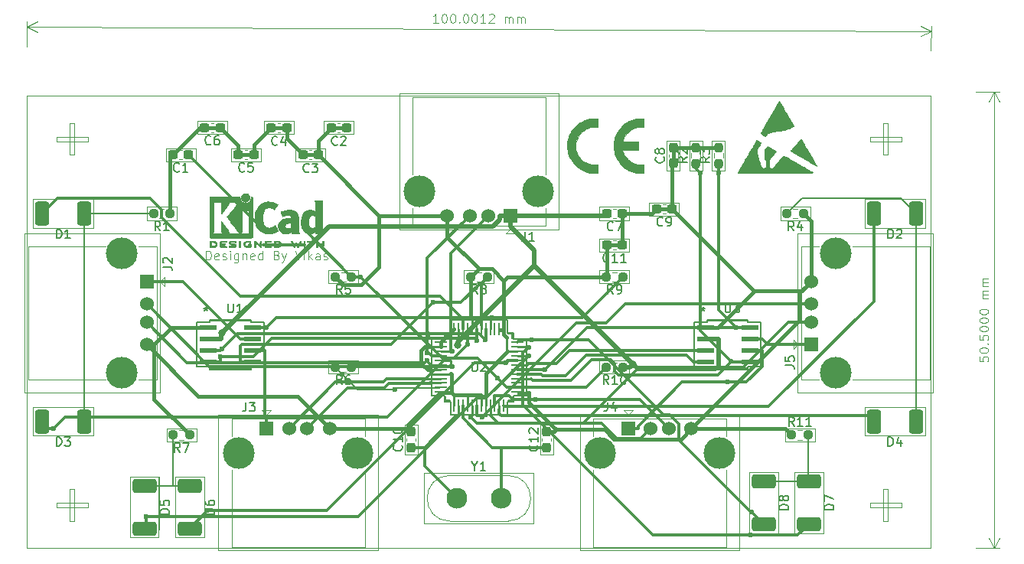
<source format=gbr>
%TF.GenerationSoftware,KiCad,Pcbnew,8.0.3*%
%TF.CreationDate,2024-09-29T08:28:28+05:30*%
%TF.ProjectId,4 prot USB hub,34207072-6f74-4205-9553-42206875622e,rev?*%
%TF.SameCoordinates,Original*%
%TF.FileFunction,Other,User*%
%FSLAX46Y46*%
G04 Gerber Fmt 4.6, Leading zero omitted, Abs format (unit mm)*
G04 Created by KiCad (PCBNEW 8.0.3) date 2024-09-29 08:28:28*
%MOMM*%
%LPD*%
G01*
G04 APERTURE LIST*
G04 Aperture macros list*
%AMRoundRect*
0 Rectangle with rounded corners*
0 $1 Rounding radius*
0 $2 $3 $4 $5 $6 $7 $8 $9 X,Y pos of 4 corners*
0 Add a 4 corners polygon primitive as box body*
4,1,4,$2,$3,$4,$5,$6,$7,$8,$9,$2,$3,0*
0 Add four circle primitives for the rounded corners*
1,1,$1+$1,$2,$3*
1,1,$1+$1,$4,$5*
1,1,$1+$1,$6,$7*
1,1,$1+$1,$8,$9*
0 Add four rect primitives between the rounded corners*
20,1,$1+$1,$2,$3,$4,$5,0*
20,1,$1+$1,$4,$5,$6,$7,0*
20,1,$1+$1,$6,$7,$8,$9,0*
20,1,$1+$1,$8,$9,$2,$3,0*%
G04 Aperture macros list end*
%TA.AperFunction,ComponentPad*%
%ADD10R,1.524000X1.524000*%
%TD*%
%TA.AperFunction,ComponentPad*%
%ADD11C,1.524000*%
%TD*%
%TA.AperFunction,ComponentPad*%
%ADD12C,3.500000*%
%TD*%
%TA.AperFunction,ComponentPad*%
%ADD13C,2.300000*%
%TD*%
%TA.AperFunction,ViaPad*%
%ADD14C,0.600000*%
%TD*%
%TA.AperFunction,ViaPad*%
%ADD15C,0.800000*%
%TD*%
%TA.AperFunction,Conductor*%
%ADD16C,0.300000*%
%TD*%
%ADD17R,1.524000X1.524000*%
%ADD18C,1.524000*%
%ADD19C,3.500000*%
%ADD20C,2.300000*%
%ADD21C,0.100000*%
%TA.AperFunction,Conductor*%
%ADD22C,0.400000*%
%TD*%
%TA.AperFunction,Conductor*%
%ADD23C,0.500000*%
%TD*%
%TA.AperFunction,Conductor*%
%ADD24C,0.200000*%
%TD*%
%TA.AperFunction,SMDPad,CuDef*%
%ADD25RoundRect,0.237500X0.300000X0.237500X-0.300000X0.237500X-0.300000X-0.237500X0.300000X-0.237500X0*%
%TD*%
%TA.AperFunction,SMDPad,CuDef*%
%ADD26RoundRect,0.249999X0.512501X1.075001X-0.512501X1.075001X-0.512501X-1.075001X0.512501X-1.075001X0*%
%TD*%
%TA.AperFunction,SMDPad,CuDef*%
%ADD27RoundRect,0.237500X-0.300000X-0.237500X0.300000X-0.237500X0.300000X0.237500X-0.300000X0.237500X0*%
%TD*%
%TA.AperFunction,SMDPad,CuDef*%
%ADD28RoundRect,0.237500X0.237500X-0.300000X0.237500X0.300000X-0.237500X0.300000X-0.237500X-0.300000X0*%
%TD*%
%TA.AperFunction,SMDPad,CuDef*%
%ADD29RoundRect,0.237500X0.237500X-0.250000X0.237500X0.250000X-0.237500X0.250000X-0.237500X-0.250000X0*%
%TD*%
%TA.AperFunction,SMDPad,CuDef*%
%ADD30RoundRect,0.237500X0.250000X0.237500X-0.250000X0.237500X-0.250000X-0.237500X0.250000X-0.237500X0*%
%TD*%
%TA.AperFunction,SMDPad,CuDef*%
%ADD31RoundRect,0.249999X-1.075001X0.512501X-1.075001X-0.512501X1.075001X-0.512501X1.075001X0.512501X0*%
%TD*%
%TA.AperFunction,SMDPad,CuDef*%
%ADD32R,1.981200X0.558800*%
%TD*%
%TA.AperFunction,SMDPad,CuDef*%
%ADD33R,1.473200X0.254000*%
%TD*%
%TA.AperFunction,SMDPad,CuDef*%
%ADD34R,0.254000X1.473200*%
%TD*%
%TA.AperFunction,SMDPad,CuDef*%
%ADD35RoundRect,0.237500X-0.250000X-0.237500X0.250000X-0.237500X0.250000X0.237500X-0.250000X0.237500X0*%
%TD*%
%TA.AperFunction,Conductor*%
%ADD36C,0.253800*%
%TD*%
%ADD37RoundRect,0.237500X0.300000X0.237500X-0.300000X0.237500X-0.300000X-0.237500X0.300000X-0.237500X0*%
%ADD38RoundRect,0.249999X0.512501X1.075001X-0.512501X1.075001X-0.512501X-1.075001X0.512501X-1.075001X0*%
%ADD39RoundRect,0.237500X-0.300000X-0.237500X0.300000X-0.237500X0.300000X0.237500X-0.300000X0.237500X0*%
%ADD40RoundRect,0.237500X0.237500X-0.300000X0.237500X0.300000X-0.237500X0.300000X-0.237500X-0.300000X0*%
%ADD41RoundRect,0.237500X0.237500X-0.250000X0.237500X0.250000X-0.237500X0.250000X-0.237500X-0.250000X0*%
%ADD42RoundRect,0.237500X0.250000X0.237500X-0.250000X0.237500X-0.250000X-0.237500X0.250000X-0.237500X0*%
%ADD43RoundRect,0.249999X-1.075001X0.512501X-1.075001X-0.512501X1.075001X-0.512501X1.075001X0.512501X0*%
%ADD44R,1.981200X0.558800*%
%ADD45R,1.473200X0.254000*%
%ADD46R,0.254000X1.473200*%
%ADD47RoundRect,0.237500X-0.250000X-0.237500X0.250000X-0.237500X0.250000X0.237500X-0.250000X0.237500X0*%
%ADD48C,0.125000*%
%ADD49C,0.150000*%
%ADD50C,0.120000*%
%ADD51C,0.010000*%
%ADD52C,0.152400*%
%ADD53C,0.000000*%
%ADD54C,0.050000*%
%TA.AperFunction,Profile*%
%ADD55C,0.050000*%
%TD*%
G04 APERTURE END LIST*
D10*
%TO.P,J4,1,VBUS*%
%TO.N,USB_OUT4*%
X166500000Y-86772500D03*
D11*
%TO.P,J4,2,D-*%
%TO.N,Out_D-4*%
X169000000Y-86772500D03*
%TO.P,J4,3,D+*%
%TO.N,Out_D+4*%
X171000000Y-86772500D03*
%TO.P,J4,4,GND*%
%TO.N,+3V3*%
X173500000Y-86772500D03*
D12*
%TO.P,J4,5,Shield*%
%TO.N,unconnected-(J3-Shield-Pad5)*%
X163430000Y-89482500D03*
%TO.N,unconnected-(J3-Shield-Pad5)_0*%
X176570000Y-89482500D03*
%TD*%
D10*
%TO.P,J1,1,VBUS*%
%TO.N,VBUS*%
X153500000Y-63227500D03*
D11*
%TO.P,J1,2,D-*%
%TO.N,inout_D-*%
X151000000Y-63227500D03*
%TO.P,J1,3,D+*%
%TO.N,Inout_D+*%
X149000000Y-63227500D03*
%TO.P,J1,4,GND*%
%TO.N,+3V3*%
X146500000Y-63227500D03*
D12*
%TO.P,J1,5,Shield*%
%TO.N,unconnected-(J1-Shield-Pad5)*%
X156570000Y-60517500D03*
%TO.N,unconnected-(J1-Shield-Pad5)_0*%
X143430000Y-60517500D03*
%TD*%
D10*
%TO.P,J2,1,VBUS*%
%TO.N,USB_OUT1*%
X113227500Y-70500000D03*
D11*
%TO.P,J2,2,D-*%
%TO.N,Out_D-1*%
X113227500Y-73000000D03*
%TO.P,J2,3,D+*%
%TO.N,Out_D+1*%
X113227500Y-75000000D03*
%TO.P,J2,4,GND*%
%TO.N,+3V3*%
X113227500Y-77500000D03*
D12*
%TO.P,J2,5,Shield*%
%TO.N,unconnected-(J2-Shield-Pad5)_0*%
X110517500Y-67430000D03*
%TO.N,unconnected-(J2-Shield-Pad5)*%
X110517500Y-80570000D03*
%TD*%
D13*
%TO.P,Y1,1,1*%
%TO.N,XIN-PIN14*%
X147550000Y-94500000D03*
%TO.P,Y1,2,2*%
%TO.N,XOUT-PIN15*%
X152450000Y-94500000D03*
%TD*%
D10*
%TO.P,J5,1,VBUS*%
%TO.N,USB_OUT3*%
X186772500Y-77500000D03*
D11*
%TO.P,J5,2,D-*%
%TO.N,Out_D-3*%
X186772500Y-75000000D03*
%TO.P,J5,3,D+*%
%TO.N,Out_D+3*%
X186772500Y-73000000D03*
%TO.P,J5,4,GND*%
%TO.N,+3V3*%
X186772500Y-70500000D03*
D12*
%TO.P,J5,5,Shield*%
%TO.N,unconnected-(J5-Shield-Pad5)_0*%
X189482500Y-80570000D03*
%TO.N,unconnected-(J5-Shield-Pad5)*%
X189482500Y-67430000D03*
%TD*%
D10*
%TO.P,J3,1,VBUS*%
%TO.N,USB_OUT2*%
X126500000Y-86772500D03*
D11*
%TO.P,J3,2,D-*%
%TO.N,Out_D-2*%
X129000000Y-86772500D03*
%TO.P,J3,3,D+*%
%TO.N,Out_D+2*%
X131000000Y-86772500D03*
%TO.P,J3,4,GND*%
%TO.N,+3V3*%
X133500000Y-86772500D03*
D12*
%TO.P,J3,5,Shield*%
%TO.N,unconnected-(J4-Shield-Pad5)*%
X123430000Y-89482500D03*
%TO.N,unconnected-(J4-Shield-Pad5)_0*%
X136570000Y-89482500D03*
%TD*%
D14*
%TO.N,+3V3*%
X155488800Y-82923200D03*
X158517200Y-86906000D03*
%TO.N,RESET*%
X136903600Y-70000000D03*
X152047300Y-81211600D03*
D15*
%TO.N,VBUS*%
X147615400Y-77541300D03*
X121593300Y-76228600D03*
X167042100Y-79638700D03*
D14*
%TO.N,GREEN1*%
X102962400Y-86811500D03*
X148772600Y-77471600D03*
%TO.N,AMBER2*%
X180197700Y-96035200D03*
X155892300Y-76990700D03*
%TO.N,GREEN2*%
X155494500Y-77772400D03*
X180045200Y-98568400D03*
%TO.N,AMBER3*%
X155500300Y-78726800D03*
X113162000Y-96527200D03*
%TO.N,GREEN3*%
X119994700Y-95842800D03*
X152995600Y-79544500D03*
%TO.N,inout_D-*%
X147023400Y-78272500D03*
%TO.N,Inout_D+*%
X144285200Y-78429900D03*
%TO.N,Out_D-1*%
X147045300Y-79925800D03*
%TO.N,Out_D+1*%
X144285200Y-79231700D03*
%TO.N,Out_D+4*%
X156259800Y-83595900D03*
%TO.N,USB_OUT4*%
X177572800Y-81662700D03*
%TO.N,Out_D+3*%
X150375100Y-85505500D03*
%TO.N,Out_D-3*%
X149098100Y-85501900D03*
%TO.N,OVR4*%
X177850900Y-79335100D03*
X174491400Y-58495300D03*
%TO.N,OVR1*%
X144943200Y-72847200D03*
X150080400Y-70762700D03*
%TO.N,OVR3*%
X157284100Y-80277900D03*
X178434200Y-75595000D03*
X176500000Y-58510000D03*
%TO.N,OVR2*%
X126458000Y-75595000D03*
X165145100Y-70767400D03*
X151438500Y-74504400D03*
%TO.N,Net-(U3-RREF)*%
X134872900Y-80785400D03*
X140720500Y-82504000D03*
%TO.N,PWR2*%
X121548500Y-77965000D03*
X150716700Y-77000500D03*
%TO.N,PWR1*%
X149737100Y-77031000D03*
X121430100Y-78802400D03*
%TD*%
D16*
%TO.N,Inout_D+*%
X149000000Y-63227500D02*
X144285200Y-67942300D01*
X144285200Y-67942300D02*
X144285200Y-78429900D01*
%TD*%
D17*
%TO.C,J4*%
X166500000Y-86772500D03*
D18*
X169000000Y-86772500D03*
X171000000Y-86772500D03*
X173500000Y-86772500D03*
D19*
X163430000Y-89482500D03*
X176570000Y-89482500D03*
%TD*%
D17*
%TO.C,J1*%
X153500000Y-63227500D03*
D18*
X151000000Y-63227500D03*
X149000000Y-63227500D03*
X146500000Y-63227500D03*
D19*
X156570000Y-60517500D03*
X143430000Y-60517500D03*
%TD*%
D17*
%TO.C,J2*%
X113227500Y-70500000D03*
D18*
X113227500Y-73000000D03*
X113227500Y-75000000D03*
X113227500Y-77500000D03*
D19*
X110517500Y-67430000D03*
X110517500Y-80570000D03*
%TD*%
D20*
%TO.C,Y1*%
X147550000Y-94500000D03*
X152450000Y-94500000D03*
%TD*%
D17*
%TO.C,J5*%
X186772500Y-77500000D03*
D18*
X186772500Y-75000000D03*
X186772500Y-73000000D03*
X186772500Y-70500000D03*
D19*
X189482500Y-80570000D03*
X189482500Y-67430000D03*
%TD*%
D17*
%TO.C,J3*%
X126500000Y-86772500D03*
D18*
X129000000Y-86772500D03*
X131000000Y-86772500D03*
X133500000Y-86772500D03*
D19*
X123430000Y-89482500D03*
X136570000Y-89482500D03*
%TD*%
D21*
X145492895Y-41897733D02*
X144921473Y-41894876D01*
X145207184Y-41896305D02*
X145212184Y-40896317D01*
X145212184Y-40896317D02*
X145116233Y-41038696D01*
X145116233Y-41038696D02*
X145020520Y-41133457D01*
X145020520Y-41133457D02*
X144925045Y-41180599D01*
X146116935Y-40900841D02*
X146212172Y-40901317D01*
X146212172Y-40901317D02*
X146307170Y-40949412D01*
X146307170Y-40949412D02*
X146354551Y-40997268D01*
X146354551Y-40997268D02*
X146401693Y-41092743D01*
X146401693Y-41092743D02*
X146448359Y-41283455D01*
X146448359Y-41283455D02*
X146447169Y-41521547D01*
X146447169Y-41521547D02*
X146398598Y-41711783D01*
X146398598Y-41711783D02*
X146350503Y-41806782D01*
X146350503Y-41806782D02*
X146302647Y-41854162D01*
X146302647Y-41854162D02*
X146207172Y-41901304D01*
X146207172Y-41901304D02*
X146111935Y-41900828D01*
X146111935Y-41900828D02*
X146016936Y-41852734D01*
X146016936Y-41852734D02*
X145969555Y-41804877D01*
X145969555Y-41804877D02*
X145922413Y-41709402D01*
X145922413Y-41709402D02*
X145875747Y-41518690D01*
X145875747Y-41518690D02*
X145876938Y-41280598D01*
X145876938Y-41280598D02*
X145925508Y-41090362D01*
X145925508Y-41090362D02*
X145973603Y-40995363D01*
X145973603Y-40995363D02*
X146021460Y-40947983D01*
X146021460Y-40947983D02*
X146116935Y-40900841D01*
X147069304Y-40905603D02*
X147164541Y-40906079D01*
X147164541Y-40906079D02*
X147259539Y-40954173D01*
X147259539Y-40954173D02*
X147306920Y-41002030D01*
X147306920Y-41002030D02*
X147354062Y-41097505D01*
X147354062Y-41097505D02*
X147400728Y-41288217D01*
X147400728Y-41288217D02*
X147399538Y-41526309D01*
X147399538Y-41526309D02*
X147350967Y-41716545D01*
X147350967Y-41716545D02*
X147302872Y-41811544D01*
X147302872Y-41811544D02*
X147255016Y-41858924D01*
X147255016Y-41858924D02*
X147159541Y-41906066D01*
X147159541Y-41906066D02*
X147064304Y-41905590D01*
X147064304Y-41905590D02*
X146969305Y-41857495D01*
X146969305Y-41857495D02*
X146921925Y-41809639D01*
X146921925Y-41809639D02*
X146874782Y-41714164D01*
X146874782Y-41714164D02*
X146828116Y-41523452D01*
X146828116Y-41523452D02*
X146829307Y-41285360D01*
X146829307Y-41285360D02*
X146877878Y-41095124D01*
X146877878Y-41095124D02*
X146925972Y-41000125D01*
X146925972Y-41000125D02*
X146973829Y-40952745D01*
X146973829Y-40952745D02*
X147069304Y-40905603D01*
X147826675Y-41814163D02*
X147874056Y-41862019D01*
X147874056Y-41862019D02*
X147826199Y-41909400D01*
X147826199Y-41909400D02*
X147778819Y-41861543D01*
X147778819Y-41861543D02*
X147826675Y-41814163D01*
X147826675Y-41814163D02*
X147826199Y-41909400D01*
X148497857Y-40912745D02*
X148593094Y-40913222D01*
X148593094Y-40913222D02*
X148688093Y-40961316D01*
X148688093Y-40961316D02*
X148735473Y-41009173D01*
X148735473Y-41009173D02*
X148782615Y-41104648D01*
X148782615Y-41104648D02*
X148829281Y-41295360D01*
X148829281Y-41295360D02*
X148828091Y-41533452D01*
X148828091Y-41533452D02*
X148779520Y-41723688D01*
X148779520Y-41723688D02*
X148731425Y-41818686D01*
X148731425Y-41818686D02*
X148683569Y-41866067D01*
X148683569Y-41866067D02*
X148588094Y-41913209D01*
X148588094Y-41913209D02*
X148492857Y-41912733D01*
X148492857Y-41912733D02*
X148397858Y-41864638D01*
X148397858Y-41864638D02*
X148350478Y-41816782D01*
X148350478Y-41816782D02*
X148303335Y-41721307D01*
X148303335Y-41721307D02*
X148256669Y-41530595D01*
X148256669Y-41530595D02*
X148257860Y-41292503D01*
X148257860Y-41292503D02*
X148306431Y-41102267D01*
X148306431Y-41102267D02*
X148354525Y-41007268D01*
X148354525Y-41007268D02*
X148402382Y-40959888D01*
X148402382Y-40959888D02*
X148497857Y-40912745D01*
X149450226Y-40917507D02*
X149545463Y-40917983D01*
X149545463Y-40917983D02*
X149640462Y-40966078D01*
X149640462Y-40966078D02*
X149687842Y-41013935D01*
X149687842Y-41013935D02*
X149734984Y-41109410D01*
X149734984Y-41109410D02*
X149781650Y-41300121D01*
X149781650Y-41300121D02*
X149780460Y-41538214D01*
X149780460Y-41538214D02*
X149731889Y-41728449D01*
X149731889Y-41728449D02*
X149683794Y-41823448D01*
X149683794Y-41823448D02*
X149635938Y-41870829D01*
X149635938Y-41870829D02*
X149540463Y-41917971D01*
X149540463Y-41917971D02*
X149445226Y-41917495D01*
X149445226Y-41917495D02*
X149350227Y-41869400D01*
X149350227Y-41869400D02*
X149302847Y-41821544D01*
X149302847Y-41821544D02*
X149255705Y-41726069D01*
X149255705Y-41726069D02*
X149209038Y-41535357D01*
X149209038Y-41535357D02*
X149210229Y-41297264D01*
X149210229Y-41297264D02*
X149258800Y-41107029D01*
X149258800Y-41107029D02*
X149306894Y-41012030D01*
X149306894Y-41012030D02*
X149354751Y-40964649D01*
X149354751Y-40964649D02*
X149450226Y-40917507D01*
X150730924Y-41923923D02*
X150159503Y-41921066D01*
X150445214Y-41922495D02*
X150450213Y-40922507D01*
X150450213Y-40922507D02*
X150354262Y-41064886D01*
X150354262Y-41064886D02*
X150258549Y-41159647D01*
X150258549Y-41159647D02*
X150163074Y-41206789D01*
X151116396Y-41021077D02*
X151164252Y-40973697D01*
X151164252Y-40973697D02*
X151259727Y-40926555D01*
X151259727Y-40926555D02*
X151497819Y-40927745D01*
X151497819Y-40927745D02*
X151592818Y-40975840D01*
X151592818Y-40975840D02*
X151640199Y-41023696D01*
X151640199Y-41023696D02*
X151687341Y-41119171D01*
X151687341Y-41119171D02*
X151686865Y-41214408D01*
X151686865Y-41214408D02*
X151638532Y-41357026D01*
X151638532Y-41357026D02*
X151064253Y-41925590D01*
X151064253Y-41925590D02*
X151683293Y-41928685D01*
X152873755Y-41934637D02*
X152877088Y-41267979D01*
X152876612Y-41363216D02*
X152924469Y-41315836D01*
X152924469Y-41315836D02*
X153019944Y-41268693D01*
X153019944Y-41268693D02*
X153162799Y-41269408D01*
X153162799Y-41269408D02*
X153257798Y-41317502D01*
X153257798Y-41317502D02*
X153304940Y-41412977D01*
X153304940Y-41412977D02*
X153302321Y-41936780D01*
X153304940Y-41412977D02*
X153353035Y-41317978D01*
X153353035Y-41317978D02*
X153448510Y-41270836D01*
X153448510Y-41270836D02*
X153591365Y-41271550D01*
X153591365Y-41271550D02*
X153686364Y-41319645D01*
X153686364Y-41319645D02*
X153733506Y-41415120D01*
X153733506Y-41415120D02*
X153730887Y-41938923D01*
X154207071Y-41941304D02*
X154210405Y-41274646D01*
X154209928Y-41369883D02*
X154257785Y-41322502D01*
X154257785Y-41322502D02*
X154353260Y-41275360D01*
X154353260Y-41275360D02*
X154496115Y-41276074D01*
X154496115Y-41276074D02*
X154591114Y-41324169D01*
X154591114Y-41324169D02*
X154638256Y-41419644D01*
X154638256Y-41419644D02*
X154635637Y-41943447D01*
X154638256Y-41419644D02*
X154686351Y-41324645D01*
X154686351Y-41324645D02*
X154781826Y-41277503D01*
X154781826Y-41277503D02*
X154924681Y-41278217D01*
X154924681Y-41278217D02*
X155019680Y-41326312D01*
X155019680Y-41326312D02*
X155066822Y-41421787D01*
X155066822Y-41421787D02*
X155064203Y-41945590D01*
X100002500Y-44500006D02*
X100016367Y-41726512D01*
X200002500Y-45000006D02*
X200016367Y-42226512D01*
X100013435Y-42312925D02*
X200013435Y-42812925D01*
X100013435Y-42312925D02*
X200013435Y-42812925D01*
X100013435Y-42312925D02*
X101142857Y-41732144D01*
X100013435Y-42312925D02*
X101136993Y-42904971D01*
X200013435Y-42812925D02*
X198884013Y-43393706D01*
X200013435Y-42812925D02*
X198889877Y-42220879D01*
X205357419Y-78845237D02*
X205357419Y-79321427D01*
X205357419Y-79321427D02*
X205833609Y-79369046D01*
X205833609Y-79369046D02*
X205785990Y-79321427D01*
X205785990Y-79321427D02*
X205738371Y-79226189D01*
X205738371Y-79226189D02*
X205738371Y-78988094D01*
X205738371Y-78988094D02*
X205785990Y-78892856D01*
X205785990Y-78892856D02*
X205833609Y-78845237D01*
X205833609Y-78845237D02*
X205928847Y-78797618D01*
X205928847Y-78797618D02*
X206166942Y-78797618D01*
X206166942Y-78797618D02*
X206262180Y-78845237D01*
X206262180Y-78845237D02*
X206309800Y-78892856D01*
X206309800Y-78892856D02*
X206357419Y-78988094D01*
X206357419Y-78988094D02*
X206357419Y-79226189D01*
X206357419Y-79226189D02*
X206309800Y-79321427D01*
X206309800Y-79321427D02*
X206262180Y-79369046D01*
X205357419Y-78178570D02*
X205357419Y-78083332D01*
X205357419Y-78083332D02*
X205405038Y-77988094D01*
X205405038Y-77988094D02*
X205452657Y-77940475D01*
X205452657Y-77940475D02*
X205547895Y-77892856D01*
X205547895Y-77892856D02*
X205738371Y-77845237D01*
X205738371Y-77845237D02*
X205976466Y-77845237D01*
X205976466Y-77845237D02*
X206166942Y-77892856D01*
X206166942Y-77892856D02*
X206262180Y-77940475D01*
X206262180Y-77940475D02*
X206309800Y-77988094D01*
X206309800Y-77988094D02*
X206357419Y-78083332D01*
X206357419Y-78083332D02*
X206357419Y-78178570D01*
X206357419Y-78178570D02*
X206309800Y-78273808D01*
X206309800Y-78273808D02*
X206262180Y-78321427D01*
X206262180Y-78321427D02*
X206166942Y-78369046D01*
X206166942Y-78369046D02*
X205976466Y-78416665D01*
X205976466Y-78416665D02*
X205738371Y-78416665D01*
X205738371Y-78416665D02*
X205547895Y-78369046D01*
X205547895Y-78369046D02*
X205452657Y-78321427D01*
X205452657Y-78321427D02*
X205405038Y-78273808D01*
X205405038Y-78273808D02*
X205357419Y-78178570D01*
X206262180Y-77416665D02*
X206309800Y-77369046D01*
X206309800Y-77369046D02*
X206357419Y-77416665D01*
X206357419Y-77416665D02*
X206309800Y-77464284D01*
X206309800Y-77464284D02*
X206262180Y-77416665D01*
X206262180Y-77416665D02*
X206357419Y-77416665D01*
X205357419Y-76464285D02*
X205357419Y-76940475D01*
X205357419Y-76940475D02*
X205833609Y-76988094D01*
X205833609Y-76988094D02*
X205785990Y-76940475D01*
X205785990Y-76940475D02*
X205738371Y-76845237D01*
X205738371Y-76845237D02*
X205738371Y-76607142D01*
X205738371Y-76607142D02*
X205785990Y-76511904D01*
X205785990Y-76511904D02*
X205833609Y-76464285D01*
X205833609Y-76464285D02*
X205928847Y-76416666D01*
X205928847Y-76416666D02*
X206166942Y-76416666D01*
X206166942Y-76416666D02*
X206262180Y-76464285D01*
X206262180Y-76464285D02*
X206309800Y-76511904D01*
X206309800Y-76511904D02*
X206357419Y-76607142D01*
X206357419Y-76607142D02*
X206357419Y-76845237D01*
X206357419Y-76845237D02*
X206309800Y-76940475D01*
X206309800Y-76940475D02*
X206262180Y-76988094D01*
X205357419Y-75797618D02*
X205357419Y-75702380D01*
X205357419Y-75702380D02*
X205405038Y-75607142D01*
X205405038Y-75607142D02*
X205452657Y-75559523D01*
X205452657Y-75559523D02*
X205547895Y-75511904D01*
X205547895Y-75511904D02*
X205738371Y-75464285D01*
X205738371Y-75464285D02*
X205976466Y-75464285D01*
X205976466Y-75464285D02*
X206166942Y-75511904D01*
X206166942Y-75511904D02*
X206262180Y-75559523D01*
X206262180Y-75559523D02*
X206309800Y-75607142D01*
X206309800Y-75607142D02*
X206357419Y-75702380D01*
X206357419Y-75702380D02*
X206357419Y-75797618D01*
X206357419Y-75797618D02*
X206309800Y-75892856D01*
X206309800Y-75892856D02*
X206262180Y-75940475D01*
X206262180Y-75940475D02*
X206166942Y-75988094D01*
X206166942Y-75988094D02*
X205976466Y-76035713D01*
X205976466Y-76035713D02*
X205738371Y-76035713D01*
X205738371Y-76035713D02*
X205547895Y-75988094D01*
X205547895Y-75988094D02*
X205452657Y-75940475D01*
X205452657Y-75940475D02*
X205405038Y-75892856D01*
X205405038Y-75892856D02*
X205357419Y-75797618D01*
X205357419Y-74845237D02*
X205357419Y-74749999D01*
X205357419Y-74749999D02*
X205405038Y-74654761D01*
X205405038Y-74654761D02*
X205452657Y-74607142D01*
X205452657Y-74607142D02*
X205547895Y-74559523D01*
X205547895Y-74559523D02*
X205738371Y-74511904D01*
X205738371Y-74511904D02*
X205976466Y-74511904D01*
X205976466Y-74511904D02*
X206166942Y-74559523D01*
X206166942Y-74559523D02*
X206262180Y-74607142D01*
X206262180Y-74607142D02*
X206309800Y-74654761D01*
X206309800Y-74654761D02*
X206357419Y-74749999D01*
X206357419Y-74749999D02*
X206357419Y-74845237D01*
X206357419Y-74845237D02*
X206309800Y-74940475D01*
X206309800Y-74940475D02*
X206262180Y-74988094D01*
X206262180Y-74988094D02*
X206166942Y-75035713D01*
X206166942Y-75035713D02*
X205976466Y-75083332D01*
X205976466Y-75083332D02*
X205738371Y-75083332D01*
X205738371Y-75083332D02*
X205547895Y-75035713D01*
X205547895Y-75035713D02*
X205452657Y-74988094D01*
X205452657Y-74988094D02*
X205405038Y-74940475D01*
X205405038Y-74940475D02*
X205357419Y-74845237D01*
X205357419Y-73892856D02*
X205357419Y-73797618D01*
X205357419Y-73797618D02*
X205405038Y-73702380D01*
X205405038Y-73702380D02*
X205452657Y-73654761D01*
X205452657Y-73654761D02*
X205547895Y-73607142D01*
X205547895Y-73607142D02*
X205738371Y-73559523D01*
X205738371Y-73559523D02*
X205976466Y-73559523D01*
X205976466Y-73559523D02*
X206166942Y-73607142D01*
X206166942Y-73607142D02*
X206262180Y-73654761D01*
X206262180Y-73654761D02*
X206309800Y-73702380D01*
X206309800Y-73702380D02*
X206357419Y-73797618D01*
X206357419Y-73797618D02*
X206357419Y-73892856D01*
X206357419Y-73892856D02*
X206309800Y-73988094D01*
X206309800Y-73988094D02*
X206262180Y-74035713D01*
X206262180Y-74035713D02*
X206166942Y-74083332D01*
X206166942Y-74083332D02*
X205976466Y-74130951D01*
X205976466Y-74130951D02*
X205738371Y-74130951D01*
X205738371Y-74130951D02*
X205547895Y-74083332D01*
X205547895Y-74083332D02*
X205452657Y-74035713D01*
X205452657Y-74035713D02*
X205405038Y-73988094D01*
X205405038Y-73988094D02*
X205357419Y-73892856D01*
X206357419Y-72369046D02*
X205690752Y-72369046D01*
X205785990Y-72369046D02*
X205738371Y-72321427D01*
X205738371Y-72321427D02*
X205690752Y-72226189D01*
X205690752Y-72226189D02*
X205690752Y-72083332D01*
X205690752Y-72083332D02*
X205738371Y-71988094D01*
X205738371Y-71988094D02*
X205833609Y-71940475D01*
X205833609Y-71940475D02*
X206357419Y-71940475D01*
X205833609Y-71940475D02*
X205738371Y-71892856D01*
X205738371Y-71892856D02*
X205690752Y-71797618D01*
X205690752Y-71797618D02*
X205690752Y-71654761D01*
X205690752Y-71654761D02*
X205738371Y-71559522D01*
X205738371Y-71559522D02*
X205833609Y-71511903D01*
X205833609Y-71511903D02*
X206357419Y-71511903D01*
X206357419Y-71035713D02*
X205690752Y-71035713D01*
X205785990Y-71035713D02*
X205738371Y-70988094D01*
X205738371Y-70988094D02*
X205690752Y-70892856D01*
X205690752Y-70892856D02*
X205690752Y-70749999D01*
X205690752Y-70749999D02*
X205738371Y-70654761D01*
X205738371Y-70654761D02*
X205833609Y-70607142D01*
X205833609Y-70607142D02*
X206357419Y-70607142D01*
X205833609Y-70607142D02*
X205738371Y-70559523D01*
X205738371Y-70559523D02*
X205690752Y-70464285D01*
X205690752Y-70464285D02*
X205690752Y-70321428D01*
X205690752Y-70321428D02*
X205738371Y-70226189D01*
X205738371Y-70226189D02*
X205833609Y-70178570D01*
X205833609Y-70178570D02*
X206357419Y-70178570D01*
X205000000Y-49500000D02*
X207586420Y-49500000D01*
X205000000Y-100000000D02*
X207586420Y-100000000D01*
X207000000Y-49500000D02*
X207000000Y-100000000D01*
X207000000Y-49500000D02*
X207000000Y-100000000D01*
X207000000Y-49500000D02*
X207586421Y-50626504D01*
X207000000Y-49500000D02*
X206413579Y-50626504D01*
X207000000Y-100000000D02*
X206413579Y-98873496D01*
X207000000Y-100000000D02*
X207586421Y-98873496D01*
D10*
%TO.N,USB_OUT4*%
%TO.C,J4*%
X166500000Y-86772500D03*
D11*
%TO.N,Out_D-4*%
X169000000Y-86772500D03*
%TO.N,Out_D+4*%
X171000000Y-86772500D03*
%TO.N,+3V3*%
X173500000Y-86772500D03*
D12*
%TO.N,unconnected-(J3-Shield-Pad5)*%
X163430000Y-89482500D03*
%TO.N,unconnected-(J3-Shield-Pad5)_0*%
X176570000Y-89482500D03*
%TD*%
D10*
%TO.N,VBUS*%
%TO.C,J1*%
X153500000Y-63227500D03*
D11*
%TO.N,inout_D-*%
X151000000Y-63227500D03*
%TO.N,Inout_D+*%
X149000000Y-63227500D03*
%TO.N,+3V3*%
X146500000Y-63227500D03*
D12*
%TO.N,unconnected-(J1-Shield-Pad5)*%
X156570000Y-60517500D03*
%TO.N,unconnected-(J1-Shield-Pad5)_0*%
X143430000Y-60517500D03*
%TD*%
D10*
%TO.N,USB_OUT1*%
%TO.C,J2*%
X113227500Y-70500000D03*
D11*
%TO.N,Out_D-1*%
X113227500Y-73000000D03*
%TO.N,Out_D+1*%
X113227500Y-75000000D03*
%TO.N,+3V3*%
X113227500Y-77500000D03*
D12*
%TO.N,unconnected-(J2-Shield-Pad5)_0*%
X110517500Y-67430000D03*
%TO.N,unconnected-(J2-Shield-Pad5)*%
X110517500Y-80570000D03*
%TD*%
D13*
%TO.N,XIN-PIN14*%
%TO.C,Y1*%
X147550000Y-94500000D03*
%TO.N,XOUT-PIN15*%
X152450000Y-94500000D03*
%TD*%
D10*
%TO.N,USB_OUT3*%
%TO.C,J5*%
X186772500Y-77500000D03*
D11*
%TO.N,Out_D-3*%
X186772500Y-75000000D03*
%TO.N,Out_D+3*%
X186772500Y-73000000D03*
%TO.N,+3V3*%
X186772500Y-70500000D03*
D12*
%TO.N,unconnected-(J5-Shield-Pad5)_0*%
X189482500Y-80570000D03*
%TO.N,unconnected-(J5-Shield-Pad5)*%
X189482500Y-67430000D03*
%TD*%
D10*
%TO.N,USB_OUT2*%
%TO.C,J3*%
X126500000Y-86772500D03*
D11*
%TO.N,Out_D-2*%
X129000000Y-86772500D03*
%TO.N,Out_D+2*%
X131000000Y-86772500D03*
%TO.N,+3V3*%
X133500000Y-86772500D03*
D12*
%TO.N,unconnected-(J4-Shield-Pad5)*%
X123430000Y-89482500D03*
%TO.N,unconnected-(J4-Shield-Pad5)_0*%
X136570000Y-89482500D03*
%TD*%
D14*
%TO.N,+3V3*%
X155488800Y-82923200D03*
X158517200Y-86906000D03*
%TO.N,RESET*%
X136903600Y-70000000D03*
X152047300Y-81211600D03*
D15*
%TO.N,VBUS*%
X147615400Y-77541300D03*
X121593300Y-76228600D03*
X167042100Y-79638700D03*
D14*
%TO.N,GREEN1*%
X102962400Y-86811500D03*
X148772600Y-77471600D03*
%TO.N,AMBER2*%
X180197700Y-96035200D03*
X155892300Y-76990700D03*
%TO.N,GREEN2*%
X155494500Y-77772400D03*
X180045200Y-98568400D03*
%TO.N,AMBER3*%
X155500300Y-78726800D03*
X113162000Y-96527200D03*
%TO.N,GREEN3*%
X119994700Y-95842800D03*
X152995600Y-79544500D03*
%TO.N,inout_D-*%
X147023400Y-78272500D03*
%TO.N,Inout_D+*%
X144285200Y-78429900D03*
%TO.N,Out_D-1*%
X147045300Y-79925800D03*
%TO.N,Out_D+1*%
X144285200Y-79231700D03*
%TO.N,Out_D+4*%
X156259800Y-83595900D03*
%TO.N,USB_OUT4*%
X177572800Y-81662700D03*
%TO.N,Out_D+3*%
X150375100Y-85505500D03*
%TO.N,Out_D-3*%
X149098100Y-85501900D03*
%TO.N,OVR4*%
X177850900Y-79335100D03*
X174491400Y-58495300D03*
%TO.N,OVR1*%
X144943200Y-72847200D03*
X150080400Y-70762700D03*
%TO.N,OVR3*%
X157284100Y-80277900D03*
X178434200Y-75595000D03*
X176500000Y-58510000D03*
%TO.N,OVR2*%
X126458000Y-75595000D03*
X165145100Y-70767400D03*
X151438500Y-74504400D03*
%TO.N,Net-(U3-RREF)*%
X134872900Y-80785400D03*
X140720500Y-82504000D03*
%TO.N,PWR2*%
X121548500Y-77965000D03*
X150716700Y-77000500D03*
%TO.N,PWR1*%
X149737100Y-77031000D03*
X121430100Y-78802400D03*
%TD*%
D22*
%TO.N,+3V3*%
X164927900Y-87937400D02*
X163896500Y-86906000D01*
X163896500Y-86906000D02*
X158517200Y-86906000D01*
X173500000Y-86772500D02*
X172335100Y-87937400D01*
X172335100Y-87937400D02*
X164927900Y-87937400D01*
D23*
%TO.N,VBUS*%
X153500000Y-63227500D02*
X152286300Y-63227500D01*
X151527800Y-64441200D02*
X133380700Y-64441200D01*
X152286300Y-63682700D02*
X151527800Y-64441200D01*
X152286300Y-63227500D02*
X152286300Y-63682700D01*
X133380700Y-64441200D02*
X121593300Y-76228600D01*
D16*
%TO.N,GREEN1*%
X102962400Y-86811500D02*
X104239600Y-85534300D01*
X139841200Y-85534300D02*
X146392300Y-78983200D01*
X104239600Y-85534300D02*
X139841200Y-85534300D01*
X147261000Y-78983200D02*
X148772600Y-77471600D01*
X146392300Y-78983200D02*
X147261000Y-78983200D01*
%TO.N,AMBER3*%
X150813700Y-83413400D02*
X155500300Y-78726800D01*
X149772700Y-83413400D02*
X150813700Y-83413400D01*
X136658900Y-96527200D02*
X149772700Y-83413400D01*
X113162000Y-96527200D02*
X136658900Y-96527200D01*
%TO.N,GREEN3*%
X133182000Y-95842800D02*
X149480300Y-79544500D01*
X119994700Y-95842800D02*
X133182000Y-95842800D01*
X149480300Y-79544500D02*
X152995600Y-79544500D01*
%TO.N,Out_D+1*%
X144040800Y-79476100D02*
X117703600Y-79476100D01*
X144285200Y-79231700D02*
X144040800Y-79476100D01*
X117703600Y-79476100D02*
X113227500Y-75000000D01*
%TO.N,USB_OUT4*%
X166500000Y-86772500D02*
X167613700Y-86772500D01*
X167613700Y-86772500D02*
X167613700Y-86494100D01*
X167613700Y-86494100D02*
X172445100Y-81662700D01*
X172445100Y-81662700D02*
X177572800Y-81662700D01*
%TO.N,Out_D+3*%
X160795700Y-75084900D02*
X150375100Y-85505500D01*
X186772500Y-73000000D02*
X166176300Y-73000000D01*
X166176300Y-73000000D02*
X164091400Y-75084900D01*
X164091400Y-75084900D02*
X160795700Y-75084900D01*
%TO.N,Out_D-3*%
X149098100Y-85501900D02*
X149773000Y-86176800D01*
X149773000Y-86176800D02*
X161567000Y-86176800D01*
X161567000Y-86176800D02*
X167745300Y-79998500D01*
X167745300Y-79998500D02*
X179225900Y-79998500D01*
X184224400Y-75000000D02*
X186772500Y-75000000D01*
X179225900Y-79998500D02*
X184224400Y-75000000D01*
%TO.N,OVR1*%
X150080400Y-70762700D02*
X147995900Y-72847200D01*
X147995900Y-72847200D02*
X144943200Y-72847200D01*
%TO.N,OVR3*%
X157284100Y-80277900D02*
X161967000Y-75595000D01*
X161967000Y-75595000D02*
X178434200Y-75595000D01*
%TO.N,OVR2*%
X161408100Y-74504400D02*
X165145100Y-70767400D01*
X151438500Y-74504400D02*
X161408100Y-74504400D01*
X127548600Y-74504400D02*
X151438500Y-74504400D01*
X126458000Y-75595000D02*
X127548600Y-74504400D01*
%TO.N,PWR2*%
X123235700Y-76277800D02*
X149994000Y-76277800D01*
X121548500Y-77965000D02*
X123235700Y-76277800D01*
X149994000Y-76277800D02*
X150716700Y-77000500D01*
%TO.N,PWR1*%
X127028200Y-76789600D02*
X125015400Y-78802400D01*
X149737100Y-77031000D02*
X149495700Y-76789600D01*
X149495700Y-76789600D02*
X127028200Y-76789600D01*
X125015400Y-78802400D02*
X121430100Y-78802400D01*
%TD*%
D10*
%TO.N,USB_OUT4*%
%TO.C,J4*%
X166500000Y-86772500D03*
D11*
%TO.N,Out_D-4*%
X169000000Y-86772500D03*
%TO.N,Out_D+4*%
X171000000Y-86772500D03*
%TO.N,+3V3*%
X173500000Y-86772500D03*
D12*
%TO.N,unconnected-(J3-Shield-Pad5)*%
X163430000Y-89482500D03*
%TO.N,unconnected-(J3-Shield-Pad5)_0*%
X176570000Y-89482500D03*
%TD*%
D10*
%TO.N,VBUS*%
%TO.C,J1*%
X153500000Y-63227500D03*
D11*
%TO.N,inout_D-*%
X151000000Y-63227500D03*
%TO.N,Inout_D+*%
X149000000Y-63227500D03*
%TO.N,+3V3*%
X146500000Y-63227500D03*
D12*
%TO.N,unconnected-(J1-Shield-Pad5)*%
X156570000Y-60517500D03*
%TO.N,unconnected-(J1-Shield-Pad5)_0*%
X143430000Y-60517500D03*
%TD*%
D10*
%TO.N,USB_OUT1*%
%TO.C,J2*%
X113227500Y-70500000D03*
D11*
%TO.N,Out_D-1*%
X113227500Y-73000000D03*
%TO.N,Out_D+1*%
X113227500Y-75000000D03*
%TO.N,+3V3*%
X113227500Y-77500000D03*
D12*
%TO.N,unconnected-(J2-Shield-Pad5)_0*%
X110517500Y-67430000D03*
%TO.N,unconnected-(J2-Shield-Pad5)*%
X110517500Y-80570000D03*
%TD*%
D13*
%TO.N,XIN-PIN14*%
%TO.C,Y1*%
X147550000Y-94500000D03*
%TO.N,XOUT-PIN15*%
X152450000Y-94500000D03*
%TD*%
D10*
%TO.N,USB_OUT3*%
%TO.C,J5*%
X186772500Y-77500000D03*
D11*
%TO.N,Out_D-3*%
X186772500Y-75000000D03*
%TO.N,Out_D+3*%
X186772500Y-73000000D03*
%TO.N,+3V3*%
X186772500Y-70500000D03*
D12*
%TO.N,unconnected-(J5-Shield-Pad5)_0*%
X189482500Y-80570000D03*
%TO.N,unconnected-(J5-Shield-Pad5)*%
X189482500Y-67430000D03*
%TD*%
D10*
%TO.N,USB_OUT2*%
%TO.C,J3*%
X126500000Y-86772500D03*
D11*
%TO.N,Out_D-2*%
X129000000Y-86772500D03*
%TO.N,Out_D+2*%
X131000000Y-86772500D03*
%TO.N,+3V3*%
X133500000Y-86772500D03*
D12*
%TO.N,unconnected-(J4-Shield-Pad5)*%
X123430000Y-89482500D03*
%TO.N,unconnected-(J4-Shield-Pad5)_0*%
X136570000Y-89482500D03*
%TD*%
D14*
%TO.N,+3V3*%
X155488800Y-82923200D03*
X158517200Y-86906000D03*
%TO.N,RESET*%
X136903600Y-70000000D03*
X152047300Y-81211600D03*
D15*
%TO.N,VBUS*%
X147615400Y-77541300D03*
X121593300Y-76228600D03*
X167042100Y-79638700D03*
D14*
%TO.N,GREEN1*%
X102962400Y-86811500D03*
X148772600Y-77471600D03*
%TO.N,AMBER2*%
X180197700Y-96035200D03*
X155892300Y-76990700D03*
%TO.N,GREEN2*%
X155494500Y-77772400D03*
X180045200Y-98568400D03*
%TO.N,AMBER3*%
X155500300Y-78726800D03*
X113162000Y-96527200D03*
%TO.N,GREEN3*%
X119994700Y-95842800D03*
X152995600Y-79544500D03*
%TO.N,inout_D-*%
X147023400Y-78272500D03*
%TO.N,Inout_D+*%
X144285200Y-78429900D03*
%TO.N,Out_D-1*%
X147045300Y-79925800D03*
%TO.N,Out_D+1*%
X144285200Y-79231700D03*
%TO.N,Out_D+4*%
X156259800Y-83595900D03*
%TO.N,USB_OUT4*%
X177572800Y-81662700D03*
%TO.N,Out_D+3*%
X150375100Y-85505500D03*
%TO.N,Out_D-3*%
X149098100Y-85501900D03*
%TO.N,OVR4*%
X177850900Y-79335100D03*
X174491400Y-58495300D03*
%TO.N,OVR1*%
X144943200Y-72847200D03*
X150080400Y-70762700D03*
%TO.N,OVR3*%
X157284100Y-80277900D03*
X178434200Y-75595000D03*
X176500000Y-58510000D03*
%TO.N,OVR2*%
X126458000Y-75595000D03*
X165145100Y-70767400D03*
X151438500Y-74504400D03*
%TO.N,Net-(U3-RREF)*%
X134872900Y-80785400D03*
X140720500Y-82504000D03*
%TO.N,PWR2*%
X121548500Y-77965000D03*
X150716700Y-77000500D03*
%TO.N,PWR1*%
X149737100Y-77031000D03*
X121430100Y-78802400D03*
%TD*%
D22*
%TO.N,+3V3*%
X173500000Y-86772500D02*
X185436200Y-74836300D01*
X118946300Y-83218800D02*
X113227500Y-77500000D01*
X158517200Y-86906000D02*
X155488800Y-83877600D01*
X185436200Y-74836300D02*
X185436200Y-71836300D01*
X133500000Y-86772500D02*
X129946300Y-83218800D01*
X185436200Y-71836300D02*
X186772500Y-70500000D01*
X129946300Y-83218800D02*
X118946300Y-83218800D01*
X155488800Y-83877600D02*
X155488800Y-82923200D01*
D16*
%TO.N,RESET*%
X149870600Y-79034900D02*
X145938500Y-79034900D01*
X145938500Y-79034900D02*
X136903600Y-70000000D01*
X152047300Y-81211600D02*
X149870600Y-79034900D01*
D23*
%TO.N,VBUS*%
X156124800Y-68721300D02*
X167042100Y-79638700D01*
X156124800Y-68721300D02*
X156124800Y-67066000D01*
X156124800Y-67066000D02*
X153500000Y-64441200D01*
X156124800Y-68721300D02*
X147615400Y-77230700D01*
X153500000Y-63227500D02*
X153500000Y-64441200D01*
X147615400Y-77230700D02*
X147615400Y-77541300D01*
D16*
%TO.N,AMBER2*%
X170408200Y-85250500D02*
X162148400Y-76990700D01*
X180083000Y-96035200D02*
X172126000Y-88078200D01*
X162148400Y-76990700D02*
X155892300Y-76990700D01*
X172126000Y-88078200D02*
X172126000Y-86240200D01*
X180197700Y-96035200D02*
X180083000Y-96035200D01*
X171136300Y-85250500D02*
X170408200Y-85250500D01*
X172126000Y-86240200D02*
X171136300Y-85250500D01*
%TO.N,GREEN2*%
X154827600Y-84137900D02*
X169258100Y-98568400D01*
X155494500Y-77772400D02*
X154827600Y-78439300D01*
X169258100Y-98568400D02*
X180045200Y-98568400D01*
X154827600Y-78439300D02*
X154827600Y-84137900D01*
%TO.N,inout_D-*%
X151000000Y-63227500D02*
X146855900Y-67371600D01*
X146855900Y-78105000D02*
X147023400Y-78272500D01*
X146855900Y-67371600D02*
X146855900Y-78105000D01*
%TO.N,Out_D-1*%
X113227500Y-73000000D02*
X120153300Y-79925800D01*
X120153300Y-79925800D02*
X147045300Y-79925800D01*
%TO.N,Out_D+4*%
X171000000Y-86772500D02*
X167823400Y-83595900D01*
X167823400Y-83595900D02*
X156259800Y-83595900D01*
%TO.N,OVR4*%
X174491400Y-75975600D02*
X177850900Y-79335100D01*
X174491400Y-58495300D02*
X174491400Y-75975600D01*
%TO.N,OVR3*%
X176500000Y-73660800D02*
X176500000Y-58510000D01*
X178434200Y-75595000D02*
X176500000Y-73660800D01*
D24*
%TO.N,Net-(U3-RREF)*%
X136591500Y-82504000D02*
X134872900Y-80785400D01*
X140720500Y-82504000D02*
X136591500Y-82504000D01*
%TD*%
D25*
%TO.P,C1,1*%
%TO.N,RESET*%
X117862500Y-56500000D03*
%TO.P,C1,2*%
%TO.N,+3V3*%
X116137500Y-56500000D03*
%TD*%
D26*
%TO.P,D1,1,K*%
%TO.N,Net-(D1-K)*%
X106337500Y-63000000D03*
%TO.P,D1,2,A*%
%TO.N,AMBER1*%
X101662500Y-63000000D03*
%TD*%
D27*
%TO.P,C2,1*%
%TO.N,+3V3*%
X133637500Y-53500000D03*
%TO.P,C2,2*%
X135362500Y-53500000D03*
%TD*%
D28*
%TO.P,C8,1*%
%TO.N,+3V3*%
X171490000Y-57450000D03*
%TO.P,C8,2*%
X171490000Y-55725000D03*
%TD*%
D25*
%TO.P,C11,1*%
%TO.N,+3V3*%
X165862500Y-66500000D03*
%TO.P,C11,2*%
X164137500Y-66500000D03*
%TD*%
D10*
%TO.P,J4,1,VBUS*%
%TO.N,USB_OUT4*%
X166500000Y-86772500D03*
D11*
%TO.P,J4,2,D-*%
%TO.N,Out_D-4*%
X169000000Y-86772500D03*
%TO.P,J4,3,D+*%
%TO.N,Out_D+4*%
X171000000Y-86772500D03*
%TO.P,J4,4,GND*%
%TO.N,+3V3*%
X173500000Y-86772500D03*
D12*
%TO.P,J4,5,Shield*%
%TO.N,unconnected-(J3-Shield-Pad5)*%
X163430000Y-89482500D03*
%TO.N,unconnected-(J3-Shield-Pad5)_0*%
X176570000Y-89482500D03*
%TD*%
D27*
%TO.P,C4,1*%
%TO.N,+3V3*%
X127000000Y-53500000D03*
%TO.P,C4,2*%
X128725000Y-53500000D03*
%TD*%
D26*
%TO.P,D2,1,K*%
%TO.N,Net-(D7-K)*%
X198337500Y-63000000D03*
%TO.P,D2,2,A*%
%TO.N,AMBER4*%
X193662500Y-63000000D03*
%TD*%
D29*
%TO.P,R2,1*%
%TO.N,OVR4*%
X174000000Y-57500000D03*
%TO.P,R2,2*%
%TO.N,+3V3*%
X174000000Y-55675000D03*
%TD*%
D30*
%TO.P,R8,1*%
%TO.N,OVR1*%
X150912500Y-70000000D03*
%TO.P,R8,2*%
%TO.N,+3V3*%
X149087500Y-70000000D03*
%TD*%
D31*
%TO.P,D7,1,K*%
%TO.N,Net-(D3-K)*%
X186500000Y-92662500D03*
%TO.P,D7,2,A*%
%TO.N,GREEN2*%
X186500000Y-97337500D03*
%TD*%
D25*
%TO.P,C9,1*%
%TO.N,+3V3*%
X171362500Y-62500000D03*
%TO.P,C9,2*%
X169637500Y-62500000D03*
%TD*%
D30*
%TO.P,R6,1*%
%TO.N,+3V3*%
X135912500Y-80000000D03*
%TO.P,R6,2*%
%TO.N,Net-(U3-RREF)*%
X134087500Y-80000000D03*
%TD*%
%TO.P,R1,1*%
%TO.N,+3V3*%
X115825000Y-63000000D03*
%TO.P,R1,2*%
%TO.N,Net-(D1-K)*%
X114000000Y-63000000D03*
%TD*%
D31*
%TO.P,D8,1,K*%
%TO.N,Net-(D3-K)*%
X181500000Y-92662500D03*
%TO.P,D8,2,A*%
%TO.N,AMBER2*%
X181500000Y-97337500D03*
%TD*%
D25*
%TO.P,C5,1*%
%TO.N,+3V3*%
X125087500Y-56500000D03*
%TO.P,C5,2*%
X123362500Y-56500000D03*
%TD*%
D26*
%TO.P,D4,1,K*%
%TO.N,Net-(D7-K)*%
X198337500Y-86000000D03*
%TO.P,D4,2,A*%
%TO.N,GREEN4*%
X193662500Y-86000000D03*
%TD*%
D10*
%TO.P,J1,1,VBUS*%
%TO.N,VBUS*%
X153500000Y-63227500D03*
D11*
%TO.P,J1,2,D-*%
%TO.N,inout_D-*%
X151000000Y-63227500D03*
%TO.P,J1,3,D+*%
%TO.N,Inout_D+*%
X149000000Y-63227500D03*
%TO.P,J1,4,GND*%
%TO.N,+3V3*%
X146500000Y-63227500D03*
D12*
%TO.P,J1,5,Shield*%
%TO.N,unconnected-(J1-Shield-Pad5)*%
X156570000Y-60517500D03*
%TO.N,unconnected-(J1-Shield-Pad5)_0*%
X143430000Y-60517500D03*
%TD*%
D28*
%TO.P,C10,1*%
%TO.N,XIN-PIN14*%
X142500000Y-88862500D03*
%TO.P,C10,2*%
%TO.N,+3V3*%
X142500000Y-87137500D03*
%TD*%
D30*
%TO.P,R9,1*%
%TO.N,OVR2*%
X165912500Y-70000000D03*
%TO.P,R9,2*%
%TO.N,+3V3*%
X164087500Y-70000000D03*
%TD*%
D27*
%TO.P,C3,1*%
%TO.N,+3V3*%
X130500000Y-56500000D03*
%TO.P,C3,2*%
X132225000Y-56500000D03*
%TD*%
D30*
%TO.P,R5,1*%
%TO.N,RESET*%
X135912500Y-70000000D03*
%TO.P,R5,2*%
%TO.N,+3V3*%
X134087500Y-70000000D03*
%TD*%
D10*
%TO.P,J2,1,VBUS*%
%TO.N,USB_OUT1*%
X113227500Y-70500000D03*
D11*
%TO.P,J2,2,D-*%
%TO.N,Out_D-1*%
X113227500Y-73000000D03*
%TO.P,J2,3,D+*%
%TO.N,Out_D+1*%
X113227500Y-75000000D03*
%TO.P,J2,4,GND*%
%TO.N,+3V3*%
X113227500Y-77500000D03*
D12*
%TO.P,J2,5,Shield*%
%TO.N,unconnected-(J2-Shield-Pad5)_0*%
X110517500Y-67430000D03*
%TO.N,unconnected-(J2-Shield-Pad5)*%
X110517500Y-80570000D03*
%TD*%
D31*
%TO.P,D5,1,K*%
%TO.N,Net-(D5-K)*%
X113000000Y-93162500D03*
%TO.P,D5,2,A*%
%TO.N,AMBER3*%
X113000000Y-97837500D03*
%TD*%
D32*
%TO.P,U1,1,GND*%
%TO.N,+3V3*%
X120036200Y-75595000D03*
%TO.P,U1,2,IN*%
%TO.N,VBUS*%
X120036200Y-76865000D03*
%TO.P,U1,3,EN1*%
%TO.N,PWR2*%
X120036200Y-78135000D03*
%TO.P,U1,4,EN2*%
%TO.N,PWR1*%
X120036200Y-79405000D03*
%TO.P,U1,5,FLG2*%
%TO.N,OVR1*%
X124963800Y-79405000D03*
%TO.P,U1,6,OUT2*%
%TO.N,USB_OUT2*%
X124963800Y-78135000D03*
%TO.P,U1,7,OUT1*%
%TO.N,USB_OUT1*%
X124963800Y-76865000D03*
%TO.P,U1,8,FLG1*%
%TO.N,OVR2*%
X124963800Y-75595000D03*
%TD*%
D30*
%TO.P,R10,1*%
%TO.N,VBUS*%
X165912500Y-80000000D03*
%TO.P,R10,2*%
%TO.N,RESET*%
X164087500Y-80000000D03*
%TD*%
D29*
%TO.P,R3,1*%
%TO.N,OVR3*%
X176500000Y-57500000D03*
%TO.P,R3,2*%
%TO.N,+3V3*%
X176500000Y-55675000D03*
%TD*%
D28*
%TO.P,C12,1*%
%TO.N,XOUT-PIN15*%
X157500000Y-88862500D03*
%TO.P,C12,2*%
%TO.N,+3V3*%
X157500000Y-87137500D03*
%TD*%
D33*
%TO.P,U2,1,VCC_A*%
%TO.N,+3V3*%
X145758200Y-77249307D03*
%TO.P,U2,2,GND*%
X145758200Y-77749433D03*
%TO.P,U2,3,D-*%
%TO.N,inout_D-*%
X145758200Y-78249559D03*
%TO.P,U2,4,D+*%
%TO.N,Inout_D+*%
X145758200Y-78749685D03*
%TO.P,U2,5,DD-*%
%TO.N,Out_D-1*%
X145758200Y-79249811D03*
%TO.P,U2,6,DD+*%
%TO.N,Out_D+1*%
X145758200Y-79749937D03*
%TO.P,U2,7,VCC_A*%
%TO.N,+3V3*%
X145758200Y-80250063D03*
%TO.P,U2,8,GND*%
X145758200Y-80750189D03*
%TO.P,U2,9,DD-[2]*%
%TO.N,Out_D-2*%
X145758200Y-81250315D03*
%TO.P,U2,10,DD+[2]*%
%TO.N,Out_D+2*%
X145758200Y-81750441D03*
%TO.P,U2,11,RREF*%
%TO.N,Net-(U3-RREF)*%
X145758200Y-82250567D03*
%TO.P,U2,12,VCC_A*%
%TO.N,+3V3*%
X145758200Y-82750693D03*
D34*
%TO.P,U2,13,GND*%
X147249307Y-84241800D03*
%TO.P,U2,14,XIN*%
%TO.N,XIN-PIN14*%
X147749433Y-84241800D03*
%TO.P,U2,15,XOUT*%
%TO.N,XOUT-PIN15*%
X148249559Y-84241800D03*
%TO.P,U2,16,VCC_A*%
%TO.N,+3V3*%
X148749685Y-84241800D03*
%TO.P,U2,17,DD-[3]*%
%TO.N,Out_D-3*%
X149249811Y-84241800D03*
%TO.P,U2,18,DD+[3]*%
%TO.N,Out_D+3*%
X149749937Y-84241800D03*
%TO.P,U2,19,VCC_A*%
%TO.N,+3V3*%
X150250063Y-84241800D03*
%TO.P,U2,20,GND*%
X150750189Y-84241800D03*
%TO.P,U2,21,DD-[4]*%
%TO.N,Out_D-4*%
X151250315Y-84241800D03*
%TO.P,U2,22,DD+[4]*%
%TO.N,Out_D+4*%
X151750441Y-84241800D03*
%TO.P,U2,23,GREEN[4]/FIXED_PORT4*%
%TO.N,GREEN4*%
X152250567Y-84241800D03*
%TO.P,U2,24,AMBER[4]/SET_PORT_NUM1*%
%TO.N,AMBER4*%
X152750693Y-84241800D03*
D33*
%TO.P,U2,25,SEL48*%
%TO.N,+3V3*%
X154241800Y-82750693D03*
%TO.P,U2,26,RESET#*%
%TO.N,RESET*%
X154241800Y-82250567D03*
%TO.P,U2,27,TEST_I2C_SCL*%
%TO.N,unconnected-(U3-TEST_I2C_SCL-Pad27)*%
X154241800Y-81750441D03*
%TO.P,U2,28,OVR#[4]*%
%TO.N,OVR4*%
X154241800Y-81250315D03*
%TO.P,U2,29,PWR#[4]*%
%TO.N,PWR4*%
X154241800Y-80750189D03*
%TO.P,U2,30,OVR#3*%
%TO.N,OVR3*%
X154241800Y-80250063D03*
%TO.P,U2,31,PWR3#*%
%TO.N,PWR3*%
X154241800Y-79749937D03*
%TO.P,U2,32,GREEN[3]/FIXED_PORT3*%
%TO.N,GREEN3*%
X154241800Y-79249811D03*
%TO.P,U2,33,AMBER[3]/SET_PORT_NUM2*%
%TO.N,AMBER3*%
X154241800Y-78749685D03*
%TO.P,U2,34,VCC_A*%
%TO.N,+3V3*%
X154241800Y-78249559D03*
%TO.P,U2,35,GREEN[2]/SPI_MISO/PWR_PIN_POL*%
%TO.N,GREEN2*%
X154241800Y-77749433D03*
%TO.P,U2,36,AMBER[2]/SPI_MOSI/PWR_PIN_POL*%
%TO.N,AMBER2*%
X154241800Y-77249307D03*
D34*
%TO.P,U2,37,SELFPWR*%
%TO.N,+3V3*%
X152750693Y-75758200D03*
%TO.P,U2,38,VCC_A*%
X152250567Y-75758200D03*
%TO.P,U2,39,GANG*%
%TO.N,unconnected-(U3-GANG-Pad39)*%
X151750441Y-75758200D03*
%TO.P,U2,40,OVR#[2]*%
%TO.N,OVR2*%
X151250315Y-75758200D03*
%TO.P,U2,41,PWR#[2]*%
%TO.N,PWR2*%
X150750189Y-75758200D03*
%TO.P,U2,42,OVR#[1]*%
%TO.N,OVR1*%
X150250063Y-75758200D03*
%TO.P,U2,43,PWR#[1]_I2C_SDA*%
%TO.N,PWR1*%
X149749937Y-75758200D03*
%TO.P,U2,44,SEL27*%
%TO.N,+3V3*%
X149249811Y-75758200D03*
%TO.P,U2,45,GREEN[1]_SPI_SK_FIXED_PORT1*%
%TO.N,GREEN1*%
X148749685Y-75758200D03*
%TO.P,U2,46,AMBER[1]_SPI_CS*%
%TO.N,AMBER1*%
X148249559Y-75758200D03*
%TO.P,U2,47,VCC_A*%
%TO.N,VBUS*%
X147749433Y-75758200D03*
%TO.P,U2,48,VCC_A*%
%TO.N,+3V3*%
X147249307Y-75758200D03*
%TD*%
D13*
%TO.P,Y1,1,1*%
%TO.N,XIN-PIN14*%
X147550000Y-94500000D03*
%TO.P,Y1,2,2*%
%TO.N,XOUT-PIN15*%
X152450000Y-94500000D03*
%TD*%
D31*
%TO.P,D6,1,K*%
%TO.N,Net-(D5-K)*%
X118000000Y-93162500D03*
%TO.P,D6,2,A*%
%TO.N,GREEN3*%
X118000000Y-97837500D03*
%TD*%
D30*
%TO.P,R4,1*%
%TO.N,+3V3*%
X185912500Y-63000000D03*
%TO.P,R4,2*%
%TO.N,Net-(D7-K)*%
X184087500Y-63000000D03*
%TD*%
%TO.P,R7,1*%
%TO.N,+3V3*%
X118000000Y-87500000D03*
%TO.P,R7,2*%
%TO.N,Net-(D5-K)*%
X116175000Y-87500000D03*
%TD*%
D32*
%TO.P,U3,1,GND*%
%TO.N,+3V3*%
X175036200Y-75595000D03*
%TO.P,U3,2,IN*%
%TO.N,VBUS*%
X175036200Y-76865000D03*
%TO.P,U3,3,EN1*%
%TO.N,PWR3*%
X175036200Y-78135000D03*
%TO.P,U3,4,EN2*%
%TO.N,PWR4*%
X175036200Y-79405000D03*
%TO.P,U3,5,FLG2*%
%TO.N,OVR4*%
X179963800Y-79405000D03*
%TO.P,U3,6,OUT2*%
%TO.N,USB_OUT4*%
X179963800Y-78135000D03*
%TO.P,U3,7,OUT1*%
%TO.N,USB_OUT3*%
X179963800Y-76865000D03*
%TO.P,U3,8,FLG1*%
%TO.N,OVR3*%
X179963800Y-75595000D03*
%TD*%
D25*
%TO.P,C6,1*%
%TO.N,+3V3*%
X121362500Y-53500000D03*
%TO.P,C6,2*%
X119637500Y-53500000D03*
%TD*%
D35*
%TO.P,R11,1*%
%TO.N,+3V3*%
X184587500Y-87500000D03*
%TO.P,R11,2*%
%TO.N,Net-(D3-K)*%
X186412500Y-87500000D03*
%TD*%
D25*
%TO.P,C7,1*%
%TO.N,+3V3*%
X165862500Y-63000000D03*
%TO.P,C7,2*%
%TO.N,VBUS*%
X164137500Y-63000000D03*
%TD*%
D26*
%TO.P,D3,1,K*%
%TO.N,Net-(D1-K)*%
X106337500Y-86000000D03*
%TO.P,D3,2,A*%
%TO.N,GREEN1*%
X101662500Y-86000000D03*
%TD*%
D10*
%TO.P,J5,1,VBUS*%
%TO.N,USB_OUT3*%
X186772500Y-77500000D03*
D11*
%TO.P,J5,2,D-*%
%TO.N,Out_D-3*%
X186772500Y-75000000D03*
%TO.P,J5,3,D+*%
%TO.N,Out_D+3*%
X186772500Y-73000000D03*
%TO.P,J5,4,GND*%
%TO.N,+3V3*%
X186772500Y-70500000D03*
D12*
%TO.P,J5,5,Shield*%
%TO.N,unconnected-(J5-Shield-Pad5)_0*%
X189482500Y-80570000D03*
%TO.N,unconnected-(J5-Shield-Pad5)*%
X189482500Y-67430000D03*
%TD*%
D10*
%TO.P,J3,1,VBUS*%
%TO.N,USB_OUT2*%
X126500000Y-86772500D03*
D11*
%TO.P,J3,2,D-*%
%TO.N,Out_D-2*%
X129000000Y-86772500D03*
%TO.P,J3,3,D+*%
%TO.N,Out_D+2*%
X131000000Y-86772500D03*
%TO.P,J3,4,GND*%
%TO.N,+3V3*%
X133500000Y-86772500D03*
D12*
%TO.P,J3,5,Shield*%
%TO.N,unconnected-(J4-Shield-Pad5)*%
X123430000Y-89482500D03*
%TO.N,unconnected-(J4-Shield-Pad5)_0*%
X136570000Y-89482500D03*
%TD*%
D14*
%TO.N,+3V3*%
X155488800Y-82923200D03*
X158517200Y-86906000D03*
%TO.N,RESET*%
X136903600Y-70000000D03*
X152047300Y-81211600D03*
D15*
%TO.N,VBUS*%
X147615400Y-77541300D03*
X121593300Y-76228600D03*
X167042100Y-79638700D03*
D14*
%TO.N,GREEN1*%
X102962400Y-86811500D03*
X148772600Y-77471600D03*
%TO.N,AMBER2*%
X180197700Y-96035200D03*
X155892300Y-76990700D03*
%TO.N,GREEN2*%
X155494500Y-77772400D03*
X180045200Y-98568400D03*
%TO.N,AMBER3*%
X155500300Y-78726800D03*
X113162000Y-96527200D03*
%TO.N,GREEN3*%
X119994700Y-95842800D03*
X152995600Y-79544500D03*
%TO.N,inout_D-*%
X147023400Y-78272500D03*
%TO.N,Inout_D+*%
X144285200Y-78429900D03*
%TO.N,Out_D-1*%
X147045300Y-79925800D03*
%TO.N,Out_D+1*%
X144285200Y-79231700D03*
%TO.N,Out_D+4*%
X156259800Y-83595900D03*
%TO.N,USB_OUT4*%
X177572800Y-81662700D03*
%TO.N,Out_D+3*%
X150375100Y-85505500D03*
%TO.N,Out_D-3*%
X149098100Y-85501900D03*
%TO.N,OVR4*%
X177850900Y-79335100D03*
X174491400Y-58495300D03*
%TO.N,OVR1*%
X144943200Y-72847200D03*
X150080400Y-70762700D03*
%TO.N,OVR3*%
X157284100Y-80277900D03*
X178434200Y-75595000D03*
X176500000Y-58510000D03*
%TO.N,OVR2*%
X126458000Y-75595000D03*
X165145100Y-70767400D03*
X151438500Y-74504400D03*
%TO.N,Net-(U3-RREF)*%
X134872900Y-80785400D03*
X140720500Y-82504000D03*
%TO.N,PWR2*%
X121548500Y-77965000D03*
X150716700Y-77000500D03*
%TO.N,PWR1*%
X149737100Y-77031000D03*
X121430100Y-78802400D03*
%TD*%
D22*
%TO.N,+3V3*%
X145758200Y-77249300D02*
X145758200Y-77220500D01*
X128725000Y-53500000D02*
X128725000Y-54725000D01*
D36*
X147220500Y-75758200D02*
X147249300Y-75758200D01*
D22*
X148749700Y-83103300D02*
X147249300Y-83103300D01*
D36*
X150250100Y-84241800D02*
X150250100Y-83290900D01*
X145758200Y-80750200D02*
X146823400Y-80750200D01*
D22*
X135912500Y-80000000D02*
X136356000Y-79556500D01*
D36*
X154241800Y-78249600D02*
X153176600Y-78249600D01*
D22*
X136997800Y-70906100D02*
X138952500Y-68951400D01*
X115825000Y-63000000D02*
X115825000Y-56812500D01*
D36*
X150750200Y-84241800D02*
X150750200Y-83176600D01*
D22*
X171490000Y-57450000D02*
X171362500Y-57577500D01*
X165862500Y-63000000D02*
X169137500Y-63000000D01*
X164137500Y-69950000D02*
X164087500Y-70000000D01*
X120036200Y-75595000D02*
X115951500Y-75595000D01*
X158285700Y-87137500D02*
X157500000Y-87137500D01*
X164137500Y-66500000D02*
X164137500Y-69950000D01*
X171362500Y-62500000D02*
X180381300Y-71518800D01*
X134087500Y-70000000D02*
X134993600Y-70906100D01*
X153176600Y-78249600D02*
X150750200Y-80676000D01*
X152750700Y-76367800D02*
X152750700Y-76133200D01*
X146930900Y-80801500D02*
X146852500Y-80723100D01*
X176428500Y-75595000D02*
X180381300Y-71642200D01*
X114046500Y-77500000D02*
X113227500Y-77500000D01*
X174000000Y-55675000D02*
X171540000Y-55675000D01*
X145758200Y-77249300D02*
X145758200Y-77720700D01*
X125087500Y-56500000D02*
X125087500Y-55412500D01*
X185753700Y-71518800D02*
X186772500Y-70500000D01*
D36*
X153105000Y-78178000D02*
X153176600Y-78249600D01*
D22*
X153105000Y-76722100D02*
X152750700Y-76367800D01*
X138952500Y-63227500D02*
X146500000Y-63227500D01*
X152750700Y-76008200D02*
X152750700Y-76133200D01*
X176500000Y-55675000D02*
X174000000Y-55675000D01*
X171490000Y-55725000D02*
X171490000Y-57450000D01*
D36*
X147249300Y-84241800D02*
X147249300Y-83176600D01*
X145758200Y-77749400D02*
X144693000Y-77749400D01*
X148749700Y-83103300D02*
X148749700Y-83103500D01*
X146852500Y-80723100D02*
X146850500Y-80723100D01*
D22*
X165862500Y-66500000D02*
X165862500Y-63000000D01*
X171362500Y-57577500D02*
X171362500Y-62500000D01*
D36*
X144666000Y-77722400D02*
X144693000Y-77749400D01*
X145792400Y-82784900D02*
X145758200Y-82750700D01*
X145758200Y-77720700D02*
X145758200Y-77749400D01*
D22*
X149087500Y-74445900D02*
X149261300Y-74619700D01*
X144693000Y-80307400D02*
X144334300Y-80307400D01*
X184587500Y-87500000D02*
X183860000Y-86772500D01*
D36*
X149261300Y-74619700D02*
X149261300Y-74681500D01*
D22*
X123362500Y-55500000D02*
X121362500Y-53500000D01*
X152750700Y-75883200D02*
X152375600Y-75883200D01*
X143583400Y-79556500D02*
X143583400Y-78111000D01*
X144334300Y-80307400D02*
X143583400Y-79556500D01*
X145792400Y-82784900D02*
X146930900Y-82784900D01*
X146930900Y-82784900D02*
X146930900Y-80801500D01*
X123362500Y-56500000D02*
X123362500Y-55500000D01*
X119137500Y-53500000D02*
X116137500Y-56500000D01*
X125087500Y-55412500D02*
X127000000Y-53500000D01*
D36*
X154414300Y-82923200D02*
X154241800Y-82750700D01*
X148749700Y-83103500D02*
X148749700Y-84241800D01*
D22*
X142135000Y-86772500D02*
X142135000Y-86373900D01*
X150250100Y-83176600D02*
X150177000Y-83103500D01*
X152750700Y-75883200D02*
X152750700Y-75758200D01*
D36*
X144693000Y-80307400D02*
X144693000Y-80479600D01*
D22*
X123362500Y-56500000D02*
X125087500Y-56500000D01*
X180381300Y-71518800D02*
X185753700Y-71518800D01*
X134993600Y-70906100D02*
X136997800Y-70906100D01*
X135362500Y-53500000D02*
X133637500Y-53500000D01*
X175036200Y-75595000D02*
X176428500Y-75595000D01*
X169137500Y-63000000D02*
X169637500Y-62500000D01*
X150177000Y-83103500D02*
X148749700Y-83103500D01*
X138952500Y-63227500D02*
X132225000Y-56500000D01*
X186772500Y-63860000D02*
X185912500Y-63000000D01*
X152750700Y-70437800D02*
X151422200Y-69109300D01*
X164087500Y-70000000D02*
X153188500Y-70000000D01*
X154414300Y-82923200D02*
X155488800Y-82923200D01*
D36*
X153105000Y-76722100D02*
X153105000Y-78178000D01*
D22*
X152750700Y-70437800D02*
X152750700Y-75758200D01*
D36*
X144693000Y-80500100D02*
X144693000Y-80750200D01*
D22*
X115951500Y-75595000D02*
X114046500Y-77500000D01*
D36*
X145758200Y-80750200D02*
X144693000Y-80750200D01*
D22*
X146500000Y-65631100D02*
X146500000Y-63227500D01*
X136356000Y-79556500D02*
X143583400Y-79556500D01*
D36*
X145758200Y-80250100D02*
X144693000Y-80250100D01*
D22*
X149087500Y-70000000D02*
X149087500Y-74445900D01*
X143972000Y-77722400D02*
X144619700Y-77722400D01*
X164137500Y-66500000D02*
X165862500Y-66500000D01*
D36*
X144619700Y-77722400D02*
X144666000Y-77722400D01*
D22*
X158517200Y-86906000D02*
X158285700Y-87137500D01*
X144693000Y-80500100D02*
X144693000Y-80479600D01*
D36*
X149261300Y-74681500D02*
X149249800Y-74693000D01*
D22*
X171540000Y-55675000D02*
X171490000Y-55725000D01*
X149978200Y-69109300D02*
X146500000Y-65631100D01*
X186772500Y-70500000D02*
X186772500Y-63860000D01*
D36*
X147249300Y-83103300D02*
X147249300Y-83176600D01*
D22*
X138952500Y-68951400D02*
X138952500Y-63227500D01*
X146930900Y-82784900D02*
X147249300Y-83103300D01*
X142135000Y-86772500D02*
X142500000Y-87137500D01*
X149978200Y-69109300D02*
X149087500Y-70000000D01*
X151422200Y-69109300D02*
X149978200Y-69109300D01*
X114046500Y-77500000D02*
X114046500Y-83546500D01*
X143583400Y-78111000D02*
X143972000Y-77722400D01*
X128725000Y-54725000D02*
X130500000Y-56500000D01*
X121362500Y-53500000D02*
X119637500Y-53500000D01*
D36*
X149249800Y-75758200D02*
X149249800Y-74693000D01*
X152375600Y-75883200D02*
X152250600Y-75758200D01*
D22*
X114046500Y-83546500D02*
X118000000Y-87500000D01*
X132225000Y-54912500D02*
X133637500Y-53500000D01*
X132225000Y-56500000D02*
X132225000Y-54912500D01*
X133500000Y-86772500D02*
X142135000Y-86772500D01*
D36*
X145563200Y-82945700D02*
X145758200Y-82750700D01*
X144693000Y-80250100D02*
X144693000Y-80307400D01*
D22*
X145758200Y-77220500D02*
X147220500Y-75758200D01*
X128725000Y-53500000D02*
X127000000Y-53500000D01*
X150250100Y-83290900D02*
X150250100Y-83176600D01*
X115825000Y-56812500D02*
X116137500Y-56500000D01*
X119637500Y-53500000D02*
X119137500Y-53500000D01*
X132225000Y-56500000D02*
X130500000Y-56500000D01*
X150750200Y-80676000D02*
X150750200Y-83176600D01*
D36*
X150250100Y-83176600D02*
X150750200Y-83176600D01*
D22*
X152750700Y-76008200D02*
X152750700Y-75883200D01*
X142135000Y-86373900D02*
X145563200Y-82945700D01*
D36*
X146850500Y-80723100D02*
X146823400Y-80750200D01*
D22*
X183860000Y-86772500D02*
X173500000Y-86772500D01*
X153188500Y-70000000D02*
X152750700Y-70437800D01*
X169637500Y-62500000D02*
X171362500Y-62500000D01*
X180381300Y-71642200D02*
X180381300Y-71518800D01*
D16*
%TO.N,RESET*%
X164087500Y-80000000D02*
X161836900Y-82250600D01*
X130676600Y-64764100D02*
X135912500Y-70000000D01*
X153086300Y-82250600D02*
X152047300Y-81211600D01*
X154241800Y-82250600D02*
X153086300Y-82250600D01*
X117862500Y-56500000D02*
X126126600Y-64764100D01*
X161836900Y-82250600D02*
X154241800Y-82250600D01*
X136903600Y-70000000D02*
X135912500Y-70000000D01*
X126126600Y-66500000D02*
X130676600Y-66500000D01*
%TO.N,XOUT-PIN15*%
X148249600Y-85330100D02*
X148249600Y-85639700D01*
X151472400Y-88862500D02*
X152450000Y-88862500D01*
X148249600Y-84241800D02*
X148249600Y-85330100D01*
X152450000Y-94500000D02*
X152450000Y-88862500D01*
X148249600Y-85639700D02*
X151472400Y-88862500D01*
X152450000Y-88862500D02*
X157500000Y-88862500D01*
%TO.N,XIN-PIN14*%
X147365200Y-85462600D02*
X143965300Y-88862500D01*
D36*
X147520800Y-85307000D02*
X147749400Y-85307000D01*
X147365200Y-85462600D02*
X147520800Y-85307000D01*
D16*
X143965300Y-88862500D02*
X142500000Y-88862500D01*
X143965300Y-90915300D02*
X143965300Y-88862500D01*
X147550000Y-94500000D02*
X143965300Y-90915300D01*
D36*
X147749400Y-84241800D02*
X147749400Y-85307000D01*
D23*
%TO.N,VBUS*%
X147749400Y-77407300D02*
X147615400Y-77541300D01*
X121478500Y-76865000D02*
X121478500Y-76343400D01*
X120036200Y-76865000D02*
X121478500Y-76865000D01*
D36*
X147749400Y-76946700D02*
X147749400Y-75758200D01*
D23*
X175581500Y-76865000D02*
X175036200Y-76865000D01*
X166680800Y-80000000D02*
X165912500Y-80000000D01*
X163910000Y-63227500D02*
X164137500Y-63000000D01*
X153500000Y-63227500D02*
X163910000Y-63227500D01*
X167042100Y-79638700D02*
X166680800Y-80000000D01*
X147749400Y-76946700D02*
X147749400Y-77407300D01*
X176478500Y-79910700D02*
X176206800Y-80182400D01*
X121478500Y-76343400D02*
X121593300Y-76228600D01*
X167585800Y-80182400D02*
X167042100Y-79638700D01*
X175581500Y-76865000D02*
X176478500Y-76865000D01*
X176206800Y-80182400D02*
X167585800Y-80182400D01*
X176478500Y-76865000D02*
X176478500Y-79910700D01*
D16*
%TO.N,AMBER1*%
X148249600Y-74669900D02*
X145735400Y-72155700D01*
X145735400Y-72155700D02*
X123621200Y-72155700D01*
X113622000Y-61292300D02*
X103370200Y-61292300D01*
X103370200Y-61292300D02*
X101662500Y-63000000D01*
X123621200Y-72155700D02*
X114912500Y-63447000D01*
X114912500Y-63447000D02*
X114912500Y-62582800D01*
X148249600Y-75758200D02*
X148249600Y-74669900D01*
X114912500Y-62582800D02*
X113622000Y-61292300D01*
D24*
%TO.N,Net-(D1-K)*%
X114000000Y-63000000D02*
X106337500Y-63000000D01*
X106337500Y-63000000D02*
X106337500Y-86000000D01*
D16*
%TO.N,GREEN1*%
X148772600Y-76845000D02*
X148772600Y-77471600D01*
D36*
X148749700Y-75758200D02*
X148749700Y-76823400D01*
X148751000Y-76823400D02*
X148749700Y-76823400D01*
X148772600Y-76845000D02*
X148751000Y-76823400D01*
D16*
X102962400Y-86811500D02*
X102474000Y-86811500D01*
X102474000Y-86811500D02*
X101662500Y-86000000D01*
D24*
%TO.N,Net-(D3-K)*%
X186412500Y-87500000D02*
X186412500Y-92575000D01*
X186412500Y-92575000D02*
X186500000Y-92662500D01*
X186325000Y-92662500D02*
X186412500Y-92575000D01*
X181500000Y-92662500D02*
X186325000Y-92662500D01*
D16*
%TO.N,AMBER2*%
X154241800Y-77249300D02*
X154500400Y-76990700D01*
X154500400Y-76990700D02*
X155892300Y-76990700D01*
X180197700Y-96035200D02*
X181500000Y-97337500D01*
%TO.N,GREEN2*%
X186500000Y-97337500D02*
X185269100Y-98568400D01*
X185269100Y-98568400D02*
X180045200Y-98568400D01*
D36*
X155330000Y-77772400D02*
X155307000Y-77749400D01*
X154241800Y-77749400D02*
X155307000Y-77749400D01*
X155330300Y-77772400D02*
X155330000Y-77772400D01*
D16*
X155330300Y-77772400D02*
X155494500Y-77772400D01*
%TO.N,AMBER3*%
X113162000Y-97675500D02*
X113162000Y-96527200D01*
D36*
X155329900Y-78726800D02*
X155307000Y-78749700D01*
X154241800Y-78749700D02*
X155307000Y-78749700D01*
X155330300Y-78726800D02*
X155329900Y-78726800D01*
D16*
X113000000Y-97837500D02*
X113162000Y-97675500D01*
X155330300Y-78726800D02*
X155500300Y-78726800D01*
D24*
%TO.N,Net-(D5-K)*%
X118000000Y-93162500D02*
X116175000Y-93162500D01*
X116175000Y-93162500D02*
X116175000Y-87500000D01*
X116175000Y-93162500D02*
X113000000Y-93162500D01*
D16*
%TO.N,GREEN3*%
X153153500Y-79249800D02*
X153153500Y-79386600D01*
X154241800Y-79249800D02*
X153153500Y-79249800D01*
X153153500Y-79386600D02*
X152995600Y-79544500D01*
X119994700Y-95842800D02*
X118000000Y-97837500D01*
D24*
%TO.N,Net-(D7-K)*%
X198337500Y-86000000D02*
X198337500Y-63000000D01*
X196677300Y-61339800D02*
X198337500Y-63000000D01*
X185747700Y-61339800D02*
X196677300Y-61339800D01*
X184087500Y-63000000D02*
X185747700Y-61339800D01*
D16*
%TO.N,AMBER4*%
X182032800Y-84321700D02*
X193662500Y-72692000D01*
X152750700Y-84241800D02*
X152830600Y-84321700D01*
X152830600Y-84321700D02*
X182032800Y-84321700D01*
X193662500Y-72692000D02*
X193662500Y-63000000D01*
%TO.N,GREEN4*%
X152250600Y-84657200D02*
X152250600Y-85160800D01*
X152468600Y-85378800D02*
X193041300Y-85378800D01*
X193041300Y-85378800D02*
X193662500Y-86000000D01*
X152250600Y-85160800D02*
X152468600Y-85378800D01*
D36*
X152250600Y-84657200D02*
X152250600Y-84241800D01*
%TO.N,inout_D-*%
X146846700Y-78272500D02*
X146846300Y-78272500D01*
D16*
X146846700Y-78272500D02*
X147023400Y-78272500D01*
D36*
X146846300Y-78272500D02*
X146823400Y-78249600D01*
X145758200Y-78249600D02*
X146823400Y-78249600D01*
D16*
%TO.N,Inout_D+*%
X144724800Y-78749700D02*
X144405000Y-78429900D01*
X145758200Y-78749700D02*
X144724800Y-78749700D01*
X144405000Y-78429900D02*
X144285200Y-78429900D01*
D36*
%TO.N,Out_D-1*%
X146846700Y-79727200D02*
X146846700Y-79273100D01*
D16*
X146846700Y-79727200D02*
X147045300Y-79925800D01*
D36*
X146846700Y-79273100D02*
X146823400Y-79249800D01*
X145758200Y-79249800D02*
X146823400Y-79249800D01*
D16*
%TO.N,USB_OUT1*%
X124963800Y-76865000D02*
X123621500Y-76865000D01*
X123621500Y-76865000D02*
X117256500Y-70500000D01*
X117256500Y-70500000D02*
X113227500Y-70500000D01*
D36*
%TO.N,Out_D+1*%
X145758200Y-79749900D02*
X144693000Y-79749900D01*
D16*
X144285200Y-79342500D02*
X144285200Y-79231700D01*
X144669700Y-79727000D02*
X144285200Y-79342500D01*
D36*
X144670100Y-79727000D02*
X144693000Y-79749900D01*
X144669700Y-79727000D02*
X144670100Y-79727000D01*
D16*
%TO.N,Out_D+4*%
X151750400Y-83153500D02*
X153283600Y-83153500D01*
X153726000Y-83595900D02*
X156259800Y-83595900D01*
X153283600Y-83153500D02*
X153726000Y-83595900D01*
X151750400Y-84241800D02*
X151750400Y-83153500D01*
%TO.N,Out_D-4*%
X163599200Y-86199600D02*
X165286100Y-87886500D01*
X152142900Y-86199600D02*
X163599200Y-86199600D01*
X165286100Y-87886500D02*
X167886000Y-87886500D01*
D36*
X151250300Y-84241800D02*
X151250300Y-85307000D01*
D16*
X167886000Y-87886500D02*
X169000000Y-86772500D01*
X151250300Y-85307000D02*
X152142900Y-86199600D01*
%TO.N,USB_OUT4*%
X179539600Y-81662700D02*
X177572800Y-81662700D01*
X181306100Y-78135000D02*
X181306100Y-79896200D01*
X181306100Y-79896200D02*
X179539600Y-81662700D01*
X179963800Y-78135000D02*
X181306100Y-78135000D01*
%TO.N,USB_OUT2*%
X124963800Y-78135000D02*
X126306100Y-78135000D01*
X126306100Y-85464900D02*
X126500000Y-85658800D01*
X126306100Y-78135000D02*
X126306100Y-85464900D01*
X126500000Y-86772500D02*
X126500000Y-85658800D01*
D36*
%TO.N,Out_D-2*%
X145758200Y-81250300D02*
X144693000Y-81250300D01*
X144670100Y-81273200D02*
X144693000Y-81250300D01*
D16*
X129000000Y-86772500D02*
X134114700Y-81657800D01*
D36*
X144287200Y-81273200D02*
X144670100Y-81273200D01*
D16*
X134114700Y-81657800D02*
X139394400Y-81657800D01*
X139394400Y-81657800D02*
X139779000Y-81273200D01*
X139779000Y-81273200D02*
X144287200Y-81273200D01*
D36*
%TO.N,Out_D+2*%
X144670000Y-81773400D02*
X144693000Y-81750400D01*
D16*
X135436300Y-82336200D02*
X139549700Y-82336200D01*
X140052900Y-81833000D02*
X144610100Y-81833000D01*
X144610100Y-81833000D02*
X144669700Y-81773400D01*
D36*
X144669700Y-81773400D02*
X144670000Y-81773400D01*
D16*
X131000000Y-86772500D02*
X135436300Y-82336200D01*
D36*
X145758200Y-81750400D02*
X144693000Y-81750400D01*
D16*
X139549700Y-82336200D02*
X140052900Y-81833000D01*
%TO.N,USB_OUT3*%
X181941100Y-77500000D02*
X181306100Y-76865000D01*
X186772500Y-77500000D02*
X181941100Y-77500000D01*
X179963800Y-76865000D02*
X181306100Y-76865000D01*
%TO.N,Out_D+3*%
X149749900Y-85330100D02*
X150199700Y-85330100D01*
X150199700Y-85330100D02*
X150375100Y-85505500D01*
X149749900Y-84241800D02*
X149749900Y-85330100D01*
D36*
%TO.N,Out_D-3*%
X149226900Y-85330300D02*
X149226900Y-85329900D01*
X149249800Y-84241800D02*
X149249800Y-85307000D01*
D16*
X149226900Y-85373100D02*
X149098100Y-85501900D01*
X149226900Y-85330300D02*
X149226900Y-85373100D01*
D36*
X149226900Y-85329900D02*
X149249800Y-85307000D01*
D16*
%TO.N,OVR4*%
X174491400Y-58495300D02*
X174000000Y-58003900D01*
D36*
X155307000Y-81250400D02*
X155307000Y-81250300D01*
D16*
X174000000Y-58003900D02*
X174000000Y-57500000D01*
X165000000Y-79590400D02*
X165000000Y-80439900D01*
X177850900Y-79405000D02*
X178621500Y-79405000D01*
X179963800Y-79405000D02*
X178621500Y-79405000D01*
X164570200Y-79160600D02*
X165000000Y-79590400D01*
X155926400Y-81431300D02*
X160208400Y-81431300D01*
X162479100Y-79160600D02*
X164570200Y-79160600D01*
D36*
X154241800Y-81250300D02*
X155307000Y-81250300D01*
D16*
X177850900Y-79335100D02*
X177850900Y-79405000D01*
X176410400Y-80845500D02*
X177850900Y-79405000D01*
X155745500Y-81250400D02*
X155926400Y-81431300D01*
X165405600Y-80845500D02*
X176410400Y-80845500D01*
D36*
X155745500Y-81250400D02*
X155307000Y-81250400D01*
D16*
X165000000Y-80439900D02*
X165405600Y-80845500D01*
X160208400Y-81431300D02*
X162479100Y-79160600D01*
%TO.N,OVR1*%
X150250100Y-70791200D02*
X150221600Y-70762700D01*
X150912500Y-70071800D02*
X150912500Y-70000000D01*
D36*
X150250100Y-75342800D02*
X150250100Y-75758200D01*
D16*
X123621500Y-79405000D02*
X123621500Y-77642400D01*
X124963800Y-79405000D02*
X123621500Y-79405000D01*
X150080400Y-70762700D02*
X150221600Y-70762700D01*
X140286500Y-77503900D02*
X144943200Y-72847200D01*
X123760000Y-77503900D02*
X140286500Y-77503900D01*
X150250100Y-75342800D02*
X150250100Y-70791200D01*
X123621500Y-77642400D02*
X123760000Y-77503900D01*
X150221600Y-70762700D02*
X150912500Y-70071800D01*
D36*
%TO.N,OVR3*%
X154241800Y-80248500D02*
X154241800Y-80250100D01*
D16*
X179963800Y-75595000D02*
X178747400Y-75595000D01*
X178747400Y-75595000D02*
X178434200Y-75595000D01*
X157284100Y-80277900D02*
X157247100Y-80240900D01*
X154249400Y-80240900D02*
X154241800Y-80248500D01*
X157247100Y-80240900D02*
X154249400Y-80240900D01*
X176500000Y-58510000D02*
X176500000Y-57500000D01*
%TO.N,OVR2*%
X124963800Y-75595000D02*
X126458000Y-75595000D01*
D36*
X151273200Y-74670100D02*
X151250300Y-74693000D01*
X151250300Y-75758200D02*
X151250300Y-74693000D01*
D16*
X151438500Y-74504400D02*
X151273200Y-74669700D01*
X165145100Y-70767400D02*
X165912500Y-70000000D01*
D36*
X151273200Y-74669700D02*
X151273200Y-74670100D01*
D24*
%TO.N,Net-(U3-RREF)*%
X145617300Y-82250600D02*
X145583200Y-82284700D01*
X145583200Y-82284700D02*
X140939800Y-82284700D01*
X145758200Y-82250600D02*
X145617300Y-82250600D01*
X140939800Y-82284700D02*
X140720500Y-82504000D01*
X134872900Y-80785400D02*
X134087500Y-80000000D01*
D16*
%TO.N,PWR4*%
X159556400Y-80929600D02*
X157014300Y-80929600D01*
X161827100Y-78658900D02*
X159556400Y-80929600D01*
X175036200Y-79405000D02*
X173693900Y-79405000D01*
X157014300Y-80929600D02*
X156833400Y-80748700D01*
X172947800Y-78658900D02*
X161827100Y-78658900D01*
X156833400Y-80748700D02*
X155331600Y-80748700D01*
X155331600Y-80748700D02*
X155330100Y-80750200D01*
X154241800Y-80750200D02*
X155330100Y-80750200D01*
X173693900Y-79405000D02*
X172947800Y-78658900D01*
%TO.N,PWR2*%
X150750200Y-75758200D02*
X150750200Y-76967000D01*
X121548500Y-77965000D02*
X121378500Y-78135000D01*
X150750200Y-76967000D02*
X150716700Y-77000500D01*
X120036200Y-78135000D02*
X121378500Y-78135000D01*
D36*
%TO.N,PWR3*%
X154241800Y-79749900D02*
X155307000Y-79749900D01*
X155307000Y-79745400D02*
X155307000Y-79749900D01*
D16*
X160045700Y-78135000D02*
X158554500Y-79626200D01*
D36*
X155325400Y-79727000D02*
X155307000Y-79745400D01*
D16*
X175036200Y-78135000D02*
X160045700Y-78135000D01*
X158554500Y-79626200D02*
X155426200Y-79626200D01*
X155426200Y-79626200D02*
X155325400Y-79727000D01*
%TO.N,PWR1*%
X149749900Y-76846500D02*
X149737100Y-76859300D01*
X121378500Y-78854000D02*
X121430100Y-78802400D01*
X149749900Y-75758200D02*
X149749900Y-76846500D01*
X149737100Y-76859300D02*
X149737100Y-77031000D01*
X120036200Y-79405000D02*
X121378500Y-79405000D01*
X121378500Y-79405000D02*
X121378500Y-78854000D01*
%TD*%
D37*
%TO.C,C1*%
X117862500Y-56500000D03*
X116137500Y-56500000D03*
%TD*%
D38*
%TO.C,D1*%
X106337500Y-63000000D03*
X101662500Y-63000000D03*
%TD*%
D39*
%TO.C,C2*%
X133637500Y-53500000D03*
X135362500Y-53500000D03*
%TD*%
D40*
%TO.C,C8*%
X171490000Y-57450000D03*
X171490000Y-55725000D03*
%TD*%
D37*
%TO.C,C11*%
X165862500Y-66500000D03*
X164137500Y-66500000D03*
%TD*%
D17*
%TO.C,J4*%
X166500000Y-86772500D03*
D18*
X169000000Y-86772500D03*
X171000000Y-86772500D03*
X173500000Y-86772500D03*
D19*
X163430000Y-89482500D03*
X176570000Y-89482500D03*
%TD*%
D39*
%TO.C,C4*%
X127000000Y-53500000D03*
X128725000Y-53500000D03*
%TD*%
D38*
%TO.C,D2*%
X198337500Y-63000000D03*
X193662500Y-63000000D03*
%TD*%
D41*
%TO.C,R2*%
X174000000Y-57500000D03*
X174000000Y-55675000D03*
%TD*%
D42*
%TO.C,R8*%
X150912500Y-70000000D03*
X149087500Y-70000000D03*
%TD*%
D43*
%TO.C,D7*%
X186500000Y-92662500D03*
X186500000Y-97337500D03*
%TD*%
D37*
%TO.C,C9*%
X171362500Y-62500000D03*
X169637500Y-62500000D03*
%TD*%
D42*
%TO.C,R6*%
X135912500Y-80000000D03*
X134087500Y-80000000D03*
%TD*%
%TO.C,R1*%
X115825000Y-63000000D03*
X114000000Y-63000000D03*
%TD*%
D43*
%TO.C,D8*%
X181500000Y-92662500D03*
X181500000Y-97337500D03*
%TD*%
D37*
%TO.C,C5*%
X125087500Y-56500000D03*
X123362500Y-56500000D03*
%TD*%
D38*
%TO.C,D4*%
X198337500Y-86000000D03*
X193662500Y-86000000D03*
%TD*%
D17*
%TO.C,J1*%
X153500000Y-63227500D03*
D18*
X151000000Y-63227500D03*
X149000000Y-63227500D03*
X146500000Y-63227500D03*
D19*
X156570000Y-60517500D03*
X143430000Y-60517500D03*
%TD*%
D40*
%TO.C,C10*%
X142500000Y-88862500D03*
X142500000Y-87137500D03*
%TD*%
D42*
%TO.C,R9*%
X165912500Y-70000000D03*
X164087500Y-70000000D03*
%TD*%
D39*
%TO.C,C3*%
X130500000Y-56500000D03*
X132225000Y-56500000D03*
%TD*%
D42*
%TO.C,R5*%
X135912500Y-70000000D03*
X134087500Y-70000000D03*
%TD*%
D17*
%TO.C,J2*%
X113227500Y-70500000D03*
D18*
X113227500Y-73000000D03*
X113227500Y-75000000D03*
X113227500Y-77500000D03*
D19*
X110517500Y-67430000D03*
X110517500Y-80570000D03*
%TD*%
D43*
%TO.C,D5*%
X113000000Y-93162500D03*
X113000000Y-97837500D03*
%TD*%
D44*
%TO.C,U1*%
X120036200Y-75595000D03*
X120036200Y-76865000D03*
X120036200Y-78135000D03*
X120036200Y-79405000D03*
X124963800Y-79405000D03*
X124963800Y-78135000D03*
X124963800Y-76865000D03*
X124963800Y-75595000D03*
%TD*%
D42*
%TO.C,R10*%
X165912500Y-80000000D03*
X164087500Y-80000000D03*
%TD*%
D41*
%TO.C,R3*%
X176500000Y-57500000D03*
X176500000Y-55675000D03*
%TD*%
D40*
%TO.C,C12*%
X157500000Y-88862500D03*
X157500000Y-87137500D03*
%TD*%
D45*
%TO.C,U2*%
X145758200Y-77249307D03*
X145758200Y-77749433D03*
X145758200Y-78249559D03*
X145758200Y-78749685D03*
X145758200Y-79249811D03*
X145758200Y-79749937D03*
X145758200Y-80250063D03*
X145758200Y-80750189D03*
X145758200Y-81250315D03*
X145758200Y-81750441D03*
X145758200Y-82250567D03*
X145758200Y-82750693D03*
D46*
X147249307Y-84241800D03*
X147749433Y-84241800D03*
X148249559Y-84241800D03*
X148749685Y-84241800D03*
X149249811Y-84241800D03*
X149749937Y-84241800D03*
X150250063Y-84241800D03*
X150750189Y-84241800D03*
X151250315Y-84241800D03*
X151750441Y-84241800D03*
X152250567Y-84241800D03*
X152750693Y-84241800D03*
D45*
X154241800Y-82750693D03*
X154241800Y-82250567D03*
X154241800Y-81750441D03*
X154241800Y-81250315D03*
X154241800Y-80750189D03*
X154241800Y-80250063D03*
X154241800Y-79749937D03*
X154241800Y-79249811D03*
X154241800Y-78749685D03*
X154241800Y-78249559D03*
X154241800Y-77749433D03*
X154241800Y-77249307D03*
D46*
X152750693Y-75758200D03*
X152250567Y-75758200D03*
X151750441Y-75758200D03*
X151250315Y-75758200D03*
X150750189Y-75758200D03*
X150250063Y-75758200D03*
X149749937Y-75758200D03*
X149249811Y-75758200D03*
X148749685Y-75758200D03*
X148249559Y-75758200D03*
X147749433Y-75758200D03*
X147249307Y-75758200D03*
%TD*%
D20*
%TO.C,Y1*%
X147550000Y-94500000D03*
X152450000Y-94500000D03*
%TD*%
D43*
%TO.C,D6*%
X118000000Y-93162500D03*
X118000000Y-97837500D03*
%TD*%
D42*
%TO.C,R4*%
X185912500Y-63000000D03*
X184087500Y-63000000D03*
%TD*%
%TO.C,R7*%
X118000000Y-87500000D03*
X116175000Y-87500000D03*
%TD*%
D44*
%TO.C,U3*%
X175036200Y-75595000D03*
X175036200Y-76865000D03*
X175036200Y-78135000D03*
X175036200Y-79405000D03*
X179963800Y-79405000D03*
X179963800Y-78135000D03*
X179963800Y-76865000D03*
X179963800Y-75595000D03*
%TD*%
D37*
%TO.C,C6*%
X121362500Y-53500000D03*
X119637500Y-53500000D03*
%TD*%
D47*
%TO.C,R11*%
X184587500Y-87500000D03*
X186412500Y-87500000D03*
%TD*%
D37*
%TO.C,C7*%
X165862500Y-63000000D03*
X164137500Y-63000000D03*
%TD*%
D38*
%TO.C,D3*%
X106337500Y-86000000D03*
X101662500Y-86000000D03*
%TD*%
D17*
%TO.C,J5*%
X186772500Y-77500000D03*
D18*
X186772500Y-75000000D03*
X186772500Y-73000000D03*
X186772500Y-70500000D03*
D19*
X189482500Y-80570000D03*
X189482500Y-67430000D03*
%TD*%
D17*
%TO.C,J3*%
X126500000Y-86772500D03*
D18*
X129000000Y-86772500D03*
X131000000Y-86772500D03*
X133500000Y-86772500D03*
D19*
X123430000Y-89482500D03*
X136570000Y-89482500D03*
%TD*%
D37*
%TO.C,C1*%
X117862500Y-56500000D03*
X116137500Y-56500000D03*
%TD*%
D38*
%TO.C,D1*%
X106337500Y-63000000D03*
X101662500Y-63000000D03*
%TD*%
D39*
%TO.C,C2*%
X133637500Y-53500000D03*
X135362500Y-53500000D03*
%TD*%
D40*
%TO.C,C8*%
X171490000Y-57450000D03*
X171490000Y-55725000D03*
%TD*%
D37*
%TO.C,C11*%
X165862500Y-66500000D03*
X164137500Y-66500000D03*
%TD*%
D39*
%TO.C,C4*%
X127000000Y-53500000D03*
X128725000Y-53500000D03*
%TD*%
D38*
%TO.C,D2*%
X198337500Y-63000000D03*
X193662500Y-63000000D03*
%TD*%
D41*
%TO.C,R2*%
X174000000Y-57500000D03*
X174000000Y-55675000D03*
%TD*%
D42*
%TO.C,R8*%
X150912500Y-70000000D03*
X149087500Y-70000000D03*
%TD*%
D43*
%TO.C,D7*%
X186500000Y-92662500D03*
X186500000Y-97337500D03*
%TD*%
D37*
%TO.C,C9*%
X171362500Y-62500000D03*
X169637500Y-62500000D03*
%TD*%
D42*
%TO.C,R6*%
X135912500Y-80000000D03*
X134087500Y-80000000D03*
%TD*%
%TO.C,R1*%
X115825000Y-63000000D03*
X114000000Y-63000000D03*
%TD*%
D43*
%TO.C,D8*%
X181500000Y-92662500D03*
X181500000Y-97337500D03*
%TD*%
D37*
%TO.C,C5*%
X125087500Y-56500000D03*
X123362500Y-56500000D03*
%TD*%
D38*
%TO.C,D4*%
X198337500Y-86000000D03*
X193662500Y-86000000D03*
%TD*%
D40*
%TO.C,C10*%
X142500000Y-88862500D03*
X142500000Y-87137500D03*
%TD*%
D42*
%TO.C,R9*%
X165912500Y-70000000D03*
X164087500Y-70000000D03*
%TD*%
D39*
%TO.C,C3*%
X130500000Y-56500000D03*
X132225000Y-56500000D03*
%TD*%
D42*
%TO.C,R5*%
X135912500Y-70000000D03*
X134087500Y-70000000D03*
%TD*%
D43*
%TO.C,D5*%
X113000000Y-93162500D03*
X113000000Y-97837500D03*
%TD*%
D44*
%TO.C,U1*%
X120036200Y-75595000D03*
X120036200Y-76865000D03*
X120036200Y-78135000D03*
X120036200Y-79405000D03*
X124963800Y-79405000D03*
X124963800Y-78135000D03*
X124963800Y-76865000D03*
X124963800Y-75595000D03*
%TD*%
D42*
%TO.C,R10*%
X165912500Y-80000000D03*
X164087500Y-80000000D03*
%TD*%
D41*
%TO.C,R3*%
X176500000Y-57500000D03*
X176500000Y-55675000D03*
%TD*%
D40*
%TO.C,C12*%
X157500000Y-88862500D03*
X157500000Y-87137500D03*
%TD*%
D45*
%TO.C,U2*%
X145758200Y-77249307D03*
X145758200Y-77749433D03*
X145758200Y-78249559D03*
X145758200Y-78749685D03*
X145758200Y-79249811D03*
X145758200Y-79749937D03*
X145758200Y-80250063D03*
X145758200Y-80750189D03*
X145758200Y-81250315D03*
X145758200Y-81750441D03*
X145758200Y-82250567D03*
X145758200Y-82750693D03*
D46*
X147249307Y-84241800D03*
X147749433Y-84241800D03*
X148249559Y-84241800D03*
X148749685Y-84241800D03*
X149249811Y-84241800D03*
X149749937Y-84241800D03*
X150250063Y-84241800D03*
X150750189Y-84241800D03*
X151250315Y-84241800D03*
X151750441Y-84241800D03*
X152250567Y-84241800D03*
X152750693Y-84241800D03*
D45*
X154241800Y-82750693D03*
X154241800Y-82250567D03*
X154241800Y-81750441D03*
X154241800Y-81250315D03*
X154241800Y-80750189D03*
X154241800Y-80250063D03*
X154241800Y-79749937D03*
X154241800Y-79249811D03*
X154241800Y-78749685D03*
X154241800Y-78249559D03*
X154241800Y-77749433D03*
X154241800Y-77249307D03*
D46*
X152750693Y-75758200D03*
X152250567Y-75758200D03*
X151750441Y-75758200D03*
X151250315Y-75758200D03*
X150750189Y-75758200D03*
X150250063Y-75758200D03*
X149749937Y-75758200D03*
X149249811Y-75758200D03*
X148749685Y-75758200D03*
X148249559Y-75758200D03*
X147749433Y-75758200D03*
X147249307Y-75758200D03*
%TD*%
D43*
%TO.C,D6*%
X118000000Y-93162500D03*
X118000000Y-97837500D03*
%TD*%
D42*
%TO.C,R4*%
X185912500Y-63000000D03*
X184087500Y-63000000D03*
%TD*%
%TO.C,R7*%
X118000000Y-87500000D03*
X116175000Y-87500000D03*
%TD*%
D44*
%TO.C,U3*%
X175036200Y-75595000D03*
X175036200Y-76865000D03*
X175036200Y-78135000D03*
X175036200Y-79405000D03*
X179963800Y-79405000D03*
X179963800Y-78135000D03*
X179963800Y-76865000D03*
X179963800Y-75595000D03*
%TD*%
D37*
%TO.C,C6*%
X121362500Y-53500000D03*
X119637500Y-53500000D03*
%TD*%
D47*
%TO.C,R11*%
X184587500Y-87500000D03*
X186412500Y-87500000D03*
%TD*%
D37*
%TO.C,C7*%
X165862500Y-63000000D03*
X164137500Y-63000000D03*
%TD*%
D38*
%TO.C,D3*%
X106337500Y-86000000D03*
X101662500Y-86000000D03*
%TD*%
D21*
X103250000Y-54500000D02*
X106750000Y-54500000D01*
X106750000Y-55000000D01*
X103250000Y-55000000D01*
X103250000Y-54500000D01*
X193250000Y-95000000D02*
X196750000Y-95000000D01*
X196750000Y-95500000D01*
X193250000Y-95500000D01*
X193250000Y-95000000D01*
X104750000Y-93500000D02*
X105250000Y-93500000D01*
X105250000Y-97000000D01*
X104750000Y-97000000D01*
X104750000Y-93500000D01*
X103250000Y-95000000D02*
X106750000Y-95000000D01*
X106750000Y-95500000D01*
X103250000Y-95500000D01*
X103250000Y-95000000D01*
X194750000Y-93500000D02*
X195250000Y-93500000D01*
X195250000Y-97000000D01*
X194750000Y-97000000D01*
X194750000Y-93500000D01*
X104750000Y-53000000D02*
X105250000Y-53000000D01*
X105250000Y-56500000D01*
X104750000Y-56500000D01*
X104750000Y-53000000D01*
X194750000Y-53000000D02*
X195250000Y-53000000D01*
X195250000Y-56500000D01*
X194750000Y-56500000D01*
X194750000Y-53000000D01*
X193250000Y-54500000D02*
X196750000Y-54500000D01*
X196750000Y-55000000D01*
X193250000Y-55000000D01*
X193250000Y-54500000D01*
D48*
X119809523Y-68107019D02*
X119809523Y-67107019D01*
X119809523Y-67107019D02*
X120047618Y-67107019D01*
X120047618Y-67107019D02*
X120190475Y-67154638D01*
X120190475Y-67154638D02*
X120285713Y-67249876D01*
X120285713Y-67249876D02*
X120333332Y-67345114D01*
X120333332Y-67345114D02*
X120380951Y-67535590D01*
X120380951Y-67535590D02*
X120380951Y-67678447D01*
X120380951Y-67678447D02*
X120333332Y-67868923D01*
X120333332Y-67868923D02*
X120285713Y-67964161D01*
X120285713Y-67964161D02*
X120190475Y-68059400D01*
X120190475Y-68059400D02*
X120047618Y-68107019D01*
X120047618Y-68107019D02*
X119809523Y-68107019D01*
X121190475Y-68059400D02*
X121095237Y-68107019D01*
X121095237Y-68107019D02*
X120904761Y-68107019D01*
X120904761Y-68107019D02*
X120809523Y-68059400D01*
X120809523Y-68059400D02*
X120761904Y-67964161D01*
X120761904Y-67964161D02*
X120761904Y-67583209D01*
X120761904Y-67583209D02*
X120809523Y-67487971D01*
X120809523Y-67487971D02*
X120904761Y-67440352D01*
X120904761Y-67440352D02*
X121095237Y-67440352D01*
X121095237Y-67440352D02*
X121190475Y-67487971D01*
X121190475Y-67487971D02*
X121238094Y-67583209D01*
X121238094Y-67583209D02*
X121238094Y-67678447D01*
X121238094Y-67678447D02*
X120761904Y-67773685D01*
X121619047Y-68059400D02*
X121714285Y-68107019D01*
X121714285Y-68107019D02*
X121904761Y-68107019D01*
X121904761Y-68107019D02*
X121999999Y-68059400D01*
X121999999Y-68059400D02*
X122047618Y-67964161D01*
X122047618Y-67964161D02*
X122047618Y-67916542D01*
X122047618Y-67916542D02*
X121999999Y-67821304D01*
X121999999Y-67821304D02*
X121904761Y-67773685D01*
X121904761Y-67773685D02*
X121761904Y-67773685D01*
X121761904Y-67773685D02*
X121666666Y-67726066D01*
X121666666Y-67726066D02*
X121619047Y-67630828D01*
X121619047Y-67630828D02*
X121619047Y-67583209D01*
X121619047Y-67583209D02*
X121666666Y-67487971D01*
X121666666Y-67487971D02*
X121761904Y-67440352D01*
X121761904Y-67440352D02*
X121904761Y-67440352D01*
X121904761Y-67440352D02*
X121999999Y-67487971D01*
X122476190Y-68107019D02*
X122476190Y-67440352D01*
X122476190Y-67107019D02*
X122428571Y-67154638D01*
X122428571Y-67154638D02*
X122476190Y-67202257D01*
X122476190Y-67202257D02*
X122523809Y-67154638D01*
X122523809Y-67154638D02*
X122476190Y-67107019D01*
X122476190Y-67107019D02*
X122476190Y-67202257D01*
X123380951Y-67440352D02*
X123380951Y-68249876D01*
X123380951Y-68249876D02*
X123333332Y-68345114D01*
X123333332Y-68345114D02*
X123285713Y-68392733D01*
X123285713Y-68392733D02*
X123190475Y-68440352D01*
X123190475Y-68440352D02*
X123047618Y-68440352D01*
X123047618Y-68440352D02*
X122952380Y-68392733D01*
X123380951Y-68059400D02*
X123285713Y-68107019D01*
X123285713Y-68107019D02*
X123095237Y-68107019D01*
X123095237Y-68107019D02*
X122999999Y-68059400D01*
X122999999Y-68059400D02*
X122952380Y-68011780D01*
X122952380Y-68011780D02*
X122904761Y-67916542D01*
X122904761Y-67916542D02*
X122904761Y-67630828D01*
X122904761Y-67630828D02*
X122952380Y-67535590D01*
X122952380Y-67535590D02*
X122999999Y-67487971D01*
X122999999Y-67487971D02*
X123095237Y-67440352D01*
X123095237Y-67440352D02*
X123285713Y-67440352D01*
X123285713Y-67440352D02*
X123380951Y-67487971D01*
X123857142Y-67440352D02*
X123857142Y-68107019D01*
X123857142Y-67535590D02*
X123904761Y-67487971D01*
X123904761Y-67487971D02*
X123999999Y-67440352D01*
X123999999Y-67440352D02*
X124142856Y-67440352D01*
X124142856Y-67440352D02*
X124238094Y-67487971D01*
X124238094Y-67487971D02*
X124285713Y-67583209D01*
X124285713Y-67583209D02*
X124285713Y-68107019D01*
X125142856Y-68059400D02*
X125047618Y-68107019D01*
X125047618Y-68107019D02*
X124857142Y-68107019D01*
X124857142Y-68107019D02*
X124761904Y-68059400D01*
X124761904Y-68059400D02*
X124714285Y-67964161D01*
X124714285Y-67964161D02*
X124714285Y-67583209D01*
X124714285Y-67583209D02*
X124761904Y-67487971D01*
X124761904Y-67487971D02*
X124857142Y-67440352D01*
X124857142Y-67440352D02*
X125047618Y-67440352D01*
X125047618Y-67440352D02*
X125142856Y-67487971D01*
X125142856Y-67487971D02*
X125190475Y-67583209D01*
X125190475Y-67583209D02*
X125190475Y-67678447D01*
X125190475Y-67678447D02*
X124714285Y-67773685D01*
X126047618Y-68107019D02*
X126047618Y-67107019D01*
X126047618Y-68059400D02*
X125952380Y-68107019D01*
X125952380Y-68107019D02*
X125761904Y-68107019D01*
X125761904Y-68107019D02*
X125666666Y-68059400D01*
X125666666Y-68059400D02*
X125619047Y-68011780D01*
X125619047Y-68011780D02*
X125571428Y-67916542D01*
X125571428Y-67916542D02*
X125571428Y-67630828D01*
X125571428Y-67630828D02*
X125619047Y-67535590D01*
X125619047Y-67535590D02*
X125666666Y-67487971D01*
X125666666Y-67487971D02*
X125761904Y-67440352D01*
X125761904Y-67440352D02*
X125952380Y-67440352D01*
X125952380Y-67440352D02*
X126047618Y-67487971D01*
X127619047Y-67583209D02*
X127761904Y-67630828D01*
X127761904Y-67630828D02*
X127809523Y-67678447D01*
X127809523Y-67678447D02*
X127857142Y-67773685D01*
X127857142Y-67773685D02*
X127857142Y-67916542D01*
X127857142Y-67916542D02*
X127809523Y-68011780D01*
X127809523Y-68011780D02*
X127761904Y-68059400D01*
X127761904Y-68059400D02*
X127666666Y-68107019D01*
X127666666Y-68107019D02*
X127285714Y-68107019D01*
X127285714Y-68107019D02*
X127285714Y-67107019D01*
X127285714Y-67107019D02*
X127619047Y-67107019D01*
X127619047Y-67107019D02*
X127714285Y-67154638D01*
X127714285Y-67154638D02*
X127761904Y-67202257D01*
X127761904Y-67202257D02*
X127809523Y-67297495D01*
X127809523Y-67297495D02*
X127809523Y-67392733D01*
X127809523Y-67392733D02*
X127761904Y-67487971D01*
X127761904Y-67487971D02*
X127714285Y-67535590D01*
X127714285Y-67535590D02*
X127619047Y-67583209D01*
X127619047Y-67583209D02*
X127285714Y-67583209D01*
X128190476Y-67440352D02*
X128428571Y-68107019D01*
X128666666Y-67440352D02*
X128428571Y-68107019D01*
X128428571Y-68107019D02*
X128333333Y-68345114D01*
X128333333Y-68345114D02*
X128285714Y-68392733D01*
X128285714Y-68392733D02*
X128190476Y-68440352D01*
X129666667Y-67107019D02*
X130000000Y-68107019D01*
X130000000Y-68107019D02*
X130333333Y-67107019D01*
X130666667Y-68107019D02*
X130666667Y-67440352D01*
X130666667Y-67107019D02*
X130619048Y-67154638D01*
X130619048Y-67154638D02*
X130666667Y-67202257D01*
X130666667Y-67202257D02*
X130714286Y-67154638D01*
X130714286Y-67154638D02*
X130666667Y-67107019D01*
X130666667Y-67107019D02*
X130666667Y-67202257D01*
X131142857Y-68107019D02*
X131142857Y-67107019D01*
X131238095Y-67726066D02*
X131523809Y-68107019D01*
X131523809Y-67440352D02*
X131142857Y-67821304D01*
X132380952Y-68107019D02*
X132380952Y-67583209D01*
X132380952Y-67583209D02*
X132333333Y-67487971D01*
X132333333Y-67487971D02*
X132238095Y-67440352D01*
X132238095Y-67440352D02*
X132047619Y-67440352D01*
X132047619Y-67440352D02*
X131952381Y-67487971D01*
X132380952Y-68059400D02*
X132285714Y-68107019D01*
X132285714Y-68107019D02*
X132047619Y-68107019D01*
X132047619Y-68107019D02*
X131952381Y-68059400D01*
X131952381Y-68059400D02*
X131904762Y-67964161D01*
X131904762Y-67964161D02*
X131904762Y-67868923D01*
X131904762Y-67868923D02*
X131952381Y-67773685D01*
X131952381Y-67773685D02*
X132047619Y-67726066D01*
X132047619Y-67726066D02*
X132285714Y-67726066D01*
X132285714Y-67726066D02*
X132380952Y-67678447D01*
X132809524Y-68059400D02*
X132904762Y-68107019D01*
X132904762Y-68107019D02*
X133095238Y-68107019D01*
X133095238Y-68107019D02*
X133190476Y-68059400D01*
X133190476Y-68059400D02*
X133238095Y-67964161D01*
X133238095Y-67964161D02*
X133238095Y-67916542D01*
X133238095Y-67916542D02*
X133190476Y-67821304D01*
X133190476Y-67821304D02*
X133095238Y-67773685D01*
X133095238Y-67773685D02*
X132952381Y-67773685D01*
X132952381Y-67773685D02*
X132857143Y-67726066D01*
X132857143Y-67726066D02*
X132809524Y-67630828D01*
X132809524Y-67630828D02*
X132809524Y-67583209D01*
X132809524Y-67583209D02*
X132857143Y-67487971D01*
X132857143Y-67487971D02*
X132952381Y-67440352D01*
X132952381Y-67440352D02*
X133095238Y-67440352D01*
X133095238Y-67440352D02*
X133190476Y-67487971D01*
D49*
X116833333Y-58289580D02*
X116785714Y-58337200D01*
X116785714Y-58337200D02*
X116642857Y-58384819D01*
X116642857Y-58384819D02*
X116547619Y-58384819D01*
X116547619Y-58384819D02*
X116404762Y-58337200D01*
X116404762Y-58337200D02*
X116309524Y-58241961D01*
X116309524Y-58241961D02*
X116261905Y-58146723D01*
X116261905Y-58146723D02*
X116214286Y-57956247D01*
X116214286Y-57956247D02*
X116214286Y-57813390D01*
X116214286Y-57813390D02*
X116261905Y-57622914D01*
X116261905Y-57622914D02*
X116309524Y-57527676D01*
X116309524Y-57527676D02*
X116404762Y-57432438D01*
X116404762Y-57432438D02*
X116547619Y-57384819D01*
X116547619Y-57384819D02*
X116642857Y-57384819D01*
X116642857Y-57384819D02*
X116785714Y-57432438D01*
X116785714Y-57432438D02*
X116833333Y-57480057D01*
X117785714Y-58384819D02*
X117214286Y-58384819D01*
X117500000Y-58384819D02*
X117500000Y-57384819D01*
X117500000Y-57384819D02*
X117404762Y-57527676D01*
X117404762Y-57527676D02*
X117309524Y-57622914D01*
X117309524Y-57622914D02*
X117214286Y-57670533D01*
X103261905Y-65734819D02*
X103261905Y-64734819D01*
X103261905Y-64734819D02*
X103500000Y-64734819D01*
X103500000Y-64734819D02*
X103642857Y-64782438D01*
X103642857Y-64782438D02*
X103738095Y-64877676D01*
X103738095Y-64877676D02*
X103785714Y-64972914D01*
X103785714Y-64972914D02*
X103833333Y-65163390D01*
X103833333Y-65163390D02*
X103833333Y-65306247D01*
X103833333Y-65306247D02*
X103785714Y-65496723D01*
X103785714Y-65496723D02*
X103738095Y-65591961D01*
X103738095Y-65591961D02*
X103642857Y-65687200D01*
X103642857Y-65687200D02*
X103500000Y-65734819D01*
X103500000Y-65734819D02*
X103261905Y-65734819D01*
X104785714Y-65734819D02*
X104214286Y-65734819D01*
X104500000Y-65734819D02*
X104500000Y-64734819D01*
X104500000Y-64734819D02*
X104404762Y-64877676D01*
X104404762Y-64877676D02*
X104309524Y-64972914D01*
X104309524Y-64972914D02*
X104214286Y-65020533D01*
X134333333Y-55359580D02*
X134285714Y-55407200D01*
X134285714Y-55407200D02*
X134142857Y-55454819D01*
X134142857Y-55454819D02*
X134047619Y-55454819D01*
X134047619Y-55454819D02*
X133904762Y-55407200D01*
X133904762Y-55407200D02*
X133809524Y-55311961D01*
X133809524Y-55311961D02*
X133761905Y-55216723D01*
X133761905Y-55216723D02*
X133714286Y-55026247D01*
X133714286Y-55026247D02*
X133714286Y-54883390D01*
X133714286Y-54883390D02*
X133761905Y-54692914D01*
X133761905Y-54692914D02*
X133809524Y-54597676D01*
X133809524Y-54597676D02*
X133904762Y-54502438D01*
X133904762Y-54502438D02*
X134047619Y-54454819D01*
X134047619Y-54454819D02*
X134142857Y-54454819D01*
X134142857Y-54454819D02*
X134285714Y-54502438D01*
X134285714Y-54502438D02*
X134333333Y-54550057D01*
X134714286Y-54550057D02*
X134761905Y-54502438D01*
X134761905Y-54502438D02*
X134857143Y-54454819D01*
X134857143Y-54454819D02*
X135095238Y-54454819D01*
X135095238Y-54454819D02*
X135190476Y-54502438D01*
X135190476Y-54502438D02*
X135238095Y-54550057D01*
X135238095Y-54550057D02*
X135285714Y-54645295D01*
X135285714Y-54645295D02*
X135285714Y-54740533D01*
X135285714Y-54740533D02*
X135238095Y-54883390D01*
X135238095Y-54883390D02*
X134666667Y-55454819D01*
X134666667Y-55454819D02*
X135285714Y-55454819D01*
X170419580Y-56754166D02*
X170467200Y-56801785D01*
X170467200Y-56801785D02*
X170514819Y-56944642D01*
X170514819Y-56944642D02*
X170514819Y-57039880D01*
X170514819Y-57039880D02*
X170467200Y-57182737D01*
X170467200Y-57182737D02*
X170371961Y-57277975D01*
X170371961Y-57277975D02*
X170276723Y-57325594D01*
X170276723Y-57325594D02*
X170086247Y-57373213D01*
X170086247Y-57373213D02*
X169943390Y-57373213D01*
X169943390Y-57373213D02*
X169752914Y-57325594D01*
X169752914Y-57325594D02*
X169657676Y-57277975D01*
X169657676Y-57277975D02*
X169562438Y-57182737D01*
X169562438Y-57182737D02*
X169514819Y-57039880D01*
X169514819Y-57039880D02*
X169514819Y-56944642D01*
X169514819Y-56944642D02*
X169562438Y-56801785D01*
X169562438Y-56801785D02*
X169610057Y-56754166D01*
X169943390Y-56182737D02*
X169895771Y-56277975D01*
X169895771Y-56277975D02*
X169848152Y-56325594D01*
X169848152Y-56325594D02*
X169752914Y-56373213D01*
X169752914Y-56373213D02*
X169705295Y-56373213D01*
X169705295Y-56373213D02*
X169610057Y-56325594D01*
X169610057Y-56325594D02*
X169562438Y-56277975D01*
X169562438Y-56277975D02*
X169514819Y-56182737D01*
X169514819Y-56182737D02*
X169514819Y-55992261D01*
X169514819Y-55992261D02*
X169562438Y-55897023D01*
X169562438Y-55897023D02*
X169610057Y-55849404D01*
X169610057Y-55849404D02*
X169705295Y-55801785D01*
X169705295Y-55801785D02*
X169752914Y-55801785D01*
X169752914Y-55801785D02*
X169848152Y-55849404D01*
X169848152Y-55849404D02*
X169895771Y-55897023D01*
X169895771Y-55897023D02*
X169943390Y-55992261D01*
X169943390Y-55992261D02*
X169943390Y-56182737D01*
X169943390Y-56182737D02*
X169991009Y-56277975D01*
X169991009Y-56277975D02*
X170038628Y-56325594D01*
X170038628Y-56325594D02*
X170133866Y-56373213D01*
X170133866Y-56373213D02*
X170324342Y-56373213D01*
X170324342Y-56373213D02*
X170419580Y-56325594D01*
X170419580Y-56325594D02*
X170467200Y-56277975D01*
X170467200Y-56277975D02*
X170514819Y-56182737D01*
X170514819Y-56182737D02*
X170514819Y-55992261D01*
X170514819Y-55992261D02*
X170467200Y-55897023D01*
X170467200Y-55897023D02*
X170419580Y-55849404D01*
X170419580Y-55849404D02*
X170324342Y-55801785D01*
X170324342Y-55801785D02*
X170133866Y-55801785D01*
X170133866Y-55801785D02*
X170038628Y-55849404D01*
X170038628Y-55849404D02*
X169991009Y-55897023D01*
X169991009Y-55897023D02*
X169943390Y-55992261D01*
X164357142Y-68289580D02*
X164309523Y-68337200D01*
X164309523Y-68337200D02*
X164166666Y-68384819D01*
X164166666Y-68384819D02*
X164071428Y-68384819D01*
X164071428Y-68384819D02*
X163928571Y-68337200D01*
X163928571Y-68337200D02*
X163833333Y-68241961D01*
X163833333Y-68241961D02*
X163785714Y-68146723D01*
X163785714Y-68146723D02*
X163738095Y-67956247D01*
X163738095Y-67956247D02*
X163738095Y-67813390D01*
X163738095Y-67813390D02*
X163785714Y-67622914D01*
X163785714Y-67622914D02*
X163833333Y-67527676D01*
X163833333Y-67527676D02*
X163928571Y-67432438D01*
X163928571Y-67432438D02*
X164071428Y-67384819D01*
X164071428Y-67384819D02*
X164166666Y-67384819D01*
X164166666Y-67384819D02*
X164309523Y-67432438D01*
X164309523Y-67432438D02*
X164357142Y-67480057D01*
X165309523Y-68384819D02*
X164738095Y-68384819D01*
X165023809Y-68384819D02*
X165023809Y-67384819D01*
X165023809Y-67384819D02*
X164928571Y-67527676D01*
X164928571Y-67527676D02*
X164833333Y-67622914D01*
X164833333Y-67622914D02*
X164738095Y-67670533D01*
X166261904Y-68384819D02*
X165690476Y-68384819D01*
X165976190Y-68384819D02*
X165976190Y-67384819D01*
X165976190Y-67384819D02*
X165880952Y-67527676D01*
X165880952Y-67527676D02*
X165785714Y-67622914D01*
X165785714Y-67622914D02*
X165690476Y-67670533D01*
X164216666Y-83877319D02*
X164216666Y-84591604D01*
X164216666Y-84591604D02*
X164169047Y-84734461D01*
X164169047Y-84734461D02*
X164073809Y-84829700D01*
X164073809Y-84829700D02*
X163930952Y-84877319D01*
X163930952Y-84877319D02*
X163835714Y-84877319D01*
X165121428Y-84210652D02*
X165121428Y-84877319D01*
X164883333Y-83829700D02*
X164645238Y-84543985D01*
X164645238Y-84543985D02*
X165264285Y-84543985D01*
X127695833Y-55359580D02*
X127648214Y-55407200D01*
X127648214Y-55407200D02*
X127505357Y-55454819D01*
X127505357Y-55454819D02*
X127410119Y-55454819D01*
X127410119Y-55454819D02*
X127267262Y-55407200D01*
X127267262Y-55407200D02*
X127172024Y-55311961D01*
X127172024Y-55311961D02*
X127124405Y-55216723D01*
X127124405Y-55216723D02*
X127076786Y-55026247D01*
X127076786Y-55026247D02*
X127076786Y-54883390D01*
X127076786Y-54883390D02*
X127124405Y-54692914D01*
X127124405Y-54692914D02*
X127172024Y-54597676D01*
X127172024Y-54597676D02*
X127267262Y-54502438D01*
X127267262Y-54502438D02*
X127410119Y-54454819D01*
X127410119Y-54454819D02*
X127505357Y-54454819D01*
X127505357Y-54454819D02*
X127648214Y-54502438D01*
X127648214Y-54502438D02*
X127695833Y-54550057D01*
X128552976Y-54788152D02*
X128552976Y-55454819D01*
X128314881Y-54407200D02*
X128076786Y-55121485D01*
X128076786Y-55121485D02*
X128695833Y-55121485D01*
X195261905Y-65734819D02*
X195261905Y-64734819D01*
X195261905Y-64734819D02*
X195500000Y-64734819D01*
X195500000Y-64734819D02*
X195642857Y-64782438D01*
X195642857Y-64782438D02*
X195738095Y-64877676D01*
X195738095Y-64877676D02*
X195785714Y-64972914D01*
X195785714Y-64972914D02*
X195833333Y-65163390D01*
X195833333Y-65163390D02*
X195833333Y-65306247D01*
X195833333Y-65306247D02*
X195785714Y-65496723D01*
X195785714Y-65496723D02*
X195738095Y-65591961D01*
X195738095Y-65591961D02*
X195642857Y-65687200D01*
X195642857Y-65687200D02*
X195500000Y-65734819D01*
X195500000Y-65734819D02*
X195261905Y-65734819D01*
X196214286Y-64830057D02*
X196261905Y-64782438D01*
X196261905Y-64782438D02*
X196357143Y-64734819D01*
X196357143Y-64734819D02*
X196595238Y-64734819D01*
X196595238Y-64734819D02*
X196690476Y-64782438D01*
X196690476Y-64782438D02*
X196738095Y-64830057D01*
X196738095Y-64830057D02*
X196785714Y-64925295D01*
X196785714Y-64925295D02*
X196785714Y-65020533D01*
X196785714Y-65020533D02*
X196738095Y-65163390D01*
X196738095Y-65163390D02*
X196166667Y-65734819D01*
X196166667Y-65734819D02*
X196785714Y-65734819D01*
X173024819Y-56754166D02*
X172548628Y-57087499D01*
X173024819Y-57325594D02*
X172024819Y-57325594D01*
X172024819Y-57325594D02*
X172024819Y-56944642D01*
X172024819Y-56944642D02*
X172072438Y-56849404D01*
X172072438Y-56849404D02*
X172120057Y-56801785D01*
X172120057Y-56801785D02*
X172215295Y-56754166D01*
X172215295Y-56754166D02*
X172358152Y-56754166D01*
X172358152Y-56754166D02*
X172453390Y-56801785D01*
X172453390Y-56801785D02*
X172501009Y-56849404D01*
X172501009Y-56849404D02*
X172548628Y-56944642D01*
X172548628Y-56944642D02*
X172548628Y-57325594D01*
X172120057Y-56373213D02*
X172072438Y-56325594D01*
X172072438Y-56325594D02*
X172024819Y-56230356D01*
X172024819Y-56230356D02*
X172024819Y-55992261D01*
X172024819Y-55992261D02*
X172072438Y-55897023D01*
X172072438Y-55897023D02*
X172120057Y-55849404D01*
X172120057Y-55849404D02*
X172215295Y-55801785D01*
X172215295Y-55801785D02*
X172310533Y-55801785D01*
X172310533Y-55801785D02*
X172453390Y-55849404D01*
X172453390Y-55849404D02*
X173024819Y-56420832D01*
X173024819Y-56420832D02*
X173024819Y-55801785D01*
X149833333Y-71884819D02*
X149500000Y-71408628D01*
X149261905Y-71884819D02*
X149261905Y-70884819D01*
X149261905Y-70884819D02*
X149642857Y-70884819D01*
X149642857Y-70884819D02*
X149738095Y-70932438D01*
X149738095Y-70932438D02*
X149785714Y-70980057D01*
X149785714Y-70980057D02*
X149833333Y-71075295D01*
X149833333Y-71075295D02*
X149833333Y-71218152D01*
X149833333Y-71218152D02*
X149785714Y-71313390D01*
X149785714Y-71313390D02*
X149738095Y-71361009D01*
X149738095Y-71361009D02*
X149642857Y-71408628D01*
X149642857Y-71408628D02*
X149261905Y-71408628D01*
X150404762Y-71313390D02*
X150309524Y-71265771D01*
X150309524Y-71265771D02*
X150261905Y-71218152D01*
X150261905Y-71218152D02*
X150214286Y-71122914D01*
X150214286Y-71122914D02*
X150214286Y-71075295D01*
X150214286Y-71075295D02*
X150261905Y-70980057D01*
X150261905Y-70980057D02*
X150309524Y-70932438D01*
X150309524Y-70932438D02*
X150404762Y-70884819D01*
X150404762Y-70884819D02*
X150595238Y-70884819D01*
X150595238Y-70884819D02*
X150690476Y-70932438D01*
X150690476Y-70932438D02*
X150738095Y-70980057D01*
X150738095Y-70980057D02*
X150785714Y-71075295D01*
X150785714Y-71075295D02*
X150785714Y-71122914D01*
X150785714Y-71122914D02*
X150738095Y-71218152D01*
X150738095Y-71218152D02*
X150690476Y-71265771D01*
X150690476Y-71265771D02*
X150595238Y-71313390D01*
X150595238Y-71313390D02*
X150404762Y-71313390D01*
X150404762Y-71313390D02*
X150309524Y-71361009D01*
X150309524Y-71361009D02*
X150261905Y-71408628D01*
X150261905Y-71408628D02*
X150214286Y-71503866D01*
X150214286Y-71503866D02*
X150214286Y-71694342D01*
X150214286Y-71694342D02*
X150261905Y-71789580D01*
X150261905Y-71789580D02*
X150309524Y-71837200D01*
X150309524Y-71837200D02*
X150404762Y-71884819D01*
X150404762Y-71884819D02*
X150595238Y-71884819D01*
X150595238Y-71884819D02*
X150690476Y-71837200D01*
X150690476Y-71837200D02*
X150738095Y-71789580D01*
X150738095Y-71789580D02*
X150785714Y-71694342D01*
X150785714Y-71694342D02*
X150785714Y-71503866D01*
X150785714Y-71503866D02*
X150738095Y-71408628D01*
X150738095Y-71408628D02*
X150690476Y-71361009D01*
X150690476Y-71361009D02*
X150595238Y-71313390D01*
X189234819Y-95738094D02*
X188234819Y-95738094D01*
X188234819Y-95738094D02*
X188234819Y-95499999D01*
X188234819Y-95499999D02*
X188282438Y-95357142D01*
X188282438Y-95357142D02*
X188377676Y-95261904D01*
X188377676Y-95261904D02*
X188472914Y-95214285D01*
X188472914Y-95214285D02*
X188663390Y-95166666D01*
X188663390Y-95166666D02*
X188806247Y-95166666D01*
X188806247Y-95166666D02*
X188996723Y-95214285D01*
X188996723Y-95214285D02*
X189091961Y-95261904D01*
X189091961Y-95261904D02*
X189187200Y-95357142D01*
X189187200Y-95357142D02*
X189234819Y-95499999D01*
X189234819Y-95499999D02*
X189234819Y-95738094D01*
X188234819Y-94833332D02*
X188234819Y-94166666D01*
X188234819Y-94166666D02*
X189234819Y-94595237D01*
X170333333Y-64289580D02*
X170285714Y-64337200D01*
X170285714Y-64337200D02*
X170142857Y-64384819D01*
X170142857Y-64384819D02*
X170047619Y-64384819D01*
X170047619Y-64384819D02*
X169904762Y-64337200D01*
X169904762Y-64337200D02*
X169809524Y-64241961D01*
X169809524Y-64241961D02*
X169761905Y-64146723D01*
X169761905Y-64146723D02*
X169714286Y-63956247D01*
X169714286Y-63956247D02*
X169714286Y-63813390D01*
X169714286Y-63813390D02*
X169761905Y-63622914D01*
X169761905Y-63622914D02*
X169809524Y-63527676D01*
X169809524Y-63527676D02*
X169904762Y-63432438D01*
X169904762Y-63432438D02*
X170047619Y-63384819D01*
X170047619Y-63384819D02*
X170142857Y-63384819D01*
X170142857Y-63384819D02*
X170285714Y-63432438D01*
X170285714Y-63432438D02*
X170333333Y-63480057D01*
X170809524Y-64384819D02*
X171000000Y-64384819D01*
X171000000Y-64384819D02*
X171095238Y-64337200D01*
X171095238Y-64337200D02*
X171142857Y-64289580D01*
X171142857Y-64289580D02*
X171238095Y-64146723D01*
X171238095Y-64146723D02*
X171285714Y-63956247D01*
X171285714Y-63956247D02*
X171285714Y-63575295D01*
X171285714Y-63575295D02*
X171238095Y-63480057D01*
X171238095Y-63480057D02*
X171190476Y-63432438D01*
X171190476Y-63432438D02*
X171095238Y-63384819D01*
X171095238Y-63384819D02*
X170904762Y-63384819D01*
X170904762Y-63384819D02*
X170809524Y-63432438D01*
X170809524Y-63432438D02*
X170761905Y-63480057D01*
X170761905Y-63480057D02*
X170714286Y-63575295D01*
X170714286Y-63575295D02*
X170714286Y-63813390D01*
X170714286Y-63813390D02*
X170761905Y-63908628D01*
X170761905Y-63908628D02*
X170809524Y-63956247D01*
X170809524Y-63956247D02*
X170904762Y-64003866D01*
X170904762Y-64003866D02*
X171095238Y-64003866D01*
X171095238Y-64003866D02*
X171190476Y-63956247D01*
X171190476Y-63956247D02*
X171238095Y-63908628D01*
X171238095Y-63908628D02*
X171285714Y-63813390D01*
X134833333Y-81884819D02*
X134500000Y-81408628D01*
X134261905Y-81884819D02*
X134261905Y-80884819D01*
X134261905Y-80884819D02*
X134642857Y-80884819D01*
X134642857Y-80884819D02*
X134738095Y-80932438D01*
X134738095Y-80932438D02*
X134785714Y-80980057D01*
X134785714Y-80980057D02*
X134833333Y-81075295D01*
X134833333Y-81075295D02*
X134833333Y-81218152D01*
X134833333Y-81218152D02*
X134785714Y-81313390D01*
X134785714Y-81313390D02*
X134738095Y-81361009D01*
X134738095Y-81361009D02*
X134642857Y-81408628D01*
X134642857Y-81408628D02*
X134261905Y-81408628D01*
X135690476Y-80884819D02*
X135500000Y-80884819D01*
X135500000Y-80884819D02*
X135404762Y-80932438D01*
X135404762Y-80932438D02*
X135357143Y-80980057D01*
X135357143Y-80980057D02*
X135261905Y-81122914D01*
X135261905Y-81122914D02*
X135214286Y-81313390D01*
X135214286Y-81313390D02*
X135214286Y-81694342D01*
X135214286Y-81694342D02*
X135261905Y-81789580D01*
X135261905Y-81789580D02*
X135309524Y-81837200D01*
X135309524Y-81837200D02*
X135404762Y-81884819D01*
X135404762Y-81884819D02*
X135595238Y-81884819D01*
X135595238Y-81884819D02*
X135690476Y-81837200D01*
X135690476Y-81837200D02*
X135738095Y-81789580D01*
X135738095Y-81789580D02*
X135785714Y-81694342D01*
X135785714Y-81694342D02*
X135785714Y-81456247D01*
X135785714Y-81456247D02*
X135738095Y-81361009D01*
X135738095Y-81361009D02*
X135690476Y-81313390D01*
X135690476Y-81313390D02*
X135595238Y-81265771D01*
X135595238Y-81265771D02*
X135404762Y-81265771D01*
X135404762Y-81265771D02*
X135309524Y-81313390D01*
X135309524Y-81313390D02*
X135261905Y-81361009D01*
X135261905Y-81361009D02*
X135214286Y-81456247D01*
X114745833Y-64884819D02*
X114412500Y-64408628D01*
X114174405Y-64884819D02*
X114174405Y-63884819D01*
X114174405Y-63884819D02*
X114555357Y-63884819D01*
X114555357Y-63884819D02*
X114650595Y-63932438D01*
X114650595Y-63932438D02*
X114698214Y-63980057D01*
X114698214Y-63980057D02*
X114745833Y-64075295D01*
X114745833Y-64075295D02*
X114745833Y-64218152D01*
X114745833Y-64218152D02*
X114698214Y-64313390D01*
X114698214Y-64313390D02*
X114650595Y-64361009D01*
X114650595Y-64361009D02*
X114555357Y-64408628D01*
X114555357Y-64408628D02*
X114174405Y-64408628D01*
X115698214Y-64884819D02*
X115126786Y-64884819D01*
X115412500Y-64884819D02*
X115412500Y-63884819D01*
X115412500Y-63884819D02*
X115317262Y-64027676D01*
X115317262Y-64027676D02*
X115222024Y-64122914D01*
X115222024Y-64122914D02*
X115126786Y-64170533D01*
X184234819Y-95738094D02*
X183234819Y-95738094D01*
X183234819Y-95738094D02*
X183234819Y-95499999D01*
X183234819Y-95499999D02*
X183282438Y-95357142D01*
X183282438Y-95357142D02*
X183377676Y-95261904D01*
X183377676Y-95261904D02*
X183472914Y-95214285D01*
X183472914Y-95214285D02*
X183663390Y-95166666D01*
X183663390Y-95166666D02*
X183806247Y-95166666D01*
X183806247Y-95166666D02*
X183996723Y-95214285D01*
X183996723Y-95214285D02*
X184091961Y-95261904D01*
X184091961Y-95261904D02*
X184187200Y-95357142D01*
X184187200Y-95357142D02*
X184234819Y-95499999D01*
X184234819Y-95499999D02*
X184234819Y-95738094D01*
X183663390Y-94595237D02*
X183615771Y-94690475D01*
X183615771Y-94690475D02*
X183568152Y-94738094D01*
X183568152Y-94738094D02*
X183472914Y-94785713D01*
X183472914Y-94785713D02*
X183425295Y-94785713D01*
X183425295Y-94785713D02*
X183330057Y-94738094D01*
X183330057Y-94738094D02*
X183282438Y-94690475D01*
X183282438Y-94690475D02*
X183234819Y-94595237D01*
X183234819Y-94595237D02*
X183234819Y-94404761D01*
X183234819Y-94404761D02*
X183282438Y-94309523D01*
X183282438Y-94309523D02*
X183330057Y-94261904D01*
X183330057Y-94261904D02*
X183425295Y-94214285D01*
X183425295Y-94214285D02*
X183472914Y-94214285D01*
X183472914Y-94214285D02*
X183568152Y-94261904D01*
X183568152Y-94261904D02*
X183615771Y-94309523D01*
X183615771Y-94309523D02*
X183663390Y-94404761D01*
X183663390Y-94404761D02*
X183663390Y-94595237D01*
X183663390Y-94595237D02*
X183711009Y-94690475D01*
X183711009Y-94690475D02*
X183758628Y-94738094D01*
X183758628Y-94738094D02*
X183853866Y-94785713D01*
X183853866Y-94785713D02*
X184044342Y-94785713D01*
X184044342Y-94785713D02*
X184139580Y-94738094D01*
X184139580Y-94738094D02*
X184187200Y-94690475D01*
X184187200Y-94690475D02*
X184234819Y-94595237D01*
X184234819Y-94595237D02*
X184234819Y-94404761D01*
X184234819Y-94404761D02*
X184187200Y-94309523D01*
X184187200Y-94309523D02*
X184139580Y-94261904D01*
X184139580Y-94261904D02*
X184044342Y-94214285D01*
X184044342Y-94214285D02*
X183853866Y-94214285D01*
X183853866Y-94214285D02*
X183758628Y-94261904D01*
X183758628Y-94261904D02*
X183711009Y-94309523D01*
X183711009Y-94309523D02*
X183663390Y-94404761D01*
X124058333Y-58289580D02*
X124010714Y-58337200D01*
X124010714Y-58337200D02*
X123867857Y-58384819D01*
X123867857Y-58384819D02*
X123772619Y-58384819D01*
X123772619Y-58384819D02*
X123629762Y-58337200D01*
X123629762Y-58337200D02*
X123534524Y-58241961D01*
X123534524Y-58241961D02*
X123486905Y-58146723D01*
X123486905Y-58146723D02*
X123439286Y-57956247D01*
X123439286Y-57956247D02*
X123439286Y-57813390D01*
X123439286Y-57813390D02*
X123486905Y-57622914D01*
X123486905Y-57622914D02*
X123534524Y-57527676D01*
X123534524Y-57527676D02*
X123629762Y-57432438D01*
X123629762Y-57432438D02*
X123772619Y-57384819D01*
X123772619Y-57384819D02*
X123867857Y-57384819D01*
X123867857Y-57384819D02*
X124010714Y-57432438D01*
X124010714Y-57432438D02*
X124058333Y-57480057D01*
X124963095Y-57384819D02*
X124486905Y-57384819D01*
X124486905Y-57384819D02*
X124439286Y-57861009D01*
X124439286Y-57861009D02*
X124486905Y-57813390D01*
X124486905Y-57813390D02*
X124582143Y-57765771D01*
X124582143Y-57765771D02*
X124820238Y-57765771D01*
X124820238Y-57765771D02*
X124915476Y-57813390D01*
X124915476Y-57813390D02*
X124963095Y-57861009D01*
X124963095Y-57861009D02*
X125010714Y-57956247D01*
X125010714Y-57956247D02*
X125010714Y-58194342D01*
X125010714Y-58194342D02*
X124963095Y-58289580D01*
X124963095Y-58289580D02*
X124915476Y-58337200D01*
X124915476Y-58337200D02*
X124820238Y-58384819D01*
X124820238Y-58384819D02*
X124582143Y-58384819D01*
X124582143Y-58384819D02*
X124486905Y-58337200D01*
X124486905Y-58337200D02*
X124439286Y-58289580D01*
X195261905Y-88734819D02*
X195261905Y-87734819D01*
X195261905Y-87734819D02*
X195500000Y-87734819D01*
X195500000Y-87734819D02*
X195642857Y-87782438D01*
X195642857Y-87782438D02*
X195738095Y-87877676D01*
X195738095Y-87877676D02*
X195785714Y-87972914D01*
X195785714Y-87972914D02*
X195833333Y-88163390D01*
X195833333Y-88163390D02*
X195833333Y-88306247D01*
X195833333Y-88306247D02*
X195785714Y-88496723D01*
X195785714Y-88496723D02*
X195738095Y-88591961D01*
X195738095Y-88591961D02*
X195642857Y-88687200D01*
X195642857Y-88687200D02*
X195500000Y-88734819D01*
X195500000Y-88734819D02*
X195261905Y-88734819D01*
X196690476Y-88068152D02*
X196690476Y-88734819D01*
X196452381Y-87687200D02*
X196214286Y-88401485D01*
X196214286Y-88401485D02*
X196833333Y-88401485D01*
X155116666Y-65032319D02*
X155116666Y-65746604D01*
X155116666Y-65746604D02*
X155069047Y-65889461D01*
X155069047Y-65889461D02*
X154973809Y-65984700D01*
X154973809Y-65984700D02*
X154830952Y-66032319D01*
X154830952Y-66032319D02*
X154735714Y-66032319D01*
X156116666Y-66032319D02*
X155545238Y-66032319D01*
X155830952Y-66032319D02*
X155830952Y-65032319D01*
X155830952Y-65032319D02*
X155735714Y-65175176D01*
X155735714Y-65175176D02*
X155640476Y-65270414D01*
X155640476Y-65270414D02*
X155545238Y-65318033D01*
X141429580Y-88642857D02*
X141477200Y-88690476D01*
X141477200Y-88690476D02*
X141524819Y-88833333D01*
X141524819Y-88833333D02*
X141524819Y-88928571D01*
X141524819Y-88928571D02*
X141477200Y-89071428D01*
X141477200Y-89071428D02*
X141381961Y-89166666D01*
X141381961Y-89166666D02*
X141286723Y-89214285D01*
X141286723Y-89214285D02*
X141096247Y-89261904D01*
X141096247Y-89261904D02*
X140953390Y-89261904D01*
X140953390Y-89261904D02*
X140762914Y-89214285D01*
X140762914Y-89214285D02*
X140667676Y-89166666D01*
X140667676Y-89166666D02*
X140572438Y-89071428D01*
X140572438Y-89071428D02*
X140524819Y-88928571D01*
X140524819Y-88928571D02*
X140524819Y-88833333D01*
X140524819Y-88833333D02*
X140572438Y-88690476D01*
X140572438Y-88690476D02*
X140620057Y-88642857D01*
X141524819Y-87690476D02*
X141524819Y-88261904D01*
X141524819Y-87976190D02*
X140524819Y-87976190D01*
X140524819Y-87976190D02*
X140667676Y-88071428D01*
X140667676Y-88071428D02*
X140762914Y-88166666D01*
X140762914Y-88166666D02*
X140810533Y-88261904D01*
X140524819Y-87071428D02*
X140524819Y-86976190D01*
X140524819Y-86976190D02*
X140572438Y-86880952D01*
X140572438Y-86880952D02*
X140620057Y-86833333D01*
X140620057Y-86833333D02*
X140715295Y-86785714D01*
X140715295Y-86785714D02*
X140905771Y-86738095D01*
X140905771Y-86738095D02*
X141143866Y-86738095D01*
X141143866Y-86738095D02*
X141334342Y-86785714D01*
X141334342Y-86785714D02*
X141429580Y-86833333D01*
X141429580Y-86833333D02*
X141477200Y-86880952D01*
X141477200Y-86880952D02*
X141524819Y-86976190D01*
X141524819Y-86976190D02*
X141524819Y-87071428D01*
X141524819Y-87071428D02*
X141477200Y-87166666D01*
X141477200Y-87166666D02*
X141429580Y-87214285D01*
X141429580Y-87214285D02*
X141334342Y-87261904D01*
X141334342Y-87261904D02*
X141143866Y-87309523D01*
X141143866Y-87309523D02*
X140905771Y-87309523D01*
X140905771Y-87309523D02*
X140715295Y-87261904D01*
X140715295Y-87261904D02*
X140620057Y-87214285D01*
X140620057Y-87214285D02*
X140572438Y-87166666D01*
X140572438Y-87166666D02*
X140524819Y-87071428D01*
X164833333Y-71884819D02*
X164500000Y-71408628D01*
X164261905Y-71884819D02*
X164261905Y-70884819D01*
X164261905Y-70884819D02*
X164642857Y-70884819D01*
X164642857Y-70884819D02*
X164738095Y-70932438D01*
X164738095Y-70932438D02*
X164785714Y-70980057D01*
X164785714Y-70980057D02*
X164833333Y-71075295D01*
X164833333Y-71075295D02*
X164833333Y-71218152D01*
X164833333Y-71218152D02*
X164785714Y-71313390D01*
X164785714Y-71313390D02*
X164738095Y-71361009D01*
X164738095Y-71361009D02*
X164642857Y-71408628D01*
X164642857Y-71408628D02*
X164261905Y-71408628D01*
X165309524Y-71884819D02*
X165500000Y-71884819D01*
X165500000Y-71884819D02*
X165595238Y-71837200D01*
X165595238Y-71837200D02*
X165642857Y-71789580D01*
X165642857Y-71789580D02*
X165738095Y-71646723D01*
X165738095Y-71646723D02*
X165785714Y-71456247D01*
X165785714Y-71456247D02*
X165785714Y-71075295D01*
X165785714Y-71075295D02*
X165738095Y-70980057D01*
X165738095Y-70980057D02*
X165690476Y-70932438D01*
X165690476Y-70932438D02*
X165595238Y-70884819D01*
X165595238Y-70884819D02*
X165404762Y-70884819D01*
X165404762Y-70884819D02*
X165309524Y-70932438D01*
X165309524Y-70932438D02*
X165261905Y-70980057D01*
X165261905Y-70980057D02*
X165214286Y-71075295D01*
X165214286Y-71075295D02*
X165214286Y-71313390D01*
X165214286Y-71313390D02*
X165261905Y-71408628D01*
X165261905Y-71408628D02*
X165309524Y-71456247D01*
X165309524Y-71456247D02*
X165404762Y-71503866D01*
X165404762Y-71503866D02*
X165595238Y-71503866D01*
X165595238Y-71503866D02*
X165690476Y-71456247D01*
X165690476Y-71456247D02*
X165738095Y-71408628D01*
X165738095Y-71408628D02*
X165785714Y-71313390D01*
X131195833Y-58359580D02*
X131148214Y-58407200D01*
X131148214Y-58407200D02*
X131005357Y-58454819D01*
X131005357Y-58454819D02*
X130910119Y-58454819D01*
X130910119Y-58454819D02*
X130767262Y-58407200D01*
X130767262Y-58407200D02*
X130672024Y-58311961D01*
X130672024Y-58311961D02*
X130624405Y-58216723D01*
X130624405Y-58216723D02*
X130576786Y-58026247D01*
X130576786Y-58026247D02*
X130576786Y-57883390D01*
X130576786Y-57883390D02*
X130624405Y-57692914D01*
X130624405Y-57692914D02*
X130672024Y-57597676D01*
X130672024Y-57597676D02*
X130767262Y-57502438D01*
X130767262Y-57502438D02*
X130910119Y-57454819D01*
X130910119Y-57454819D02*
X131005357Y-57454819D01*
X131005357Y-57454819D02*
X131148214Y-57502438D01*
X131148214Y-57502438D02*
X131195833Y-57550057D01*
X131529167Y-57454819D02*
X132148214Y-57454819D01*
X132148214Y-57454819D02*
X131814881Y-57835771D01*
X131814881Y-57835771D02*
X131957738Y-57835771D01*
X131957738Y-57835771D02*
X132052976Y-57883390D01*
X132052976Y-57883390D02*
X132100595Y-57931009D01*
X132100595Y-57931009D02*
X132148214Y-58026247D01*
X132148214Y-58026247D02*
X132148214Y-58264342D01*
X132148214Y-58264342D02*
X132100595Y-58359580D01*
X132100595Y-58359580D02*
X132052976Y-58407200D01*
X132052976Y-58407200D02*
X131957738Y-58454819D01*
X131957738Y-58454819D02*
X131672024Y-58454819D01*
X131672024Y-58454819D02*
X131576786Y-58407200D01*
X131576786Y-58407200D02*
X131529167Y-58359580D01*
X134833333Y-71884819D02*
X134500000Y-71408628D01*
X134261905Y-71884819D02*
X134261905Y-70884819D01*
X134261905Y-70884819D02*
X134642857Y-70884819D01*
X134642857Y-70884819D02*
X134738095Y-70932438D01*
X134738095Y-70932438D02*
X134785714Y-70980057D01*
X134785714Y-70980057D02*
X134833333Y-71075295D01*
X134833333Y-71075295D02*
X134833333Y-71218152D01*
X134833333Y-71218152D02*
X134785714Y-71313390D01*
X134785714Y-71313390D02*
X134738095Y-71361009D01*
X134738095Y-71361009D02*
X134642857Y-71408628D01*
X134642857Y-71408628D02*
X134261905Y-71408628D01*
X135738095Y-70884819D02*
X135261905Y-70884819D01*
X135261905Y-70884819D02*
X135214286Y-71361009D01*
X135214286Y-71361009D02*
X135261905Y-71313390D01*
X135261905Y-71313390D02*
X135357143Y-71265771D01*
X135357143Y-71265771D02*
X135595238Y-71265771D01*
X135595238Y-71265771D02*
X135690476Y-71313390D01*
X135690476Y-71313390D02*
X135738095Y-71361009D01*
X135738095Y-71361009D02*
X135785714Y-71456247D01*
X135785714Y-71456247D02*
X135785714Y-71694342D01*
X135785714Y-71694342D02*
X135738095Y-71789580D01*
X135738095Y-71789580D02*
X135690476Y-71837200D01*
X135690476Y-71837200D02*
X135595238Y-71884819D01*
X135595238Y-71884819D02*
X135357143Y-71884819D01*
X135357143Y-71884819D02*
X135261905Y-71837200D01*
X135261905Y-71837200D02*
X135214286Y-71789580D01*
X115032319Y-68883333D02*
X115746604Y-68883333D01*
X115746604Y-68883333D02*
X115889461Y-68930952D01*
X115889461Y-68930952D02*
X115984700Y-69026190D01*
X115984700Y-69026190D02*
X116032319Y-69169047D01*
X116032319Y-69169047D02*
X116032319Y-69264285D01*
X115127557Y-68454761D02*
X115079938Y-68407142D01*
X115079938Y-68407142D02*
X115032319Y-68311904D01*
X115032319Y-68311904D02*
X115032319Y-68073809D01*
X115032319Y-68073809D02*
X115079938Y-67978571D01*
X115079938Y-67978571D02*
X115127557Y-67930952D01*
X115127557Y-67930952D02*
X115222795Y-67883333D01*
X115222795Y-67883333D02*
X115318033Y-67883333D01*
X115318033Y-67883333D02*
X115460890Y-67930952D01*
X115460890Y-67930952D02*
X116032319Y-68502380D01*
X116032319Y-68502380D02*
X116032319Y-67883333D01*
X115734819Y-96238094D02*
X114734819Y-96238094D01*
X114734819Y-96238094D02*
X114734819Y-95999999D01*
X114734819Y-95999999D02*
X114782438Y-95857142D01*
X114782438Y-95857142D02*
X114877676Y-95761904D01*
X114877676Y-95761904D02*
X114972914Y-95714285D01*
X114972914Y-95714285D02*
X115163390Y-95666666D01*
X115163390Y-95666666D02*
X115306247Y-95666666D01*
X115306247Y-95666666D02*
X115496723Y-95714285D01*
X115496723Y-95714285D02*
X115591961Y-95761904D01*
X115591961Y-95761904D02*
X115687200Y-95857142D01*
X115687200Y-95857142D02*
X115734819Y-95999999D01*
X115734819Y-95999999D02*
X115734819Y-96238094D01*
X114734819Y-94761904D02*
X114734819Y-95238094D01*
X114734819Y-95238094D02*
X115211009Y-95285713D01*
X115211009Y-95285713D02*
X115163390Y-95238094D01*
X115163390Y-95238094D02*
X115115771Y-95142856D01*
X115115771Y-95142856D02*
X115115771Y-94904761D01*
X115115771Y-94904761D02*
X115163390Y-94809523D01*
X115163390Y-94809523D02*
X115211009Y-94761904D01*
X115211009Y-94761904D02*
X115306247Y-94714285D01*
X115306247Y-94714285D02*
X115544342Y-94714285D01*
X115544342Y-94714285D02*
X115639580Y-94761904D01*
X115639580Y-94761904D02*
X115687200Y-94809523D01*
X115687200Y-94809523D02*
X115734819Y-94904761D01*
X115734819Y-94904761D02*
X115734819Y-95142856D01*
X115734819Y-95142856D02*
X115687200Y-95238094D01*
X115687200Y-95238094D02*
X115639580Y-95285713D01*
X122238095Y-72954819D02*
X122238095Y-73764342D01*
X122238095Y-73764342D02*
X122285714Y-73859580D01*
X122285714Y-73859580D02*
X122333333Y-73907200D01*
X122333333Y-73907200D02*
X122428571Y-73954819D01*
X122428571Y-73954819D02*
X122619047Y-73954819D01*
X122619047Y-73954819D02*
X122714285Y-73907200D01*
X122714285Y-73907200D02*
X122761904Y-73859580D01*
X122761904Y-73859580D02*
X122809523Y-73764342D01*
X122809523Y-73764342D02*
X122809523Y-72954819D01*
X123809523Y-73954819D02*
X123238095Y-73954819D01*
X123523809Y-73954819D02*
X123523809Y-72954819D01*
X123523809Y-72954819D02*
X123428571Y-73097676D01*
X123428571Y-73097676D02*
X123333333Y-73192914D01*
X123333333Y-73192914D02*
X123238095Y-73240533D01*
X119782200Y-73348019D02*
X119782200Y-73586114D01*
X119544105Y-73490876D02*
X119782200Y-73586114D01*
X119782200Y-73586114D02*
X120020295Y-73490876D01*
X119639343Y-73776590D02*
X119782200Y-73586114D01*
X119782200Y-73586114D02*
X119925057Y-73776590D01*
X119782200Y-73348019D02*
X119782200Y-73586114D01*
X119544105Y-73490876D02*
X119782200Y-73586114D01*
X119782200Y-73586114D02*
X120020295Y-73490876D01*
X119639343Y-73776590D02*
X119782200Y-73586114D01*
X119782200Y-73586114D02*
X119925057Y-73776590D01*
X164357142Y-81884819D02*
X164023809Y-81408628D01*
X163785714Y-81884819D02*
X163785714Y-80884819D01*
X163785714Y-80884819D02*
X164166666Y-80884819D01*
X164166666Y-80884819D02*
X164261904Y-80932438D01*
X164261904Y-80932438D02*
X164309523Y-80980057D01*
X164309523Y-80980057D02*
X164357142Y-81075295D01*
X164357142Y-81075295D02*
X164357142Y-81218152D01*
X164357142Y-81218152D02*
X164309523Y-81313390D01*
X164309523Y-81313390D02*
X164261904Y-81361009D01*
X164261904Y-81361009D02*
X164166666Y-81408628D01*
X164166666Y-81408628D02*
X163785714Y-81408628D01*
X165309523Y-81884819D02*
X164738095Y-81884819D01*
X165023809Y-81884819D02*
X165023809Y-80884819D01*
X165023809Y-80884819D02*
X164928571Y-81027676D01*
X164928571Y-81027676D02*
X164833333Y-81122914D01*
X164833333Y-81122914D02*
X164738095Y-81170533D01*
X165928571Y-80884819D02*
X166023809Y-80884819D01*
X166023809Y-80884819D02*
X166119047Y-80932438D01*
X166119047Y-80932438D02*
X166166666Y-80980057D01*
X166166666Y-80980057D02*
X166214285Y-81075295D01*
X166214285Y-81075295D02*
X166261904Y-81265771D01*
X166261904Y-81265771D02*
X166261904Y-81503866D01*
X166261904Y-81503866D02*
X166214285Y-81694342D01*
X166214285Y-81694342D02*
X166166666Y-81789580D01*
X166166666Y-81789580D02*
X166119047Y-81837200D01*
X166119047Y-81837200D02*
X166023809Y-81884819D01*
X166023809Y-81884819D02*
X165928571Y-81884819D01*
X165928571Y-81884819D02*
X165833333Y-81837200D01*
X165833333Y-81837200D02*
X165785714Y-81789580D01*
X165785714Y-81789580D02*
X165738095Y-81694342D01*
X165738095Y-81694342D02*
X165690476Y-81503866D01*
X165690476Y-81503866D02*
X165690476Y-81265771D01*
X165690476Y-81265771D02*
X165738095Y-81075295D01*
X165738095Y-81075295D02*
X165785714Y-80980057D01*
X165785714Y-80980057D02*
X165833333Y-80932438D01*
X165833333Y-80932438D02*
X165928571Y-80884819D01*
X175524819Y-56754166D02*
X175048628Y-57087499D01*
X175524819Y-57325594D02*
X174524819Y-57325594D01*
X174524819Y-57325594D02*
X174524819Y-56944642D01*
X174524819Y-56944642D02*
X174572438Y-56849404D01*
X174572438Y-56849404D02*
X174620057Y-56801785D01*
X174620057Y-56801785D02*
X174715295Y-56754166D01*
X174715295Y-56754166D02*
X174858152Y-56754166D01*
X174858152Y-56754166D02*
X174953390Y-56801785D01*
X174953390Y-56801785D02*
X175001009Y-56849404D01*
X175001009Y-56849404D02*
X175048628Y-56944642D01*
X175048628Y-56944642D02*
X175048628Y-57325594D01*
X174524819Y-56420832D02*
X174524819Y-55801785D01*
X174524819Y-55801785D02*
X174905771Y-56135118D01*
X174905771Y-56135118D02*
X174905771Y-55992261D01*
X174905771Y-55992261D02*
X174953390Y-55897023D01*
X174953390Y-55897023D02*
X175001009Y-55849404D01*
X175001009Y-55849404D02*
X175096247Y-55801785D01*
X175096247Y-55801785D02*
X175334342Y-55801785D01*
X175334342Y-55801785D02*
X175429580Y-55849404D01*
X175429580Y-55849404D02*
X175477200Y-55897023D01*
X175477200Y-55897023D02*
X175524819Y-55992261D01*
X175524819Y-55992261D02*
X175524819Y-56277975D01*
X175524819Y-56277975D02*
X175477200Y-56373213D01*
X175477200Y-56373213D02*
X175429580Y-56420832D01*
X156429580Y-88642857D02*
X156477200Y-88690476D01*
X156477200Y-88690476D02*
X156524819Y-88833333D01*
X156524819Y-88833333D02*
X156524819Y-88928571D01*
X156524819Y-88928571D02*
X156477200Y-89071428D01*
X156477200Y-89071428D02*
X156381961Y-89166666D01*
X156381961Y-89166666D02*
X156286723Y-89214285D01*
X156286723Y-89214285D02*
X156096247Y-89261904D01*
X156096247Y-89261904D02*
X155953390Y-89261904D01*
X155953390Y-89261904D02*
X155762914Y-89214285D01*
X155762914Y-89214285D02*
X155667676Y-89166666D01*
X155667676Y-89166666D02*
X155572438Y-89071428D01*
X155572438Y-89071428D02*
X155524819Y-88928571D01*
X155524819Y-88928571D02*
X155524819Y-88833333D01*
X155524819Y-88833333D02*
X155572438Y-88690476D01*
X155572438Y-88690476D02*
X155620057Y-88642857D01*
X156524819Y-87690476D02*
X156524819Y-88261904D01*
X156524819Y-87976190D02*
X155524819Y-87976190D01*
X155524819Y-87976190D02*
X155667676Y-88071428D01*
X155667676Y-88071428D02*
X155762914Y-88166666D01*
X155762914Y-88166666D02*
X155810533Y-88261904D01*
X155620057Y-87309523D02*
X155572438Y-87261904D01*
X155572438Y-87261904D02*
X155524819Y-87166666D01*
X155524819Y-87166666D02*
X155524819Y-86928571D01*
X155524819Y-86928571D02*
X155572438Y-86833333D01*
X155572438Y-86833333D02*
X155620057Y-86785714D01*
X155620057Y-86785714D02*
X155715295Y-86738095D01*
X155715295Y-86738095D02*
X155810533Y-86738095D01*
X155810533Y-86738095D02*
X155953390Y-86785714D01*
X155953390Y-86785714D02*
X156524819Y-87357142D01*
X156524819Y-87357142D02*
X156524819Y-86738095D01*
X149238095Y-79454819D02*
X149238095Y-80264342D01*
X149238095Y-80264342D02*
X149285714Y-80359580D01*
X149285714Y-80359580D02*
X149333333Y-80407200D01*
X149333333Y-80407200D02*
X149428571Y-80454819D01*
X149428571Y-80454819D02*
X149619047Y-80454819D01*
X149619047Y-80454819D02*
X149714285Y-80407200D01*
X149714285Y-80407200D02*
X149761904Y-80359580D01*
X149761904Y-80359580D02*
X149809523Y-80264342D01*
X149809523Y-80264342D02*
X149809523Y-79454819D01*
X150238095Y-79550057D02*
X150285714Y-79502438D01*
X150285714Y-79502438D02*
X150380952Y-79454819D01*
X150380952Y-79454819D02*
X150619047Y-79454819D01*
X150619047Y-79454819D02*
X150714285Y-79502438D01*
X150714285Y-79502438D02*
X150761904Y-79550057D01*
X150761904Y-79550057D02*
X150809523Y-79645295D01*
X150809523Y-79645295D02*
X150809523Y-79740533D01*
X150809523Y-79740533D02*
X150761904Y-79883390D01*
X150761904Y-79883390D02*
X150190476Y-80454819D01*
X150190476Y-80454819D02*
X150809523Y-80454819D01*
X144386600Y-76073063D02*
X144386600Y-76311158D01*
X144148505Y-76215920D02*
X144386600Y-76311158D01*
X144386600Y-76311158D02*
X144624695Y-76215920D01*
X144243743Y-76501634D02*
X144386600Y-76311158D01*
X144386600Y-76311158D02*
X144529457Y-76501634D01*
X144386600Y-76073063D02*
X144386600Y-76311158D01*
X144148505Y-76215920D02*
X144386600Y-76311158D01*
X144386600Y-76311158D02*
X144624695Y-76215920D01*
X144243743Y-76501634D02*
X144386600Y-76311158D01*
X144386600Y-76311158D02*
X144529457Y-76501634D01*
X149523809Y-90953628D02*
X149523809Y-91429819D01*
X149190476Y-90429819D02*
X149523809Y-90953628D01*
X149523809Y-90953628D02*
X149857142Y-90429819D01*
X150714285Y-91429819D02*
X150142857Y-91429819D01*
X150428571Y-91429819D02*
X150428571Y-90429819D01*
X150428571Y-90429819D02*
X150333333Y-90572676D01*
X150333333Y-90572676D02*
X150238095Y-90667914D01*
X150238095Y-90667914D02*
X150142857Y-90715533D01*
X120734819Y-96238094D02*
X119734819Y-96238094D01*
X119734819Y-96238094D02*
X119734819Y-95999999D01*
X119734819Y-95999999D02*
X119782438Y-95857142D01*
X119782438Y-95857142D02*
X119877676Y-95761904D01*
X119877676Y-95761904D02*
X119972914Y-95714285D01*
X119972914Y-95714285D02*
X120163390Y-95666666D01*
X120163390Y-95666666D02*
X120306247Y-95666666D01*
X120306247Y-95666666D02*
X120496723Y-95714285D01*
X120496723Y-95714285D02*
X120591961Y-95761904D01*
X120591961Y-95761904D02*
X120687200Y-95857142D01*
X120687200Y-95857142D02*
X120734819Y-95999999D01*
X120734819Y-95999999D02*
X120734819Y-96238094D01*
X119734819Y-94809523D02*
X119734819Y-94999999D01*
X119734819Y-94999999D02*
X119782438Y-95095237D01*
X119782438Y-95095237D02*
X119830057Y-95142856D01*
X119830057Y-95142856D02*
X119972914Y-95238094D01*
X119972914Y-95238094D02*
X120163390Y-95285713D01*
X120163390Y-95285713D02*
X120544342Y-95285713D01*
X120544342Y-95285713D02*
X120639580Y-95238094D01*
X120639580Y-95238094D02*
X120687200Y-95190475D01*
X120687200Y-95190475D02*
X120734819Y-95095237D01*
X120734819Y-95095237D02*
X120734819Y-94904761D01*
X120734819Y-94904761D02*
X120687200Y-94809523D01*
X120687200Y-94809523D02*
X120639580Y-94761904D01*
X120639580Y-94761904D02*
X120544342Y-94714285D01*
X120544342Y-94714285D02*
X120306247Y-94714285D01*
X120306247Y-94714285D02*
X120211009Y-94761904D01*
X120211009Y-94761904D02*
X120163390Y-94809523D01*
X120163390Y-94809523D02*
X120115771Y-94904761D01*
X120115771Y-94904761D02*
X120115771Y-95095237D01*
X120115771Y-95095237D02*
X120163390Y-95190475D01*
X120163390Y-95190475D02*
X120211009Y-95238094D01*
X120211009Y-95238094D02*
X120306247Y-95285713D01*
X184833333Y-64884819D02*
X184500000Y-64408628D01*
X184261905Y-64884819D02*
X184261905Y-63884819D01*
X184261905Y-63884819D02*
X184642857Y-63884819D01*
X184642857Y-63884819D02*
X184738095Y-63932438D01*
X184738095Y-63932438D02*
X184785714Y-63980057D01*
X184785714Y-63980057D02*
X184833333Y-64075295D01*
X184833333Y-64075295D02*
X184833333Y-64218152D01*
X184833333Y-64218152D02*
X184785714Y-64313390D01*
X184785714Y-64313390D02*
X184738095Y-64361009D01*
X184738095Y-64361009D02*
X184642857Y-64408628D01*
X184642857Y-64408628D02*
X184261905Y-64408628D01*
X185690476Y-64218152D02*
X185690476Y-64884819D01*
X185452381Y-63837200D02*
X185214286Y-64551485D01*
X185214286Y-64551485D02*
X185833333Y-64551485D01*
X116920833Y-89384819D02*
X116587500Y-88908628D01*
X116349405Y-89384819D02*
X116349405Y-88384819D01*
X116349405Y-88384819D02*
X116730357Y-88384819D01*
X116730357Y-88384819D02*
X116825595Y-88432438D01*
X116825595Y-88432438D02*
X116873214Y-88480057D01*
X116873214Y-88480057D02*
X116920833Y-88575295D01*
X116920833Y-88575295D02*
X116920833Y-88718152D01*
X116920833Y-88718152D02*
X116873214Y-88813390D01*
X116873214Y-88813390D02*
X116825595Y-88861009D01*
X116825595Y-88861009D02*
X116730357Y-88908628D01*
X116730357Y-88908628D02*
X116349405Y-88908628D01*
X117254167Y-88384819D02*
X117920833Y-88384819D01*
X117920833Y-88384819D02*
X117492262Y-89384819D01*
X177238095Y-72954819D02*
X177238095Y-73764342D01*
X177238095Y-73764342D02*
X177285714Y-73859580D01*
X177285714Y-73859580D02*
X177333333Y-73907200D01*
X177333333Y-73907200D02*
X177428571Y-73954819D01*
X177428571Y-73954819D02*
X177619047Y-73954819D01*
X177619047Y-73954819D02*
X177714285Y-73907200D01*
X177714285Y-73907200D02*
X177761904Y-73859580D01*
X177761904Y-73859580D02*
X177809523Y-73764342D01*
X177809523Y-73764342D02*
X177809523Y-72954819D01*
X178190476Y-72954819D02*
X178809523Y-72954819D01*
X178809523Y-72954819D02*
X178476190Y-73335771D01*
X178476190Y-73335771D02*
X178619047Y-73335771D01*
X178619047Y-73335771D02*
X178714285Y-73383390D01*
X178714285Y-73383390D02*
X178761904Y-73431009D01*
X178761904Y-73431009D02*
X178809523Y-73526247D01*
X178809523Y-73526247D02*
X178809523Y-73764342D01*
X178809523Y-73764342D02*
X178761904Y-73859580D01*
X178761904Y-73859580D02*
X178714285Y-73907200D01*
X178714285Y-73907200D02*
X178619047Y-73954819D01*
X178619047Y-73954819D02*
X178333333Y-73954819D01*
X178333333Y-73954819D02*
X178238095Y-73907200D01*
X178238095Y-73907200D02*
X178190476Y-73859580D01*
X174782200Y-73348019D02*
X174782200Y-73586114D01*
X174544105Y-73490876D02*
X174782200Y-73586114D01*
X174782200Y-73586114D02*
X175020295Y-73490876D01*
X174639343Y-73776590D02*
X174782200Y-73586114D01*
X174782200Y-73586114D02*
X174925057Y-73776590D01*
X174782200Y-73348019D02*
X174782200Y-73586114D01*
X174544105Y-73490876D02*
X174782200Y-73586114D01*
X174782200Y-73586114D02*
X175020295Y-73490876D01*
X174639343Y-73776590D02*
X174782200Y-73586114D01*
X174782200Y-73586114D02*
X174925057Y-73776590D01*
X120333333Y-55289580D02*
X120285714Y-55337200D01*
X120285714Y-55337200D02*
X120142857Y-55384819D01*
X120142857Y-55384819D02*
X120047619Y-55384819D01*
X120047619Y-55384819D02*
X119904762Y-55337200D01*
X119904762Y-55337200D02*
X119809524Y-55241961D01*
X119809524Y-55241961D02*
X119761905Y-55146723D01*
X119761905Y-55146723D02*
X119714286Y-54956247D01*
X119714286Y-54956247D02*
X119714286Y-54813390D01*
X119714286Y-54813390D02*
X119761905Y-54622914D01*
X119761905Y-54622914D02*
X119809524Y-54527676D01*
X119809524Y-54527676D02*
X119904762Y-54432438D01*
X119904762Y-54432438D02*
X120047619Y-54384819D01*
X120047619Y-54384819D02*
X120142857Y-54384819D01*
X120142857Y-54384819D02*
X120285714Y-54432438D01*
X120285714Y-54432438D02*
X120333333Y-54480057D01*
X121190476Y-54384819D02*
X121000000Y-54384819D01*
X121000000Y-54384819D02*
X120904762Y-54432438D01*
X120904762Y-54432438D02*
X120857143Y-54480057D01*
X120857143Y-54480057D02*
X120761905Y-54622914D01*
X120761905Y-54622914D02*
X120714286Y-54813390D01*
X120714286Y-54813390D02*
X120714286Y-55194342D01*
X120714286Y-55194342D02*
X120761905Y-55289580D01*
X120761905Y-55289580D02*
X120809524Y-55337200D01*
X120809524Y-55337200D02*
X120904762Y-55384819D01*
X120904762Y-55384819D02*
X121095238Y-55384819D01*
X121095238Y-55384819D02*
X121190476Y-55337200D01*
X121190476Y-55337200D02*
X121238095Y-55289580D01*
X121238095Y-55289580D02*
X121285714Y-55194342D01*
X121285714Y-55194342D02*
X121285714Y-54956247D01*
X121285714Y-54956247D02*
X121238095Y-54861009D01*
X121238095Y-54861009D02*
X121190476Y-54813390D01*
X121190476Y-54813390D02*
X121095238Y-54765771D01*
X121095238Y-54765771D02*
X120904762Y-54765771D01*
X120904762Y-54765771D02*
X120809524Y-54813390D01*
X120809524Y-54813390D02*
X120761905Y-54861009D01*
X120761905Y-54861009D02*
X120714286Y-54956247D01*
X184857142Y-86524819D02*
X184523809Y-86048628D01*
X184285714Y-86524819D02*
X184285714Y-85524819D01*
X184285714Y-85524819D02*
X184666666Y-85524819D01*
X184666666Y-85524819D02*
X184761904Y-85572438D01*
X184761904Y-85572438D02*
X184809523Y-85620057D01*
X184809523Y-85620057D02*
X184857142Y-85715295D01*
X184857142Y-85715295D02*
X184857142Y-85858152D01*
X184857142Y-85858152D02*
X184809523Y-85953390D01*
X184809523Y-85953390D02*
X184761904Y-86001009D01*
X184761904Y-86001009D02*
X184666666Y-86048628D01*
X184666666Y-86048628D02*
X184285714Y-86048628D01*
X185809523Y-86524819D02*
X185238095Y-86524819D01*
X185523809Y-86524819D02*
X185523809Y-85524819D01*
X185523809Y-85524819D02*
X185428571Y-85667676D01*
X185428571Y-85667676D02*
X185333333Y-85762914D01*
X185333333Y-85762914D02*
X185238095Y-85810533D01*
X186761904Y-86524819D02*
X186190476Y-86524819D01*
X186476190Y-86524819D02*
X186476190Y-85524819D01*
X186476190Y-85524819D02*
X186380952Y-85667676D01*
X186380952Y-85667676D02*
X186285714Y-85762914D01*
X186285714Y-85762914D02*
X186190476Y-85810533D01*
X164833333Y-64789580D02*
X164785714Y-64837200D01*
X164785714Y-64837200D02*
X164642857Y-64884819D01*
X164642857Y-64884819D02*
X164547619Y-64884819D01*
X164547619Y-64884819D02*
X164404762Y-64837200D01*
X164404762Y-64837200D02*
X164309524Y-64741961D01*
X164309524Y-64741961D02*
X164261905Y-64646723D01*
X164261905Y-64646723D02*
X164214286Y-64456247D01*
X164214286Y-64456247D02*
X164214286Y-64313390D01*
X164214286Y-64313390D02*
X164261905Y-64122914D01*
X164261905Y-64122914D02*
X164309524Y-64027676D01*
X164309524Y-64027676D02*
X164404762Y-63932438D01*
X164404762Y-63932438D02*
X164547619Y-63884819D01*
X164547619Y-63884819D02*
X164642857Y-63884819D01*
X164642857Y-63884819D02*
X164785714Y-63932438D01*
X164785714Y-63932438D02*
X164833333Y-63980057D01*
X165166667Y-63884819D02*
X165833333Y-63884819D01*
X165833333Y-63884819D02*
X165404762Y-64884819D01*
X103261905Y-88734819D02*
X103261905Y-87734819D01*
X103261905Y-87734819D02*
X103500000Y-87734819D01*
X103500000Y-87734819D02*
X103642857Y-87782438D01*
X103642857Y-87782438D02*
X103738095Y-87877676D01*
X103738095Y-87877676D02*
X103785714Y-87972914D01*
X103785714Y-87972914D02*
X103833333Y-88163390D01*
X103833333Y-88163390D02*
X103833333Y-88306247D01*
X103833333Y-88306247D02*
X103785714Y-88496723D01*
X103785714Y-88496723D02*
X103738095Y-88591961D01*
X103738095Y-88591961D02*
X103642857Y-88687200D01*
X103642857Y-88687200D02*
X103500000Y-88734819D01*
X103500000Y-88734819D02*
X103261905Y-88734819D01*
X104166667Y-87734819D02*
X104785714Y-87734819D01*
X104785714Y-87734819D02*
X104452381Y-88115771D01*
X104452381Y-88115771D02*
X104595238Y-88115771D01*
X104595238Y-88115771D02*
X104690476Y-88163390D01*
X104690476Y-88163390D02*
X104738095Y-88211009D01*
X104738095Y-88211009D02*
X104785714Y-88306247D01*
X104785714Y-88306247D02*
X104785714Y-88544342D01*
X104785714Y-88544342D02*
X104738095Y-88639580D01*
X104738095Y-88639580D02*
X104690476Y-88687200D01*
X104690476Y-88687200D02*
X104595238Y-88734819D01*
X104595238Y-88734819D02*
X104309524Y-88734819D01*
X104309524Y-88734819D02*
X104214286Y-88687200D01*
X104214286Y-88687200D02*
X104166667Y-88639580D01*
X183877319Y-79783333D02*
X184591604Y-79783333D01*
X184591604Y-79783333D02*
X184734461Y-79830952D01*
X184734461Y-79830952D02*
X184829700Y-79926190D01*
X184829700Y-79926190D02*
X184877319Y-80069047D01*
X184877319Y-80069047D02*
X184877319Y-80164285D01*
X183877319Y-78830952D02*
X183877319Y-79307142D01*
X183877319Y-79307142D02*
X184353509Y-79354761D01*
X184353509Y-79354761D02*
X184305890Y-79307142D01*
X184305890Y-79307142D02*
X184258271Y-79211904D01*
X184258271Y-79211904D02*
X184258271Y-78973809D01*
X184258271Y-78973809D02*
X184305890Y-78878571D01*
X184305890Y-78878571D02*
X184353509Y-78830952D01*
X184353509Y-78830952D02*
X184448747Y-78783333D01*
X184448747Y-78783333D02*
X184686842Y-78783333D01*
X184686842Y-78783333D02*
X184782080Y-78830952D01*
X184782080Y-78830952D02*
X184829700Y-78878571D01*
X184829700Y-78878571D02*
X184877319Y-78973809D01*
X184877319Y-78973809D02*
X184877319Y-79211904D01*
X184877319Y-79211904D02*
X184829700Y-79307142D01*
X184829700Y-79307142D02*
X184782080Y-79354761D01*
X124216666Y-83877319D02*
X124216666Y-84591604D01*
X124216666Y-84591604D02*
X124169047Y-84734461D01*
X124169047Y-84734461D02*
X124073809Y-84829700D01*
X124073809Y-84829700D02*
X123930952Y-84877319D01*
X123930952Y-84877319D02*
X123835714Y-84877319D01*
X124597619Y-83877319D02*
X125216666Y-83877319D01*
X125216666Y-83877319D02*
X124883333Y-84258271D01*
X124883333Y-84258271D02*
X125026190Y-84258271D01*
X125026190Y-84258271D02*
X125121428Y-84305890D01*
X125121428Y-84305890D02*
X125169047Y-84353509D01*
X125169047Y-84353509D02*
X125216666Y-84448747D01*
X125216666Y-84448747D02*
X125216666Y-84686842D01*
X125216666Y-84686842D02*
X125169047Y-84782080D01*
X125169047Y-84782080D02*
X125121428Y-84829700D01*
X125121428Y-84829700D02*
X125026190Y-84877319D01*
X125026190Y-84877319D02*
X124740476Y-84877319D01*
X124740476Y-84877319D02*
X124645238Y-84829700D01*
X124645238Y-84829700D02*
X124597619Y-84782080D01*
D50*
%TO.C,C1*%
X117146267Y-55990000D02*
X116853733Y-55990000D01*
X117146267Y-57010000D02*
X116853733Y-57010000D01*
D51*
%TO.C,REF\u002A\u002A*%
X185676146Y-54815908D02*
X185691469Y-54841590D01*
X185725911Y-54900469D01*
X185777769Y-54989602D01*
X185845340Y-55106049D01*
X185926921Y-55246867D01*
X186020809Y-55409114D01*
X186125299Y-55589849D01*
X186238690Y-55786130D01*
X186359278Y-55995016D01*
X186483313Y-56210017D01*
X186609987Y-56429649D01*
X186731608Y-56640495D01*
X186846412Y-56839499D01*
X186952638Y-57023607D01*
X187048523Y-57189765D01*
X187132302Y-57334917D01*
X187202214Y-57456009D01*
X187256496Y-57549988D01*
X187293385Y-57613797D01*
X187310731Y-57643719D01*
X187339007Y-57694271D01*
X187354382Y-57725914D01*
X187355224Y-57731420D01*
X187336488Y-57721082D01*
X187284386Y-57691407D01*
X187201640Y-57643968D01*
X187090975Y-57580333D01*
X186955114Y-57502074D01*
X186796781Y-57410759D01*
X186618698Y-57307960D01*
X186423590Y-57195247D01*
X186214180Y-57074189D01*
X185993191Y-56946357D01*
X185909113Y-56897702D01*
X185684170Y-56767567D01*
X185469524Y-56643497D01*
X185267932Y-56527077D01*
X185082148Y-56419893D01*
X184914928Y-56323531D01*
X184769027Y-56239578D01*
X184647201Y-56169620D01*
X184552204Y-56115243D01*
X184486792Y-56078034D01*
X184453720Y-56059578D01*
X184450262Y-56057830D01*
X184460339Y-56042005D01*
X184495407Y-55999692D01*
X184551885Y-55934790D01*
X184626193Y-55851196D01*
X184714752Y-55752809D01*
X184813980Y-55643525D01*
X184920298Y-55527244D01*
X185030125Y-55407862D01*
X185139882Y-55289277D01*
X185245988Y-55175388D01*
X185344862Y-55070092D01*
X185432926Y-54977287D01*
X185506599Y-54900870D01*
X185562300Y-54844740D01*
X185581403Y-54826335D01*
X185644708Y-54766872D01*
X185676146Y-54815908D01*
G36*
X185676146Y-54815908D02*
G01*
X185691469Y-54841590D01*
X185725911Y-54900469D01*
X185777769Y-54989602D01*
X185845340Y-55106049D01*
X185926921Y-55246867D01*
X186020809Y-55409114D01*
X186125299Y-55589849D01*
X186238690Y-55786130D01*
X186359278Y-55995016D01*
X186483313Y-56210017D01*
X186609987Y-56429649D01*
X186731608Y-56640495D01*
X186846412Y-56839499D01*
X186952638Y-57023607D01*
X187048523Y-57189765D01*
X187132302Y-57334917D01*
X187202214Y-57456009D01*
X187256496Y-57549988D01*
X187293385Y-57613797D01*
X187310731Y-57643719D01*
X187339007Y-57694271D01*
X187354382Y-57725914D01*
X187355224Y-57731420D01*
X187336488Y-57721082D01*
X187284386Y-57691407D01*
X187201640Y-57643968D01*
X187090975Y-57580333D01*
X186955114Y-57502074D01*
X186796781Y-57410759D01*
X186618698Y-57307960D01*
X186423590Y-57195247D01*
X186214180Y-57074189D01*
X185993191Y-56946357D01*
X185909113Y-56897702D01*
X185684170Y-56767567D01*
X185469524Y-56643497D01*
X185267932Y-56527077D01*
X185082148Y-56419893D01*
X184914928Y-56323531D01*
X184769027Y-56239578D01*
X184647201Y-56169620D01*
X184552204Y-56115243D01*
X184486792Y-56078034D01*
X184453720Y-56059578D01*
X184450262Y-56057830D01*
X184460339Y-56042005D01*
X184495407Y-55999692D01*
X184551885Y-55934790D01*
X184626193Y-55851196D01*
X184714752Y-55752809D01*
X184813980Y-55643525D01*
X184920298Y-55527244D01*
X185030125Y-55407862D01*
X185139882Y-55289277D01*
X185245988Y-55175388D01*
X185344862Y-55070092D01*
X185432926Y-54977287D01*
X185506599Y-54900870D01*
X185562300Y-54844740D01*
X185581403Y-54826335D01*
X185644708Y-54766872D01*
X185676146Y-54815908D01*
G37*
X183220878Y-50576166D02*
X183251876Y-50626538D01*
X183299634Y-50706341D01*
X183362194Y-50812180D01*
X183437597Y-50940659D01*
X183523885Y-51088384D01*
X183619101Y-51251958D01*
X183721285Y-51427987D01*
X183828481Y-51613075D01*
X183938729Y-51803827D01*
X184050071Y-51996847D01*
X184160550Y-52188741D01*
X184268207Y-52376111D01*
X184371084Y-52555565D01*
X184467223Y-52723705D01*
X184554665Y-52877137D01*
X184631453Y-53012465D01*
X184695628Y-53126294D01*
X184745233Y-53215229D01*
X184778309Y-53275874D01*
X184792897Y-53304833D01*
X184793431Y-53306644D01*
X184775321Y-53331217D01*
X184724980Y-53368807D01*
X184648395Y-53415722D01*
X184551552Y-53468274D01*
X184450167Y-53518213D01*
X184312215Y-53578769D01*
X184167142Y-53633179D01*
X184009950Y-53682651D01*
X183835643Y-53728395D01*
X183639222Y-53771620D01*
X183415689Y-53813534D01*
X183160048Y-53855347D01*
X182895606Y-53894284D01*
X182665852Y-53928828D01*
X182472917Y-53963026D01*
X182311964Y-53998577D01*
X182178155Y-54037182D01*
X182066650Y-54080539D01*
X181972614Y-54130348D01*
X181891206Y-54188309D01*
X181817590Y-54256120D01*
X181793851Y-54281312D01*
X181742397Y-54339958D01*
X181704334Y-54387815D01*
X181686677Y-54415958D01*
X181686206Y-54418265D01*
X181680028Y-54432416D01*
X181658590Y-54432575D01*
X181617533Y-54416861D01*
X181552501Y-54383391D01*
X181459137Y-54330281D01*
X181394252Y-54292088D01*
X181297501Y-54232385D01*
X181222312Y-54181263D01*
X181173739Y-54142399D01*
X181156835Y-54119472D01*
X181156845Y-54119305D01*
X181167328Y-54097456D01*
X181196931Y-54042739D01*
X181243938Y-53958136D01*
X181306629Y-53846629D01*
X181383286Y-53711201D01*
X181472191Y-53554833D01*
X181571626Y-53380507D01*
X181679872Y-53191206D01*
X181795211Y-52989911D01*
X181915924Y-52779605D01*
X182040294Y-52563271D01*
X182166601Y-52343889D01*
X182293127Y-52124442D01*
X182418155Y-51907912D01*
X182539965Y-51697281D01*
X182656839Y-51495532D01*
X182767060Y-51305647D01*
X182868908Y-51130606D01*
X182960665Y-50973394D01*
X183040613Y-50836991D01*
X183107034Y-50724380D01*
X183158209Y-50638543D01*
X183192420Y-50582462D01*
X183207948Y-50559119D01*
X183208598Y-50558621D01*
X183220878Y-50576166D01*
G36*
X183220878Y-50576166D02*
G01*
X183251876Y-50626538D01*
X183299634Y-50706341D01*
X183362194Y-50812180D01*
X183437597Y-50940659D01*
X183523885Y-51088384D01*
X183619101Y-51251958D01*
X183721285Y-51427987D01*
X183828481Y-51613075D01*
X183938729Y-51803827D01*
X184050071Y-51996847D01*
X184160550Y-52188741D01*
X184268207Y-52376111D01*
X184371084Y-52555565D01*
X184467223Y-52723705D01*
X184554665Y-52877137D01*
X184631453Y-53012465D01*
X184695628Y-53126294D01*
X184745233Y-53215229D01*
X184778309Y-53275874D01*
X184792897Y-53304833D01*
X184793431Y-53306644D01*
X184775321Y-53331217D01*
X184724980Y-53368807D01*
X184648395Y-53415722D01*
X184551552Y-53468274D01*
X184450167Y-53518213D01*
X184312215Y-53578769D01*
X184167142Y-53633179D01*
X184009950Y-53682651D01*
X183835643Y-53728395D01*
X183639222Y-53771620D01*
X183415689Y-53813534D01*
X183160048Y-53855347D01*
X182895606Y-53894284D01*
X182665852Y-53928828D01*
X182472917Y-53963026D01*
X182311964Y-53998577D01*
X182178155Y-54037182D01*
X182066650Y-54080539D01*
X181972614Y-54130348D01*
X181891206Y-54188309D01*
X181817590Y-54256120D01*
X181793851Y-54281312D01*
X181742397Y-54339958D01*
X181704334Y-54387815D01*
X181686677Y-54415958D01*
X181686206Y-54418265D01*
X181680028Y-54432416D01*
X181658590Y-54432575D01*
X181617533Y-54416861D01*
X181552501Y-54383391D01*
X181459137Y-54330281D01*
X181394252Y-54292088D01*
X181297501Y-54232385D01*
X181222312Y-54181263D01*
X181173739Y-54142399D01*
X181156835Y-54119472D01*
X181156845Y-54119305D01*
X181167328Y-54097456D01*
X181196931Y-54042739D01*
X181243938Y-53958136D01*
X181306629Y-53846629D01*
X181383286Y-53711201D01*
X181472191Y-53554833D01*
X181571626Y-53380507D01*
X181679872Y-53191206D01*
X181795211Y-52989911D01*
X181915924Y-52779605D01*
X182040294Y-52563271D01*
X182166601Y-52343889D01*
X182293127Y-52124442D01*
X182418155Y-51907912D01*
X182539965Y-51697281D01*
X182656839Y-51495532D01*
X182767060Y-51305647D01*
X182868908Y-51130606D01*
X182960665Y-50973394D01*
X183040613Y-50836991D01*
X183107034Y-50724380D01*
X183158209Y-50638543D01*
X183192420Y-50582462D01*
X183207948Y-50559119D01*
X183208598Y-50558621D01*
X183220878Y-50576166D01*
G37*
X180740749Y-54892036D02*
X180784544Y-54908972D01*
X180851293Y-54942601D01*
X180947137Y-54995334D01*
X180954599Y-54999525D01*
X181042871Y-55050001D01*
X181117363Y-55094223D01*
X181170760Y-55127731D01*
X181195746Y-55146064D01*
X181196445Y-55146962D01*
X181190409Y-55172414D01*
X181162723Y-55229255D01*
X181115188Y-55314389D01*
X181049611Y-55424717D01*
X180967797Y-55557144D01*
X180871548Y-55708571D01*
X180847594Y-55745707D01*
X180785183Y-55848757D01*
X180739737Y-55937432D01*
X180715246Y-56003714D01*
X180712733Y-56016807D01*
X180713848Y-56074443D01*
X180726343Y-56165865D01*
X180748660Y-56285208D01*
X180779240Y-56426609D01*
X180816528Y-56584203D01*
X180858965Y-56752126D01*
X180904994Y-56924514D01*
X180953057Y-57095501D01*
X181001597Y-57259224D01*
X181049057Y-57409818D01*
X181093878Y-57541420D01*
X181134503Y-57648163D01*
X181162823Y-57711494D01*
X181196183Y-57778957D01*
X181227682Y-57843511D01*
X181229387Y-57847045D01*
X181281498Y-57912250D01*
X181357554Y-57956156D01*
X181446092Y-57977197D01*
X181535648Y-57973807D01*
X181614758Y-57944423D01*
X181659264Y-57905736D01*
X181723356Y-57799636D01*
X181770322Y-57667405D01*
X181796090Y-57522527D01*
X181799741Y-57440394D01*
X181785039Y-57287105D01*
X181741890Y-57160166D01*
X181667972Y-57053418D01*
X181644921Y-57029657D01*
X181576325Y-56963009D01*
X181571614Y-56491916D01*
X181566903Y-56020822D01*
X181686946Y-55839106D01*
X181743277Y-55756856D01*
X181797528Y-55682865D01*
X181841959Y-55627448D01*
X181861056Y-55607056D01*
X181915124Y-55556723D01*
X181988350Y-55596158D01*
X182034633Y-55624415D01*
X182059957Y-55646354D01*
X182061576Y-55650299D01*
X182078884Y-55667023D01*
X182108497Y-55679476D01*
X182137114Y-55690700D01*
X182180934Y-55712024D01*
X182243718Y-55745529D01*
X182329228Y-55793296D01*
X182441226Y-55857407D01*
X182583473Y-55939944D01*
X182660773Y-55985065D01*
X182751702Y-56039111D01*
X182811339Y-56077604D01*
X182844961Y-56105044D01*
X182857844Y-56125934D01*
X182855265Y-56144775D01*
X182853115Y-56149152D01*
X182832197Y-56176714D01*
X182787440Y-56228416D01*
X182724057Y-56298475D01*
X182647262Y-56381107D01*
X182580844Y-56451156D01*
X182427790Y-56617414D01*
X182308056Y-56761519D01*
X182220573Y-56884921D01*
X182164274Y-56989068D01*
X182145284Y-57041954D01*
X182137440Y-57088250D01*
X182129338Y-57167221D01*
X182121691Y-57269846D01*
X182115212Y-57387103D01*
X182112163Y-57461248D01*
X182107908Y-57589427D01*
X182106036Y-57683138D01*
X182107099Y-57749583D01*
X182111646Y-57795961D01*
X182120227Y-57829474D01*
X182133394Y-57857321D01*
X182143735Y-57874324D01*
X182203456Y-57939862D01*
X182280411Y-57985532D01*
X182361380Y-58005450D01*
X182422058Y-57998244D01*
X182476999Y-57967066D01*
X182545867Y-57911230D01*
X182619005Y-57840474D01*
X182686752Y-57764537D01*
X182739450Y-57693159D01*
X182758853Y-57658668D01*
X182787919Y-57611441D01*
X182840783Y-57539506D01*
X182912616Y-57448485D01*
X182998588Y-57344000D01*
X183093868Y-57231675D01*
X183193627Y-57117130D01*
X183293034Y-57005990D01*
X183387259Y-56903875D01*
X183471473Y-56816408D01*
X183537591Y-56752198D01*
X183610999Y-56688057D01*
X183672753Y-56640763D01*
X183716066Y-56615235D01*
X183730445Y-56612429D01*
X183752479Y-56623752D01*
X183807438Y-56654144D01*
X183892152Y-56701780D01*
X184003448Y-56764835D01*
X184138156Y-56841485D01*
X184293103Y-56929905D01*
X184465119Y-57028270D01*
X184651032Y-57134756D01*
X184847670Y-57247537D01*
X185051863Y-57364789D01*
X185260439Y-57484687D01*
X185470225Y-57605407D01*
X185678052Y-57725123D01*
X185880747Y-57842011D01*
X186075140Y-57954246D01*
X186258058Y-58060004D01*
X186426330Y-58157460D01*
X186576785Y-58244788D01*
X186706251Y-58320165D01*
X186811557Y-58381765D01*
X186889532Y-58427764D01*
X186937004Y-58456337D01*
X186950763Y-58465304D01*
X186932231Y-58467076D01*
X186873933Y-58468799D01*
X186777809Y-58470464D01*
X186645799Y-58472063D01*
X186479846Y-58473587D01*
X186281889Y-58475029D01*
X186053870Y-58476380D01*
X185797729Y-58477632D01*
X185515408Y-58478776D01*
X185208847Y-58479804D01*
X184879987Y-58480708D01*
X184530769Y-58481479D01*
X184163135Y-58482109D01*
X183779024Y-58482590D01*
X183380377Y-58482914D01*
X182969137Y-58483072D01*
X182796580Y-58483087D01*
X178622586Y-58483087D01*
X178920268Y-57966954D01*
X178983286Y-57857665D01*
X179064406Y-57716940D01*
X179160916Y-57549486D01*
X179270103Y-57360012D01*
X179389255Y-57153223D01*
X179515660Y-56933828D01*
X179646605Y-56706533D01*
X179779379Y-56476046D01*
X179911269Y-56247073D01*
X179944624Y-56189163D01*
X180066247Y-55978232D01*
X180182228Y-55777535D01*
X180290825Y-55590059D01*
X180390294Y-55418792D01*
X180478892Y-55266723D01*
X180554878Y-55136838D01*
X180616507Y-55032125D01*
X180662037Y-54955573D01*
X180689725Y-54910169D01*
X180697472Y-54898609D01*
X180713772Y-54889385D01*
X180740749Y-54892036D01*
G36*
X180740749Y-54892036D02*
G01*
X180784544Y-54908972D01*
X180851293Y-54942601D01*
X180947137Y-54995334D01*
X180954599Y-54999525D01*
X181042871Y-55050001D01*
X181117363Y-55094223D01*
X181170760Y-55127731D01*
X181195746Y-55146064D01*
X181196445Y-55146962D01*
X181190409Y-55172414D01*
X181162723Y-55229255D01*
X181115188Y-55314389D01*
X181049611Y-55424717D01*
X180967797Y-55557144D01*
X180871548Y-55708571D01*
X180847594Y-55745707D01*
X180785183Y-55848757D01*
X180739737Y-55937432D01*
X180715246Y-56003714D01*
X180712733Y-56016807D01*
X180713848Y-56074443D01*
X180726343Y-56165865D01*
X180748660Y-56285208D01*
X180779240Y-56426609D01*
X180816528Y-56584203D01*
X180858965Y-56752126D01*
X180904994Y-56924514D01*
X180953057Y-57095501D01*
X181001597Y-57259224D01*
X181049057Y-57409818D01*
X181093878Y-57541420D01*
X181134503Y-57648163D01*
X181162823Y-57711494D01*
X181196183Y-57778957D01*
X181227682Y-57843511D01*
X181229387Y-57847045D01*
X181281498Y-57912250D01*
X181357554Y-57956156D01*
X181446092Y-57977197D01*
X181535648Y-57973807D01*
X181614758Y-57944423D01*
X181659264Y-57905736D01*
X181723356Y-57799636D01*
X181770322Y-57667405D01*
X181796090Y-57522527D01*
X181799741Y-57440394D01*
X181785039Y-57287105D01*
X181741890Y-57160166D01*
X181667972Y-57053418D01*
X181644921Y-57029657D01*
X181576325Y-56963009D01*
X181571614Y-56491916D01*
X181566903Y-56020822D01*
X181686946Y-55839106D01*
X181743277Y-55756856D01*
X181797528Y-55682865D01*
X181841959Y-55627448D01*
X181861056Y-55607056D01*
X181915124Y-55556723D01*
X181988350Y-55596158D01*
X182034633Y-55624415D01*
X182059957Y-55646354D01*
X182061576Y-55650299D01*
X182078884Y-55667023D01*
X182108497Y-55679476D01*
X182137114Y-55690700D01*
X182180934Y-55712024D01*
X182243718Y-55745529D01*
X182329228Y-55793296D01*
X182441226Y-55857407D01*
X182583473Y-55939944D01*
X182660773Y-55985065D01*
X182751702Y-56039111D01*
X182811339Y-56077604D01*
X182844961Y-56105044D01*
X182857844Y-56125934D01*
X182855265Y-56144775D01*
X182853115Y-56149152D01*
X182832197Y-56176714D01*
X182787440Y-56228416D01*
X182724057Y-56298475D01*
X182647262Y-56381107D01*
X182580844Y-56451156D01*
X182427790Y-56617414D01*
X182308056Y-56761519D01*
X182220573Y-56884921D01*
X182164274Y-56989068D01*
X182145284Y-57041954D01*
X182137440Y-57088250D01*
X182129338Y-57167221D01*
X182121691Y-57269846D01*
X182115212Y-57387103D01*
X182112163Y-57461248D01*
X182107908Y-57589427D01*
X182106036Y-57683138D01*
X182107099Y-57749583D01*
X182111646Y-57795961D01*
X182120227Y-57829474D01*
X182133394Y-57857321D01*
X182143735Y-57874324D01*
X182203456Y-57939862D01*
X182280411Y-57985532D01*
X182361380Y-58005450D01*
X182422058Y-57998244D01*
X182476999Y-57967066D01*
X182545867Y-57911230D01*
X182619005Y-57840474D01*
X182686752Y-57764537D01*
X182739450Y-57693159D01*
X182758853Y-57658668D01*
X182787919Y-57611441D01*
X182840783Y-57539506D01*
X182912616Y-57448485D01*
X182998588Y-57344000D01*
X183093868Y-57231675D01*
X183193627Y-57117130D01*
X183293034Y-57005990D01*
X183387259Y-56903875D01*
X183471473Y-56816408D01*
X183537591Y-56752198D01*
X183610999Y-56688057D01*
X183672753Y-56640763D01*
X183716066Y-56615235D01*
X183730445Y-56612429D01*
X183752479Y-56623752D01*
X183807438Y-56654144D01*
X183892152Y-56701780D01*
X184003448Y-56764835D01*
X184138156Y-56841485D01*
X184293103Y-56929905D01*
X184465119Y-57028270D01*
X184651032Y-57134756D01*
X184847670Y-57247537D01*
X185051863Y-57364789D01*
X185260439Y-57484687D01*
X185470225Y-57605407D01*
X185678052Y-57725123D01*
X185880747Y-57842011D01*
X186075140Y-57954246D01*
X186258058Y-58060004D01*
X186426330Y-58157460D01*
X186576785Y-58244788D01*
X186706251Y-58320165D01*
X186811557Y-58381765D01*
X186889532Y-58427764D01*
X186937004Y-58456337D01*
X186950763Y-58465304D01*
X186932231Y-58467076D01*
X186873933Y-58468799D01*
X186777809Y-58470464D01*
X186645799Y-58472063D01*
X186479846Y-58473587D01*
X186281889Y-58475029D01*
X186053870Y-58476380D01*
X185797729Y-58477632D01*
X185515408Y-58478776D01*
X185208847Y-58479804D01*
X184879987Y-58480708D01*
X184530769Y-58481479D01*
X184163135Y-58482109D01*
X183779024Y-58482590D01*
X183380377Y-58482914D01*
X182969137Y-58483072D01*
X182796580Y-58483087D01*
X178622586Y-58483087D01*
X178920268Y-57966954D01*
X178983286Y-57857665D01*
X179064406Y-57716940D01*
X179160916Y-57549486D01*
X179270103Y-57360012D01*
X179389255Y-57153223D01*
X179515660Y-56933828D01*
X179646605Y-56706533D01*
X179779379Y-56476046D01*
X179911269Y-56247073D01*
X179944624Y-56189163D01*
X180066247Y-55978232D01*
X180182228Y-55777535D01*
X180290825Y-55590059D01*
X180390294Y-55418792D01*
X180478892Y-55266723D01*
X180554878Y-55136838D01*
X180616507Y-55032125D01*
X180662037Y-54955573D01*
X180689725Y-54910169D01*
X180697472Y-54898609D01*
X180713772Y-54889385D01*
X180740749Y-54892036D01*
G37*
D50*
%TO.C,D1*%
X101500000Y-64585000D02*
X107360000Y-64585000D01*
X107360000Y-61415000D02*
X101500000Y-61415000D01*
X107360000Y-64585000D02*
X107360000Y-61415000D01*
%TO.C,C2*%
X134353733Y-52990000D02*
X134646267Y-52990000D01*
X134353733Y-54010000D02*
X134646267Y-54010000D01*
%TO.C,C8*%
X170980000Y-56733767D02*
X170980000Y-56441233D01*
X172000000Y-56733767D02*
X172000000Y-56441233D01*
%TO.C,C11*%
X165146267Y-65990000D02*
X164853733Y-65990000D01*
X165146267Y-67010000D02*
X164853733Y-67010000D01*
%TO.C,J4*%
X162640000Y-85652500D02*
X162640000Y-87632500D01*
X162640000Y-85652500D02*
X177360000Y-85652500D01*
X162640000Y-91332500D02*
X162640000Y-99872500D01*
X162640000Y-99872500D02*
X177360000Y-99872500D01*
X166000000Y-84772500D02*
X166500000Y-85272500D01*
X166500000Y-85272500D02*
X167000000Y-84772500D01*
X167000000Y-84772500D02*
X166000000Y-84772500D01*
X177360000Y-87632500D02*
X177360000Y-85652500D01*
X177360000Y-91332500D02*
X177360000Y-99872500D01*
%TO.C,C4*%
X127716233Y-52990000D02*
X128008767Y-52990000D01*
X127716233Y-54010000D02*
X128008767Y-54010000D01*
%TO.C,D2*%
X193500000Y-64585000D02*
X199360000Y-64585000D01*
X199360000Y-61415000D02*
X193500000Y-61415000D01*
X199360000Y-64585000D02*
X199360000Y-61415000D01*
%TO.C,R2*%
X173477500Y-56842224D02*
X173477500Y-56332776D01*
X174522500Y-56842224D02*
X174522500Y-56332776D01*
%TO.C,R8*%
X150254724Y-69477500D02*
X149745276Y-69477500D01*
X150254724Y-70522500D02*
X149745276Y-70522500D01*
%TO.C,D7*%
X184915000Y-91640000D02*
X184915000Y-97500000D01*
X188085000Y-91640000D02*
X184915000Y-91640000D01*
X188085000Y-97500000D02*
X188085000Y-91640000D01*
D51*
%TO.C,REF\u002A\u002A*%
X162939187Y-52484315D02*
X163003670Y-52485975D01*
X163050303Y-52488945D01*
X163070651Y-52492088D01*
X163100417Y-52500065D01*
X163100417Y-53420530D01*
X162890881Y-53413259D01*
X162681047Y-53413523D01*
X162486859Y-53430382D01*
X162302420Y-53465075D01*
X162121832Y-53518839D01*
X161939197Y-53592911D01*
X161863489Y-53628879D01*
X161682938Y-53727977D01*
X161520298Y-53839326D01*
X161367901Y-53968408D01*
X161308622Y-54025705D01*
X161151985Y-54200861D01*
X161016473Y-54391520D01*
X160902766Y-54596394D01*
X160811544Y-54814193D01*
X160743485Y-55043629D01*
X160723326Y-55136197D01*
X160711177Y-55220244D01*
X160703066Y-55323234D01*
X160698985Y-55437965D01*
X160698926Y-55557234D01*
X160702884Y-55673837D01*
X160710851Y-55780571D01*
X160722819Y-55870233D01*
X160724057Y-55877031D01*
X160779911Y-56105759D01*
X160859299Y-56323965D01*
X160960931Y-56530177D01*
X161083522Y-56722928D01*
X161225781Y-56900748D01*
X161386421Y-57062168D01*
X161564155Y-57205719D01*
X161757693Y-57329931D01*
X161965748Y-57433336D01*
X162149237Y-57502535D01*
X162252377Y-57534118D01*
X162347107Y-57558129D01*
X162439870Y-57575463D01*
X162537106Y-57587016D01*
X162645258Y-57593680D01*
X162770767Y-57596352D01*
X162825911Y-57596504D01*
X163100417Y-57596186D01*
X163100417Y-58513164D01*
X163070651Y-58521141D01*
X163045251Y-58524138D01*
X162998256Y-58526203D01*
X162934510Y-58527382D01*
X162858858Y-58527723D01*
X162776146Y-58527274D01*
X162691217Y-58526083D01*
X162608917Y-58524197D01*
X162534091Y-58521663D01*
X162471583Y-58518531D01*
X162426238Y-58514847D01*
X162425729Y-58514789D01*
X162312729Y-58498341D01*
X162185128Y-58473706D01*
X162052662Y-58443083D01*
X161925066Y-58408667D01*
X161843984Y-58383536D01*
X161579447Y-58282498D01*
X161328723Y-58159513D01*
X161092805Y-58015777D01*
X160872680Y-57852487D01*
X160669340Y-57670838D01*
X160483773Y-57472026D01*
X160316970Y-57257247D01*
X160169921Y-57027698D01*
X160043615Y-56784573D01*
X159939042Y-56529070D01*
X159857192Y-56262383D01*
X159799055Y-55985709D01*
X159785838Y-55896875D01*
X159777382Y-55812107D01*
X159771563Y-55708118D01*
X159768382Y-55592009D01*
X159767839Y-55470887D01*
X159769934Y-55351854D01*
X159774666Y-55242014D01*
X159782037Y-55148472D01*
X159785838Y-55116354D01*
X159836759Y-54833706D01*
X159912205Y-54560614D01*
X160011919Y-54297714D01*
X160135646Y-54045637D01*
X160283128Y-53805017D01*
X160361952Y-53694218D01*
X160540230Y-53476723D01*
X160736233Y-53278344D01*
X160948598Y-53099882D01*
X161175959Y-52942133D01*
X161416953Y-52805897D01*
X161670213Y-52691971D01*
X161934377Y-52601153D01*
X162208079Y-52534241D01*
X162398880Y-52502813D01*
X162451354Y-52497490D01*
X162520218Y-52492930D01*
X162600581Y-52489212D01*
X162687550Y-52486413D01*
X162776236Y-52484612D01*
X162861745Y-52483887D01*
X162939187Y-52484315D01*
G36*
X162939187Y-52484315D02*
G01*
X163003670Y-52485975D01*
X163050303Y-52488945D01*
X163070651Y-52492088D01*
X163100417Y-52500065D01*
X163100417Y-53420530D01*
X162890881Y-53413259D01*
X162681047Y-53413523D01*
X162486859Y-53430382D01*
X162302420Y-53465075D01*
X162121832Y-53518839D01*
X161939197Y-53592911D01*
X161863489Y-53628879D01*
X161682938Y-53727977D01*
X161520298Y-53839326D01*
X161367901Y-53968408D01*
X161308622Y-54025705D01*
X161151985Y-54200861D01*
X161016473Y-54391520D01*
X160902766Y-54596394D01*
X160811544Y-54814193D01*
X160743485Y-55043629D01*
X160723326Y-55136197D01*
X160711177Y-55220244D01*
X160703066Y-55323234D01*
X160698985Y-55437965D01*
X160698926Y-55557234D01*
X160702884Y-55673837D01*
X160710851Y-55780571D01*
X160722819Y-55870233D01*
X160724057Y-55877031D01*
X160779911Y-56105759D01*
X160859299Y-56323965D01*
X160960931Y-56530177D01*
X161083522Y-56722928D01*
X161225781Y-56900748D01*
X161386421Y-57062168D01*
X161564155Y-57205719D01*
X161757693Y-57329931D01*
X161965748Y-57433336D01*
X162149237Y-57502535D01*
X162252377Y-57534118D01*
X162347107Y-57558129D01*
X162439870Y-57575463D01*
X162537106Y-57587016D01*
X162645258Y-57593680D01*
X162770767Y-57596352D01*
X162825911Y-57596504D01*
X163100417Y-57596186D01*
X163100417Y-58513164D01*
X163070651Y-58521141D01*
X163045251Y-58524138D01*
X162998256Y-58526203D01*
X162934510Y-58527382D01*
X162858858Y-58527723D01*
X162776146Y-58527274D01*
X162691217Y-58526083D01*
X162608917Y-58524197D01*
X162534091Y-58521663D01*
X162471583Y-58518531D01*
X162426238Y-58514847D01*
X162425729Y-58514789D01*
X162312729Y-58498341D01*
X162185128Y-58473706D01*
X162052662Y-58443083D01*
X161925066Y-58408667D01*
X161843984Y-58383536D01*
X161579447Y-58282498D01*
X161328723Y-58159513D01*
X161092805Y-58015777D01*
X160872680Y-57852487D01*
X160669340Y-57670838D01*
X160483773Y-57472026D01*
X160316970Y-57257247D01*
X160169921Y-57027698D01*
X160043615Y-56784573D01*
X159939042Y-56529070D01*
X159857192Y-56262383D01*
X159799055Y-55985709D01*
X159785838Y-55896875D01*
X159777382Y-55812107D01*
X159771563Y-55708118D01*
X159768382Y-55592009D01*
X159767839Y-55470887D01*
X159769934Y-55351854D01*
X159774666Y-55242014D01*
X159782037Y-55148472D01*
X159785838Y-55116354D01*
X159836759Y-54833706D01*
X159912205Y-54560614D01*
X160011919Y-54297714D01*
X160135646Y-54045637D01*
X160283128Y-53805017D01*
X160361952Y-53694218D01*
X160540230Y-53476723D01*
X160736233Y-53278344D01*
X160948598Y-53099882D01*
X161175959Y-52942133D01*
X161416953Y-52805897D01*
X161670213Y-52691971D01*
X161934377Y-52601153D01*
X162208079Y-52534241D01*
X162398880Y-52502813D01*
X162451354Y-52497490D01*
X162520218Y-52492930D01*
X162600581Y-52489212D01*
X162687550Y-52486413D01*
X162776236Y-52484612D01*
X162861745Y-52483887D01*
X162939187Y-52484315D01*
G37*
X168233335Y-53416406D02*
X167938985Y-53416695D01*
X167837010Y-53417120D01*
X167756355Y-53418408D01*
X167691888Y-53420914D01*
X167638476Y-53424996D01*
X167590988Y-53431008D01*
X167544289Y-53439308D01*
X167510389Y-53446436D01*
X167280549Y-53509754D01*
X167061232Y-53596012D01*
X166854201Y-53704009D01*
X166661220Y-53832544D01*
X166484049Y-53980418D01*
X166324453Y-54146430D01*
X166184193Y-54329379D01*
X166159554Y-54366449D01*
X166107756Y-54453402D01*
X166054855Y-54554820D01*
X166003836Y-54663866D01*
X165957682Y-54773702D01*
X165919375Y-54877488D01*
X165891898Y-54968388D01*
X165885804Y-54993984D01*
X165876439Y-55036979D01*
X167638021Y-55036979D01*
X167638021Y-55976250D01*
X165876439Y-55976250D01*
X165885804Y-56019244D01*
X165910864Y-56110611D01*
X165948352Y-56216469D01*
X165995185Y-56329878D01*
X166048282Y-56443892D01*
X166104560Y-56551569D01*
X166160936Y-56645967D01*
X166170392Y-56660319D01*
X166314134Y-56851791D01*
X166475333Y-57023630D01*
X166652990Y-57175163D01*
X166846109Y-57305719D01*
X167053691Y-57414624D01*
X167274738Y-57501206D01*
X167508255Y-57564794D01*
X167513956Y-57566021D01*
X167566538Y-57576622D01*
X167614958Y-57584513D01*
X167664609Y-57590078D01*
X167720881Y-57593702D01*
X167789168Y-57595769D01*
X167874859Y-57596664D01*
X167945599Y-57596799D01*
X168233333Y-57596776D01*
X168233333Y-58529479D01*
X167945599Y-58527762D01*
X167853624Y-58526709D01*
X167763891Y-58524766D01*
X167682158Y-58522126D01*
X167614179Y-58518981D01*
X167565711Y-58515526D01*
X167558646Y-58514789D01*
X167333237Y-58478594D01*
X167101386Y-58421376D01*
X166869425Y-58345284D01*
X166643685Y-58252465D01*
X166430499Y-58145068D01*
X166374697Y-58113135D01*
X166211156Y-58007667D01*
X166045214Y-57883545D01*
X165883427Y-57746431D01*
X165732350Y-57601982D01*
X165598540Y-57455859D01*
X165561993Y-57411607D01*
X165400673Y-57190012D01*
X165259348Y-56952378D01*
X165139025Y-56701089D01*
X165040711Y-56438532D01*
X164965412Y-56167092D01*
X164914135Y-55889155D01*
X164911590Y-55870416D01*
X164904641Y-55798751D01*
X164899708Y-55708046D01*
X164896792Y-55604923D01*
X164895895Y-55496009D01*
X164897019Y-55387925D01*
X164900166Y-55287298D01*
X164905338Y-55200752D01*
X164911383Y-55142812D01*
X164963339Y-54857894D01*
X165038569Y-54582354D01*
X165136391Y-54317809D01*
X165256121Y-54065877D01*
X165397076Y-53828177D01*
X165558573Y-53606325D01*
X165561993Y-53602079D01*
X165742280Y-53399121D01*
X165941422Y-53212656D01*
X166156973Y-53044214D01*
X166386485Y-52895325D01*
X166627509Y-52767517D01*
X166877600Y-52662322D01*
X167134309Y-52581267D01*
X167234619Y-52556769D01*
X167358530Y-52530938D01*
X167473700Y-52511592D01*
X167587520Y-52497981D01*
X167707385Y-52489356D01*
X167840687Y-52484968D01*
X167952213Y-52484008D01*
X168233333Y-52483750D01*
X168233335Y-53416406D01*
G36*
X168233335Y-53416406D02*
G01*
X167938985Y-53416695D01*
X167837010Y-53417120D01*
X167756355Y-53418408D01*
X167691888Y-53420914D01*
X167638476Y-53424996D01*
X167590988Y-53431008D01*
X167544289Y-53439308D01*
X167510389Y-53446436D01*
X167280549Y-53509754D01*
X167061232Y-53596012D01*
X166854201Y-53704009D01*
X166661220Y-53832544D01*
X166484049Y-53980418D01*
X166324453Y-54146430D01*
X166184193Y-54329379D01*
X166159554Y-54366449D01*
X166107756Y-54453402D01*
X166054855Y-54554820D01*
X166003836Y-54663866D01*
X165957682Y-54773702D01*
X165919375Y-54877488D01*
X165891898Y-54968388D01*
X165885804Y-54993984D01*
X165876439Y-55036979D01*
X167638021Y-55036979D01*
X167638021Y-55976250D01*
X165876439Y-55976250D01*
X165885804Y-56019244D01*
X165910864Y-56110611D01*
X165948352Y-56216469D01*
X165995185Y-56329878D01*
X166048282Y-56443892D01*
X166104560Y-56551569D01*
X166160936Y-56645967D01*
X166170392Y-56660319D01*
X166314134Y-56851791D01*
X166475333Y-57023630D01*
X166652990Y-57175163D01*
X166846109Y-57305719D01*
X167053691Y-57414624D01*
X167274738Y-57501206D01*
X167508255Y-57564794D01*
X167513956Y-57566021D01*
X167566538Y-57576622D01*
X167614958Y-57584513D01*
X167664609Y-57590078D01*
X167720881Y-57593702D01*
X167789168Y-57595769D01*
X167874859Y-57596664D01*
X167945599Y-57596799D01*
X168233333Y-57596776D01*
X168233333Y-58529479D01*
X167945599Y-58527762D01*
X167853624Y-58526709D01*
X167763891Y-58524766D01*
X167682158Y-58522126D01*
X167614179Y-58518981D01*
X167565711Y-58515526D01*
X167558646Y-58514789D01*
X167333237Y-58478594D01*
X167101386Y-58421376D01*
X166869425Y-58345284D01*
X166643685Y-58252465D01*
X166430499Y-58145068D01*
X166374697Y-58113135D01*
X166211156Y-58007667D01*
X166045214Y-57883545D01*
X165883427Y-57746431D01*
X165732350Y-57601982D01*
X165598540Y-57455859D01*
X165561993Y-57411607D01*
X165400673Y-57190012D01*
X165259348Y-56952378D01*
X165139025Y-56701089D01*
X165040711Y-56438532D01*
X164965412Y-56167092D01*
X164914135Y-55889155D01*
X164911590Y-55870416D01*
X164904641Y-55798751D01*
X164899708Y-55708046D01*
X164896792Y-55604923D01*
X164895895Y-55496009D01*
X164897019Y-55387925D01*
X164900166Y-55287298D01*
X164905338Y-55200752D01*
X164911383Y-55142812D01*
X164963339Y-54857894D01*
X165038569Y-54582354D01*
X165136391Y-54317809D01*
X165256121Y-54065877D01*
X165397076Y-53828177D01*
X165558573Y-53606325D01*
X165561993Y-53602079D01*
X165742280Y-53399121D01*
X165941422Y-53212656D01*
X166156973Y-53044214D01*
X166386485Y-52895325D01*
X166627509Y-52767517D01*
X166877600Y-52662322D01*
X167134309Y-52581267D01*
X167234619Y-52556769D01*
X167358530Y-52530938D01*
X167473700Y-52511592D01*
X167587520Y-52497981D01*
X167707385Y-52489356D01*
X167840687Y-52484968D01*
X167952213Y-52484008D01*
X168233333Y-52483750D01*
X168233335Y-53416406D01*
G37*
D50*
%TO.C,C9*%
X170646267Y-61990000D02*
X170353733Y-61990000D01*
X170646267Y-63010000D02*
X170353733Y-63010000D01*
%TO.C,R6*%
X135254724Y-79477500D02*
X134745276Y-79477500D01*
X135254724Y-80522500D02*
X134745276Y-80522500D01*
%TO.C,R1*%
X115167224Y-62477500D02*
X114657776Y-62477500D01*
X115167224Y-63522500D02*
X114657776Y-63522500D01*
%TO.C,D8*%
X179915000Y-91640000D02*
X179915000Y-97500000D01*
X183085000Y-91640000D02*
X179915000Y-91640000D01*
X183085000Y-97500000D02*
X183085000Y-91640000D01*
%TO.C,C5*%
X124371267Y-55990000D02*
X124078733Y-55990000D01*
X124371267Y-57010000D02*
X124078733Y-57010000D01*
%TO.C,D4*%
X193500000Y-87585000D02*
X199360000Y-87585000D01*
X199360000Y-84415000D02*
X193500000Y-84415000D01*
X199360000Y-87585000D02*
X199360000Y-84415000D01*
%TO.C,J1*%
X142640000Y-58667500D02*
X142640000Y-50127500D01*
X142640000Y-62367500D02*
X142640000Y-64347500D01*
X153000000Y-65227500D02*
X154000000Y-65227500D01*
X153500000Y-64727500D02*
X153000000Y-65227500D01*
X154000000Y-65227500D02*
X153500000Y-64727500D01*
X157360000Y-50127500D02*
X142640000Y-50127500D01*
X157360000Y-58667500D02*
X157360000Y-50127500D01*
X157360000Y-64347500D02*
X142640000Y-64347500D01*
X157360000Y-64347500D02*
X157360000Y-62367500D01*
%TO.C,C10*%
X141990000Y-88146267D02*
X141990000Y-87853733D01*
X143010000Y-88146267D02*
X143010000Y-87853733D01*
%TO.C,R9*%
X165254724Y-69477500D02*
X164745276Y-69477500D01*
X165254724Y-70522500D02*
X164745276Y-70522500D01*
%TO.C,C3*%
X131216233Y-55990000D02*
X131508767Y-55990000D01*
X131216233Y-57010000D02*
X131508767Y-57010000D01*
%TO.C,R5*%
X135254724Y-69477500D02*
X134745276Y-69477500D01*
X135254724Y-70522500D02*
X134745276Y-70522500D01*
%TO.C,J2*%
X100127500Y-66640000D02*
X100127500Y-81360000D01*
X108667500Y-66640000D02*
X100127500Y-66640000D01*
X108667500Y-81360000D02*
X100127500Y-81360000D01*
X112367500Y-81360000D02*
X114347500Y-81360000D01*
X114347500Y-66640000D02*
X112367500Y-66640000D01*
X114347500Y-66640000D02*
X114347500Y-81360000D01*
X114727500Y-70500000D02*
X115227500Y-71000000D01*
X115227500Y-70000000D02*
X114727500Y-70500000D01*
X115227500Y-71000000D02*
X115227500Y-70000000D01*
%TO.C,D5*%
X111415000Y-92140000D02*
X111415000Y-98000000D01*
X114585000Y-92140000D02*
X111415000Y-92140000D01*
X114585000Y-98000000D02*
X114585000Y-92140000D01*
D52*
%TO.C,U1*%
X120379100Y-80128900D02*
X124620900Y-80128900D01*
X124620900Y-74871100D02*
X120379100Y-74871100D01*
D50*
%TO.C,R10*%
X165254724Y-79477500D02*
X164745276Y-79477500D01*
X165254724Y-80522500D02*
X164745276Y-80522500D01*
%TO.C,R3*%
X175977500Y-56842224D02*
X175977500Y-56332776D01*
X177022500Y-56842224D02*
X177022500Y-56332776D01*
%TO.C,C12*%
X156990000Y-88146267D02*
X156990000Y-87853733D01*
X158010000Y-88146267D02*
X158010000Y-87853733D01*
D52*
%TO.C,U2*%
X146317000Y-76317000D02*
X146317000Y-76789567D01*
X146317000Y-83210433D02*
X146317000Y-83683000D01*
X146317000Y-83683000D02*
X146789567Y-83683000D01*
X146789567Y-76317000D02*
X146317000Y-76317000D01*
X153210433Y-83683000D02*
X153683000Y-83683000D01*
X153683000Y-76317000D02*
X153210433Y-76317000D01*
X153683000Y-76789567D02*
X153683000Y-76317000D01*
X153683000Y-83683000D02*
X153683000Y-83210433D01*
D53*
G36*
X144767600Y-81940941D02*
G01*
X144513600Y-81940941D01*
X144513600Y-81559941D01*
X144767600Y-81559941D01*
X144767600Y-81940941D01*
G37*
G36*
X150940689Y-85486400D02*
G01*
X150559689Y-85486400D01*
X150559689Y-85232400D01*
X150940689Y-85232400D01*
X150940689Y-85486400D01*
G37*
G36*
X151440815Y-74767600D02*
G01*
X151059815Y-74767600D01*
X151059815Y-74513600D01*
X151440815Y-74513600D01*
X151440815Y-74767600D01*
G37*
G36*
X155486400Y-80440563D02*
G01*
X155232400Y-80440563D01*
X155232400Y-80059563D01*
X155486400Y-80059563D01*
X155486400Y-80440563D01*
G37*
D50*
%TO.C,Y1*%
X146800000Y-91975000D02*
X153200000Y-91975000D01*
X146800000Y-97025000D02*
X153200000Y-97025000D01*
X146800000Y-97025000D02*
G75*
G02*
X146800000Y-91975000I0J2525000D01*
G01*
X153200000Y-91975000D02*
G75*
G02*
X153200000Y-97025000I0J-2525000D01*
G01*
%TO.C,D6*%
X116415000Y-92140000D02*
X116415000Y-98000000D01*
X119585000Y-92140000D02*
X116415000Y-92140000D01*
X119585000Y-98000000D02*
X119585000Y-92140000D01*
%TO.C,R4*%
X185254724Y-62477500D02*
X184745276Y-62477500D01*
X185254724Y-63522500D02*
X184745276Y-63522500D01*
%TO.C,R7*%
X117342224Y-86977500D02*
X116832776Y-86977500D01*
X117342224Y-88022500D02*
X116832776Y-88022500D01*
D52*
%TO.C,U3*%
X175379100Y-80128900D02*
X179620900Y-80128900D01*
X179620900Y-74871100D02*
X175379100Y-74871100D01*
D50*
%TO.C,C6*%
X120646267Y-52990000D02*
X120353733Y-52990000D01*
X120646267Y-54010000D02*
X120353733Y-54010000D01*
%TO.C,R11*%
X185245276Y-86977500D02*
X185754724Y-86977500D01*
X185245276Y-88022500D02*
X185754724Y-88022500D01*
%TO.C,C7*%
X165146267Y-62490000D02*
X164853733Y-62490000D01*
X165146267Y-63510000D02*
X164853733Y-63510000D01*
%TO.C,D3*%
X101500000Y-87585000D02*
X107360000Y-87585000D01*
X107360000Y-84415000D02*
X101500000Y-84415000D01*
X107360000Y-87585000D02*
X107360000Y-84415000D01*
%TO.C,J5*%
X184772500Y-77000000D02*
X184772500Y-78000000D01*
X184772500Y-78000000D02*
X185272500Y-77500000D01*
X185272500Y-77500000D02*
X184772500Y-77000000D01*
X185652500Y-81360000D02*
X185652500Y-66640000D01*
X185652500Y-81360000D02*
X187632500Y-81360000D01*
X187632500Y-66640000D02*
X185652500Y-66640000D01*
X191332500Y-66640000D02*
X199872500Y-66640000D01*
X191332500Y-81360000D02*
X199872500Y-81360000D01*
X199872500Y-81360000D02*
X199872500Y-66640000D01*
%TO.C,J3*%
X122640000Y-85652500D02*
X122640000Y-87632500D01*
X122640000Y-85652500D02*
X137360000Y-85652500D01*
X122640000Y-91332500D02*
X122640000Y-99872500D01*
X122640000Y-99872500D02*
X137360000Y-99872500D01*
X126000000Y-84772500D02*
X126500000Y-85272500D01*
X126500000Y-85272500D02*
X127000000Y-84772500D01*
X127000000Y-84772500D02*
X126000000Y-84772500D01*
X137360000Y-87632500D02*
X137360000Y-85652500D01*
X137360000Y-91332500D02*
X137360000Y-99872500D01*
D51*
%TO.C,REF\u002A\u002A*%
X130688614Y-66011777D02*
X130712327Y-66026547D01*
X130738978Y-66048127D01*
X130738978Y-66369673D01*
X130738893Y-66463730D01*
X130738529Y-66537832D01*
X130737724Y-66594604D01*
X130736313Y-66636668D01*
X130734133Y-66666648D01*
X130731021Y-66687167D01*
X130726814Y-66700849D01*
X130721348Y-66710316D01*
X130717472Y-66714982D01*
X130686034Y-66735475D01*
X130650233Y-66734639D01*
X130618873Y-66717164D01*
X130592222Y-66695584D01*
X130592222Y-66048127D01*
X130618873Y-66026547D01*
X130644594Y-66010849D01*
X130665600Y-66004967D01*
X130688614Y-66011777D01*
G36*
X130688614Y-66011777D02*
G01*
X130712327Y-66026547D01*
X130738978Y-66048127D01*
X130738978Y-66369673D01*
X130738893Y-66463730D01*
X130738529Y-66537832D01*
X130737724Y-66594604D01*
X130736313Y-66636668D01*
X130734133Y-66666648D01*
X130731021Y-66687167D01*
X130726814Y-66700849D01*
X130721348Y-66710316D01*
X130717472Y-66714982D01*
X130686034Y-66735475D01*
X130650233Y-66734639D01*
X130618873Y-66717164D01*
X130592222Y-66695584D01*
X130592222Y-66048127D01*
X130618873Y-66026547D01*
X130644594Y-66010849D01*
X130665600Y-66004967D01*
X130688614Y-66011777D01*
G37*
X123576178Y-66027545D02*
X123582758Y-66035118D01*
X123587921Y-66044887D01*
X123591836Y-66059471D01*
X123594676Y-66081485D01*
X123596613Y-66113548D01*
X123597817Y-66158275D01*
X123598461Y-66218285D01*
X123598716Y-66296194D01*
X123598755Y-66371856D01*
X123598686Y-66465702D01*
X123598362Y-66539589D01*
X123597614Y-66596132D01*
X123596268Y-66637949D01*
X123594154Y-66667657D01*
X123591100Y-66687873D01*
X123586934Y-66701214D01*
X123581484Y-66710298D01*
X123576178Y-66716167D01*
X123543174Y-66735847D01*
X123508009Y-66734081D01*
X123476545Y-66712617D01*
X123469316Y-66704237D01*
X123463666Y-66694514D01*
X123459401Y-66680761D01*
X123456327Y-66660289D01*
X123454248Y-66630412D01*
X123452970Y-66588441D01*
X123452299Y-66531689D01*
X123452041Y-66457467D01*
X123452000Y-66373437D01*
X123452000Y-66060385D01*
X123479709Y-66032676D01*
X123513863Y-66009363D01*
X123546994Y-66008523D01*
X123576178Y-66027545D01*
G36*
X123576178Y-66027545D02*
G01*
X123582758Y-66035118D01*
X123587921Y-66044887D01*
X123591836Y-66059471D01*
X123594676Y-66081485D01*
X123596613Y-66113548D01*
X123597817Y-66158275D01*
X123598461Y-66218285D01*
X123598716Y-66296194D01*
X123598755Y-66371856D01*
X123598686Y-66465702D01*
X123598362Y-66539589D01*
X123597614Y-66596132D01*
X123596268Y-66637949D01*
X123594154Y-66667657D01*
X123591100Y-66687873D01*
X123586934Y-66701214D01*
X123581484Y-66710298D01*
X123576178Y-66716167D01*
X123543174Y-66735847D01*
X123508009Y-66734081D01*
X123476545Y-66712617D01*
X123469316Y-66704237D01*
X123463666Y-66694514D01*
X123459401Y-66680761D01*
X123456327Y-66660289D01*
X123454248Y-66630412D01*
X123452970Y-66588441D01*
X123452299Y-66531689D01*
X123452041Y-66457467D01*
X123452000Y-66373437D01*
X123452000Y-66060385D01*
X123479709Y-66032676D01*
X123513863Y-66009363D01*
X123546994Y-66008523D01*
X123576178Y-66027545D01*
G37*
X124226957Y-60762471D02*
X124323232Y-60786709D01*
X124409816Y-60829541D01*
X124484627Y-60889319D01*
X124545582Y-60964394D01*
X124590601Y-61053120D01*
X124616864Y-61149430D01*
X124622714Y-61246695D01*
X124607860Y-61340554D01*
X124574160Y-61428411D01*
X124523472Y-61507670D01*
X124457655Y-61575736D01*
X124378566Y-61630012D01*
X124288066Y-61667902D01*
X124236800Y-61680326D01*
X124192302Y-61687847D01*
X124158001Y-61690819D01*
X124125040Y-61688994D01*
X124084566Y-61682125D01*
X124051469Y-61675150D01*
X123958053Y-61643641D01*
X123874381Y-61592517D01*
X123802335Y-61523329D01*
X123743800Y-61437628D01*
X123729852Y-61410389D01*
X123713414Y-61374022D01*
X123703106Y-61343482D01*
X123697540Y-61311350D01*
X123695331Y-61270207D01*
X123695052Y-61224122D01*
X123699139Y-61139765D01*
X123712554Y-61070486D01*
X123737744Y-61009861D01*
X123777154Y-60951467D01*
X123815702Y-60907202D01*
X123887594Y-60841384D01*
X123962687Y-60795953D01*
X124045438Y-60768750D01*
X124123072Y-60758476D01*
X124226957Y-60762471D01*
G36*
X124226957Y-60762471D02*
G01*
X124323232Y-60786709D01*
X124409816Y-60829541D01*
X124484627Y-60889319D01*
X124545582Y-60964394D01*
X124590601Y-61053120D01*
X124616864Y-61149430D01*
X124622714Y-61246695D01*
X124607860Y-61340554D01*
X124574160Y-61428411D01*
X124523472Y-61507670D01*
X124457655Y-61575736D01*
X124378566Y-61630012D01*
X124288066Y-61667902D01*
X124236800Y-61680326D01*
X124192302Y-61687847D01*
X124158001Y-61690819D01*
X124125040Y-61688994D01*
X124084566Y-61682125D01*
X124051469Y-61675150D01*
X123958053Y-61643641D01*
X123874381Y-61592517D01*
X123802335Y-61523329D01*
X123743800Y-61437628D01*
X123729852Y-61410389D01*
X123713414Y-61374022D01*
X123703106Y-61343482D01*
X123697540Y-61311350D01*
X123695331Y-61270207D01*
X123695052Y-61224122D01*
X123699139Y-61139765D01*
X123712554Y-61070486D01*
X123737744Y-61009861D01*
X123777154Y-60951467D01*
X123815702Y-60907202D01*
X123887594Y-60841384D01*
X123962687Y-60795953D01*
X124045438Y-60768750D01*
X124123072Y-60758476D01*
X124226957Y-60762471D01*
G37*
X131463065Y-66005063D02*
X131541772Y-66005442D01*
X131602863Y-66006233D01*
X131648817Y-66007570D01*
X131682114Y-66009583D01*
X131705236Y-66012406D01*
X131720662Y-66016169D01*
X131730871Y-66021005D01*
X131735813Y-66024722D01*
X131761457Y-66057258D01*
X131764559Y-66091038D01*
X131748711Y-66121726D01*
X131738348Y-66133989D01*
X131727196Y-66142350D01*
X131711035Y-66147557D01*
X131685642Y-66150357D01*
X131646798Y-66151496D01*
X131590280Y-66151721D01*
X131579180Y-66151722D01*
X131433244Y-66151722D01*
X131433244Y-66422656D01*
X131433148Y-66508054D01*
X131432711Y-66573764D01*
X131431712Y-66622674D01*
X131429928Y-66657673D01*
X131427137Y-66681649D01*
X131423117Y-66697493D01*
X131417645Y-66708091D01*
X131410666Y-66716167D01*
X131377734Y-66736012D01*
X131343354Y-66734448D01*
X131312176Y-66711806D01*
X131309886Y-66709000D01*
X131302429Y-66698392D01*
X131296747Y-66685981D01*
X131292601Y-66668750D01*
X131289750Y-66643684D01*
X131287954Y-66607767D01*
X131286972Y-66557983D01*
X131286564Y-66491317D01*
X131286489Y-66415489D01*
X131286489Y-66151722D01*
X131147127Y-66151722D01*
X131087322Y-66151318D01*
X131045918Y-66149740D01*
X131018748Y-66146447D01*
X131001646Y-66140892D01*
X130990443Y-66132531D01*
X130989083Y-66131078D01*
X130972725Y-66097839D01*
X130974172Y-66060262D01*
X130992978Y-66027545D01*
X131000250Y-66021198D01*
X131009627Y-66016166D01*
X131023609Y-66012296D01*
X131044696Y-66009437D01*
X131075389Y-66007435D01*
X131118189Y-66006139D01*
X131175595Y-66005398D01*
X131250110Y-66005058D01*
X131344233Y-66004968D01*
X131364260Y-66004967D01*
X131463065Y-66005063D01*
G36*
X131463065Y-66005063D02*
G01*
X131541772Y-66005442D01*
X131602863Y-66006233D01*
X131648817Y-66007570D01*
X131682114Y-66009583D01*
X131705236Y-66012406D01*
X131720662Y-66016169D01*
X131730871Y-66021005D01*
X131735813Y-66024722D01*
X131761457Y-66057258D01*
X131764559Y-66091038D01*
X131748711Y-66121726D01*
X131738348Y-66133989D01*
X131727196Y-66142350D01*
X131711035Y-66147557D01*
X131685642Y-66150357D01*
X131646798Y-66151496D01*
X131590280Y-66151721D01*
X131579180Y-66151722D01*
X131433244Y-66151722D01*
X131433244Y-66422656D01*
X131433148Y-66508054D01*
X131432711Y-66573764D01*
X131431712Y-66622674D01*
X131429928Y-66657673D01*
X131427137Y-66681649D01*
X131423117Y-66697493D01*
X131417645Y-66708091D01*
X131410666Y-66716167D01*
X131377734Y-66736012D01*
X131343354Y-66734448D01*
X131312176Y-66711806D01*
X131309886Y-66709000D01*
X131302429Y-66698392D01*
X131296747Y-66685981D01*
X131292601Y-66668750D01*
X131289750Y-66643684D01*
X131287954Y-66607767D01*
X131286972Y-66557983D01*
X131286564Y-66491317D01*
X131286489Y-66415489D01*
X131286489Y-66151722D01*
X131147127Y-66151722D01*
X131087322Y-66151318D01*
X131045918Y-66149740D01*
X131018748Y-66146447D01*
X131001646Y-66140892D01*
X130990443Y-66132531D01*
X130989083Y-66131078D01*
X130972725Y-66097839D01*
X130974172Y-66060262D01*
X130992978Y-66027545D01*
X131000250Y-66021198D01*
X131009627Y-66016166D01*
X131023609Y-66012296D01*
X131044696Y-66009437D01*
X131075389Y-66007435D01*
X131118189Y-66006139D01*
X131175595Y-66005398D01*
X131250110Y-66005058D01*
X131344233Y-66004968D01*
X131364260Y-66004967D01*
X131463065Y-66005063D01*
G37*
X132728823Y-66010433D02*
X132760202Y-66032676D01*
X132787911Y-66060385D01*
X132787911Y-66369820D01*
X132787838Y-66461699D01*
X132787495Y-66533740D01*
X132786692Y-66588680D01*
X132785241Y-66629260D01*
X132782952Y-66658217D01*
X132779636Y-66678291D01*
X132775105Y-66692221D01*
X132769169Y-66702745D01*
X132764514Y-66709000D01*
X132733783Y-66733573D01*
X132698496Y-66736241D01*
X132666245Y-66721171D01*
X132655588Y-66712274D01*
X132648464Y-66700457D01*
X132644167Y-66681426D01*
X132641991Y-66650892D01*
X132641228Y-66604562D01*
X132641155Y-66568771D01*
X132641155Y-66433945D01*
X132144444Y-66433945D01*
X132144444Y-66556600D01*
X132143931Y-66612687D01*
X132141876Y-66651233D01*
X132137508Y-66677261D01*
X132130056Y-66695797D01*
X132121047Y-66709000D01*
X132090144Y-66733504D01*
X132055196Y-66736406D01*
X132021738Y-66718989D01*
X132012604Y-66709859D01*
X132006152Y-66697755D01*
X132001897Y-66678901D01*
X131999352Y-66649520D01*
X131998029Y-66605837D01*
X131997443Y-66544075D01*
X131997375Y-66529900D01*
X131996891Y-66413531D01*
X131996641Y-66317627D01*
X131996723Y-66240077D01*
X131997231Y-66178769D01*
X131998262Y-66131590D01*
X131999913Y-66096430D01*
X132002279Y-66071176D01*
X132005457Y-66053717D01*
X132009544Y-66041941D01*
X132014634Y-66033735D01*
X132020266Y-66027545D01*
X132052128Y-66007744D01*
X132085357Y-66010433D01*
X132116735Y-66032676D01*
X132129433Y-66047026D01*
X132137526Y-66062878D01*
X132142042Y-66085454D01*
X132144006Y-66119978D01*
X132144444Y-66171676D01*
X132144444Y-66287189D01*
X132641155Y-66287189D01*
X132641155Y-66168656D01*
X132641662Y-66114048D01*
X132643698Y-66077175D01*
X132648035Y-66053207D01*
X132655447Y-66037315D01*
X132663733Y-66027545D01*
X132695594Y-66007744D01*
X132728823Y-66010433D01*
G36*
X132728823Y-66010433D02*
G01*
X132760202Y-66032676D01*
X132787911Y-66060385D01*
X132787911Y-66369820D01*
X132787838Y-66461699D01*
X132787495Y-66533740D01*
X132786692Y-66588680D01*
X132785241Y-66629260D01*
X132782952Y-66658217D01*
X132779636Y-66678291D01*
X132775105Y-66692221D01*
X132769169Y-66702745D01*
X132764514Y-66709000D01*
X132733783Y-66733573D01*
X132698496Y-66736241D01*
X132666245Y-66721171D01*
X132655588Y-66712274D01*
X132648464Y-66700457D01*
X132644167Y-66681426D01*
X132641991Y-66650892D01*
X132641228Y-66604562D01*
X132641155Y-66568771D01*
X132641155Y-66433945D01*
X132144444Y-66433945D01*
X132144444Y-66556600D01*
X132143931Y-66612687D01*
X132141876Y-66651233D01*
X132137508Y-66677261D01*
X132130056Y-66695797D01*
X132121047Y-66709000D01*
X132090144Y-66733504D01*
X132055196Y-66736406D01*
X132021738Y-66718989D01*
X132012604Y-66709859D01*
X132006152Y-66697755D01*
X132001897Y-66678901D01*
X131999352Y-66649520D01*
X131998029Y-66605837D01*
X131997443Y-66544075D01*
X131997375Y-66529900D01*
X131996891Y-66413531D01*
X131996641Y-66317627D01*
X131996723Y-66240077D01*
X131997231Y-66178769D01*
X131998262Y-66131590D01*
X131999913Y-66096430D01*
X132002279Y-66071176D01*
X132005457Y-66053717D01*
X132009544Y-66041941D01*
X132014634Y-66033735D01*
X132020266Y-66027545D01*
X132052128Y-66007744D01*
X132085357Y-66010433D01*
X132116735Y-66032676D01*
X132129433Y-66047026D01*
X132137526Y-66062878D01*
X132142042Y-66085454D01*
X132144006Y-66119978D01*
X132144444Y-66171676D01*
X132144444Y-66287189D01*
X132641155Y-66287189D01*
X132641155Y-66168656D01*
X132641662Y-66114048D01*
X132643698Y-66077175D01*
X132648035Y-66053207D01*
X132655447Y-66037315D01*
X132663733Y-66027545D01*
X132695594Y-66007744D01*
X132728823Y-66010433D01*
G37*
X127518309Y-66005175D02*
X127647288Y-66009536D01*
X127756991Y-66022761D01*
X127849226Y-66045641D01*
X127925802Y-66078970D01*
X127988527Y-66123538D01*
X128039212Y-66180136D01*
X128079663Y-66249558D01*
X128080459Y-66251251D01*
X128104601Y-66313383D01*
X128113203Y-66368409D01*
X128106231Y-66423787D01*
X128083654Y-66486973D01*
X128079372Y-66496589D01*
X128050172Y-66552866D01*
X128017356Y-66596351D01*
X127975002Y-66633317D01*
X127917190Y-66670035D01*
X127913831Y-66671952D01*
X127863504Y-66696127D01*
X127806621Y-66714182D01*
X127739527Y-66726739D01*
X127658565Y-66734422D01*
X127560082Y-66737853D01*
X127525286Y-66738151D01*
X127359594Y-66738745D01*
X127336197Y-66709000D01*
X127329257Y-66699219D01*
X127323842Y-66687797D01*
X127319765Y-66671995D01*
X127316837Y-66649075D01*
X127314867Y-66616296D01*
X127314225Y-66591989D01*
X127313668Y-66570921D01*
X127313050Y-66510211D01*
X127312825Y-66431426D01*
X127312800Y-66369820D01*
X127312800Y-66151722D01*
X127470844Y-66151722D01*
X127470844Y-66591989D01*
X127564726Y-66591989D01*
X127619664Y-66590383D01*
X127676060Y-66586155D01*
X127722345Y-66580192D01*
X127725139Y-66579690D01*
X127807348Y-66557636D01*
X127871114Y-66524500D01*
X127918452Y-66478747D01*
X127951382Y-66418839D01*
X127957108Y-66402961D01*
X127962721Y-66378233D01*
X127960291Y-66353802D01*
X127948467Y-66321300D01*
X127941340Y-66305334D01*
X127918000Y-66262906D01*
X127889880Y-66233140D01*
X127858940Y-66212411D01*
X127796966Y-66185437D01*
X127717651Y-66165898D01*
X127625253Y-66154646D01*
X127558333Y-66152170D01*
X127470844Y-66151722D01*
X127312800Y-66151722D01*
X127312800Y-66060385D01*
X127340509Y-66032676D01*
X127352806Y-66021444D01*
X127366103Y-66013753D01*
X127384672Y-66008940D01*
X127412786Y-66006346D01*
X127454717Y-66005310D01*
X127514737Y-66005170D01*
X127518309Y-66005175D01*
G36*
X127518309Y-66005175D02*
G01*
X127647288Y-66009536D01*
X127756991Y-66022761D01*
X127849226Y-66045641D01*
X127925802Y-66078970D01*
X127988527Y-66123538D01*
X128039212Y-66180136D01*
X128079663Y-66249558D01*
X128080459Y-66251251D01*
X128104601Y-66313383D01*
X128113203Y-66368409D01*
X128106231Y-66423787D01*
X128083654Y-66486973D01*
X128079372Y-66496589D01*
X128050172Y-66552866D01*
X128017356Y-66596351D01*
X127975002Y-66633317D01*
X127917190Y-66670035D01*
X127913831Y-66671952D01*
X127863504Y-66696127D01*
X127806621Y-66714182D01*
X127739527Y-66726739D01*
X127658565Y-66734422D01*
X127560082Y-66737853D01*
X127525286Y-66738151D01*
X127359594Y-66738745D01*
X127336197Y-66709000D01*
X127329257Y-66699219D01*
X127323842Y-66687797D01*
X127319765Y-66671995D01*
X127316837Y-66649075D01*
X127314867Y-66616296D01*
X127314225Y-66591989D01*
X127313668Y-66570921D01*
X127313050Y-66510211D01*
X127312825Y-66431426D01*
X127312800Y-66369820D01*
X127312800Y-66151722D01*
X127470844Y-66151722D01*
X127470844Y-66591989D01*
X127564726Y-66591989D01*
X127619664Y-66590383D01*
X127676060Y-66586155D01*
X127722345Y-66580192D01*
X127725139Y-66579690D01*
X127807348Y-66557636D01*
X127871114Y-66524500D01*
X127918452Y-66478747D01*
X127951382Y-66418839D01*
X127957108Y-66402961D01*
X127962721Y-66378233D01*
X127960291Y-66353802D01*
X127948467Y-66321300D01*
X127941340Y-66305334D01*
X127918000Y-66262906D01*
X127889880Y-66233140D01*
X127858940Y-66212411D01*
X127796966Y-66185437D01*
X127717651Y-66165898D01*
X127625253Y-66154646D01*
X127558333Y-66152170D01*
X127470844Y-66151722D01*
X127312800Y-66151722D01*
X127312800Y-66060385D01*
X127340509Y-66032676D01*
X127352806Y-66021444D01*
X127366103Y-66013753D01*
X127384672Y-66008940D01*
X127412786Y-66006346D01*
X127454717Y-66005310D01*
X127514737Y-66005170D01*
X127518309Y-66005175D01*
G37*
X120378629Y-66004966D02*
X120418111Y-66005367D01*
X120533800Y-66008159D01*
X120630689Y-66016450D01*
X120712081Y-66031132D01*
X120781277Y-66053093D01*
X120841580Y-66083222D01*
X120896292Y-66122410D01*
X120915833Y-66139432D01*
X120948250Y-66179263D01*
X120977480Y-66233313D01*
X121000009Y-66293223D01*
X121012321Y-66350639D01*
X121013600Y-66371856D01*
X121005583Y-66430669D01*
X120984101Y-66494913D01*
X120953001Y-66555721D01*
X120916134Y-66604230D01*
X120910146Y-66610082D01*
X120859421Y-66651221D01*
X120803875Y-66683335D01*
X120740304Y-66707265D01*
X120665506Y-66723853D01*
X120576278Y-66733941D01*
X120469418Y-66738369D01*
X120420472Y-66738745D01*
X120358238Y-66738445D01*
X120314472Y-66737192D01*
X120285069Y-66734454D01*
X120265921Y-66729701D01*
X120252923Y-66722401D01*
X120245955Y-66716167D01*
X120239374Y-66708594D01*
X120234212Y-66698824D01*
X120230297Y-66684240D01*
X120227457Y-66662226D01*
X120225520Y-66630164D01*
X120224492Y-66591989D01*
X120370133Y-66591989D01*
X120463266Y-66591904D01*
X120519307Y-66590296D01*
X120578001Y-66586156D01*
X120626972Y-66580364D01*
X120628462Y-66580126D01*
X120707608Y-66560990D01*
X120768998Y-66531187D01*
X120815695Y-66488778D01*
X120845365Y-66442861D01*
X120863647Y-66391926D01*
X120862229Y-66344100D01*
X120841012Y-66292833D01*
X120799511Y-66239799D01*
X120742002Y-66200500D01*
X120667250Y-66174231D01*
X120617292Y-66164935D01*
X120560584Y-66158407D01*
X120500481Y-66153682D01*
X120449361Y-66151717D01*
X120446333Y-66151708D01*
X120370133Y-66151722D01*
X120370133Y-66591989D01*
X120224492Y-66591989D01*
X120224316Y-66585436D01*
X120223672Y-66525426D01*
X120223417Y-66447517D01*
X120223378Y-66371856D01*
X120223130Y-66270941D01*
X120223183Y-66190327D01*
X120224143Y-66151722D01*
X120224740Y-66127751D01*
X120229002Y-66080955D01*
X120237170Y-66047678D01*
X120250444Y-66025659D01*
X120270026Y-66012639D01*
X120297117Y-66006357D01*
X120332918Y-66004553D01*
X120378629Y-66004966D01*
G36*
X120378629Y-66004966D02*
G01*
X120418111Y-66005367D01*
X120533800Y-66008159D01*
X120630689Y-66016450D01*
X120712081Y-66031132D01*
X120781277Y-66053093D01*
X120841580Y-66083222D01*
X120896292Y-66122410D01*
X120915833Y-66139432D01*
X120948250Y-66179263D01*
X120977480Y-66233313D01*
X121000009Y-66293223D01*
X121012321Y-66350639D01*
X121013600Y-66371856D01*
X121005583Y-66430669D01*
X120984101Y-66494913D01*
X120953001Y-66555721D01*
X120916134Y-66604230D01*
X120910146Y-66610082D01*
X120859421Y-66651221D01*
X120803875Y-66683335D01*
X120740304Y-66707265D01*
X120665506Y-66723853D01*
X120576278Y-66733941D01*
X120469418Y-66738369D01*
X120420472Y-66738745D01*
X120358238Y-66738445D01*
X120314472Y-66737192D01*
X120285069Y-66734454D01*
X120265921Y-66729701D01*
X120252923Y-66722401D01*
X120245955Y-66716167D01*
X120239374Y-66708594D01*
X120234212Y-66698824D01*
X120230297Y-66684240D01*
X120227457Y-66662226D01*
X120225520Y-66630164D01*
X120224492Y-66591989D01*
X120370133Y-66591989D01*
X120463266Y-66591904D01*
X120519307Y-66590296D01*
X120578001Y-66586156D01*
X120626972Y-66580364D01*
X120628462Y-66580126D01*
X120707608Y-66560990D01*
X120768998Y-66531187D01*
X120815695Y-66488778D01*
X120845365Y-66442861D01*
X120863647Y-66391926D01*
X120862229Y-66344100D01*
X120841012Y-66292833D01*
X120799511Y-66239799D01*
X120742002Y-66200500D01*
X120667250Y-66174231D01*
X120617292Y-66164935D01*
X120560584Y-66158407D01*
X120500481Y-66153682D01*
X120449361Y-66151717D01*
X120446333Y-66151708D01*
X120370133Y-66151722D01*
X120370133Y-66591989D01*
X120224492Y-66591989D01*
X120224316Y-66585436D01*
X120223672Y-66525426D01*
X120223417Y-66447517D01*
X120223378Y-66371856D01*
X120223130Y-66270941D01*
X120223183Y-66190327D01*
X120224143Y-66151722D01*
X120224740Y-66127751D01*
X120229002Y-66080955D01*
X120237170Y-66047678D01*
X120250444Y-66025659D01*
X120270026Y-66012639D01*
X120297117Y-66006357D01*
X120332918Y-66004553D01*
X120378629Y-66004966D01*
G37*
X125199886Y-66009348D02*
X125223452Y-66023173D01*
X125254265Y-66045781D01*
X125293922Y-66078238D01*
X125344020Y-66121608D01*
X125406157Y-66176958D01*
X125481928Y-66245351D01*
X125568666Y-66323984D01*
X125749289Y-66487778D01*
X125754933Y-66267929D01*
X125756971Y-66192251D01*
X125758937Y-66135894D01*
X125761266Y-66095606D01*
X125764394Y-66068135D01*
X125768755Y-66050229D01*
X125774784Y-66038637D01*
X125782916Y-66030108D01*
X125787228Y-66026523D01*
X125821759Y-66007570D01*
X125854617Y-66010341D01*
X125880682Y-66026533D01*
X125907333Y-66048099D01*
X125910648Y-66363051D01*
X125911565Y-66455679D01*
X125912032Y-66528444D01*
X125911887Y-66584061D01*
X125910968Y-66625242D01*
X125909113Y-66654703D01*
X125906161Y-66675155D01*
X125901950Y-66689313D01*
X125896318Y-66699891D01*
X125890073Y-66708374D01*
X125876561Y-66724107D01*
X125863117Y-66734536D01*
X125847876Y-66738539D01*
X125828974Y-66734994D01*
X125804545Y-66722779D01*
X125772727Y-66700771D01*
X125731652Y-66667849D01*
X125679458Y-66622891D01*
X125614278Y-66564775D01*
X125540444Y-66497999D01*
X125275155Y-66257358D01*
X125269511Y-66476489D01*
X125267469Y-66552028D01*
X125265498Y-66608254D01*
X125263161Y-66648424D01*
X125260019Y-66675796D01*
X125255636Y-66693628D01*
X125249576Y-66705179D01*
X125241400Y-66713707D01*
X125237216Y-66717182D01*
X125200235Y-66736272D01*
X125165292Y-66733393D01*
X125134864Y-66709000D01*
X125127903Y-66699186D01*
X125122477Y-66687726D01*
X125118397Y-66671868D01*
X125115471Y-66648863D01*
X125113508Y-66615962D01*
X125112317Y-66570416D01*
X125111708Y-66509473D01*
X125111489Y-66430386D01*
X125111466Y-66371856D01*
X125111540Y-66280307D01*
X125111887Y-66208587D01*
X125112699Y-66153945D01*
X125114167Y-66113632D01*
X125116481Y-66084898D01*
X125119833Y-66064993D01*
X125124412Y-66051168D01*
X125130411Y-66040672D01*
X125134864Y-66034711D01*
X125146150Y-66020591D01*
X125156699Y-66009929D01*
X125168107Y-66003792D01*
X125181970Y-66003243D01*
X125199886Y-66009348D01*
G36*
X125199886Y-66009348D02*
G01*
X125223452Y-66023173D01*
X125254265Y-66045781D01*
X125293922Y-66078238D01*
X125344020Y-66121608D01*
X125406157Y-66176958D01*
X125481928Y-66245351D01*
X125568666Y-66323984D01*
X125749289Y-66487778D01*
X125754933Y-66267929D01*
X125756971Y-66192251D01*
X125758937Y-66135894D01*
X125761266Y-66095606D01*
X125764394Y-66068135D01*
X125768755Y-66050229D01*
X125774784Y-66038637D01*
X125782916Y-66030108D01*
X125787228Y-66026523D01*
X125821759Y-66007570D01*
X125854617Y-66010341D01*
X125880682Y-66026533D01*
X125907333Y-66048099D01*
X125910648Y-66363051D01*
X125911565Y-66455679D01*
X125912032Y-66528444D01*
X125911887Y-66584061D01*
X125910968Y-66625242D01*
X125909113Y-66654703D01*
X125906161Y-66675155D01*
X125901950Y-66689313D01*
X125896318Y-66699891D01*
X125890073Y-66708374D01*
X125876561Y-66724107D01*
X125863117Y-66734536D01*
X125847876Y-66738539D01*
X125828974Y-66734994D01*
X125804545Y-66722779D01*
X125772727Y-66700771D01*
X125731652Y-66667849D01*
X125679458Y-66622891D01*
X125614278Y-66564775D01*
X125540444Y-66497999D01*
X125275155Y-66257358D01*
X125269511Y-66476489D01*
X125267469Y-66552028D01*
X125265498Y-66608254D01*
X125263161Y-66648424D01*
X125260019Y-66675796D01*
X125255636Y-66693628D01*
X125249576Y-66705179D01*
X125241400Y-66713707D01*
X125237216Y-66717182D01*
X125200235Y-66736272D01*
X125165292Y-66733393D01*
X125134864Y-66709000D01*
X125127903Y-66699186D01*
X125122477Y-66687726D01*
X125118397Y-66671868D01*
X125115471Y-66648863D01*
X125113508Y-66615962D01*
X125112317Y-66570416D01*
X125111708Y-66509473D01*
X125111489Y-66430386D01*
X125111466Y-66371856D01*
X125111540Y-66280307D01*
X125111887Y-66208587D01*
X125112699Y-66153945D01*
X125114167Y-66113632D01*
X125116481Y-66084898D01*
X125119833Y-66064993D01*
X125124412Y-66051168D01*
X125130411Y-66040672D01*
X125134864Y-66034711D01*
X125146150Y-66020591D01*
X125156699Y-66009929D01*
X125168107Y-66003792D01*
X125181970Y-66003243D01*
X125199886Y-66009348D01*
G37*
X124549919Y-66010499D02*
X124618435Y-66021995D01*
X124671057Y-66039867D01*
X124705292Y-66063399D01*
X124714621Y-66076824D01*
X124724107Y-66108048D01*
X124717723Y-66136295D01*
X124697570Y-66163082D01*
X124666255Y-66175613D01*
X124620817Y-66174596D01*
X124585674Y-66167806D01*
X124507581Y-66154871D01*
X124427774Y-66153642D01*
X124338445Y-66164141D01*
X124313771Y-66168590D01*
X124230709Y-66192008D01*
X124165727Y-66226845D01*
X124119539Y-66272504D01*
X124092855Y-66328394D01*
X124087337Y-66357288D01*
X124090949Y-66415912D01*
X124114271Y-66467779D01*
X124155176Y-66511878D01*
X124211541Y-66547199D01*
X124281240Y-66572729D01*
X124362148Y-66587459D01*
X124452140Y-66590378D01*
X124549090Y-66580475D01*
X124554564Y-66579541D01*
X124593125Y-66572359D01*
X124614506Y-66565421D01*
X124623773Y-66555127D01*
X124625994Y-66537876D01*
X124626044Y-66528741D01*
X124626044Y-66490389D01*
X124557569Y-66490389D01*
X124497100Y-66486247D01*
X124455835Y-66473047D01*
X124431825Y-66449630D01*
X124423123Y-66414836D01*
X124423017Y-66410294D01*
X124428108Y-66380554D01*
X124445567Y-66359319D01*
X124478061Y-66345266D01*
X124528257Y-66337073D01*
X124576877Y-66334061D01*
X124647544Y-66332333D01*
X124698802Y-66334970D01*
X124733761Y-66344700D01*
X124755530Y-66364253D01*
X124767220Y-66396356D01*
X124771940Y-66443738D01*
X124772800Y-66505971D01*
X124771391Y-66575435D01*
X124767152Y-66622686D01*
X124760064Y-66647912D01*
X124758689Y-66649888D01*
X124719772Y-66681408D01*
X124662714Y-66706370D01*
X124591131Y-66724240D01*
X124508642Y-66734486D01*
X124418861Y-66736573D01*
X124325408Y-66729968D01*
X124270444Y-66721856D01*
X124184234Y-66697454D01*
X124104108Y-66657562D01*
X124037023Y-66605787D01*
X124026827Y-66595439D01*
X123993698Y-66551935D01*
X123963806Y-66498018D01*
X123940643Y-66441492D01*
X123927702Y-66390159D0
... [82079 chars truncated]
</source>
